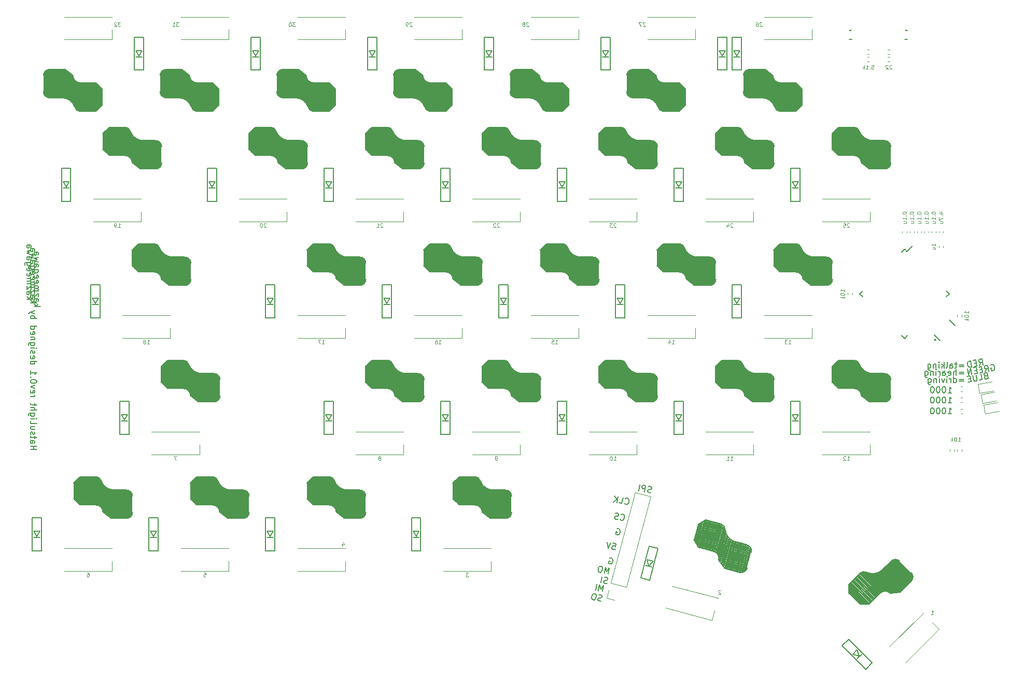
<source format=gbr>
G04 #@! TF.GenerationSoftware,KiCad,Pcbnew,(6.0.8)*
G04 #@! TF.CreationDate,2023-01-03T23:55:29+09:00*
G04 #@! TF.ProjectId,HatsuLight69_left.kicad_pcb,48617473-754c-4696-9768-7436395f6c65,0.1*
G04 #@! TF.SameCoordinates,Original*
G04 #@! TF.FileFunction,Legend,Bot*
G04 #@! TF.FilePolarity,Positive*
%FSLAX46Y46*%
G04 Gerber Fmt 4.6, Leading zero omitted, Abs format (unit mm)*
G04 Created by KiCad (PCBNEW (6.0.8)) date 2023-01-03 23:55:29*
%MOMM*%
%LPD*%
G01*
G04 APERTURE LIST*
%ADD10C,0.101600*%
%ADD11C,0.150000*%
%ADD12C,0.127000*%
%ADD13C,0.120000*%
%ADD14C,0.200000*%
G04 APERTURE END LIST*
D10*
X101081095Y-120592092D02*
X101081095Y-121019194D01*
X101233632Y-120348033D02*
X101386169Y-120805643D01*
X100989573Y-120805643D01*
X131456867Y-35428930D02*
X131426360Y-35398423D01*
X131365345Y-35367915D01*
X131212808Y-35367915D01*
X131151794Y-35398423D01*
X131121286Y-35428930D01*
X131090779Y-35489945D01*
X131090779Y-35550959D01*
X131121286Y-35642481D01*
X131487374Y-36008569D01*
X131090779Y-36008569D01*
X130724691Y-35642481D02*
X130785706Y-35611974D01*
X130816213Y-35581467D01*
X130846720Y-35520452D01*
X130846720Y-35489945D01*
X130816213Y-35428930D01*
X130785706Y-35398423D01*
X130724691Y-35367915D01*
X130602662Y-35367915D01*
X130541647Y-35398423D01*
X130511140Y-35428930D01*
X130480632Y-35489945D01*
X130480632Y-35520452D01*
X130511140Y-35581467D01*
X130541647Y-35611974D01*
X130602662Y-35642481D01*
X130724691Y-35642481D01*
X130785706Y-35672989D01*
X130816213Y-35703496D01*
X130846720Y-35764511D01*
X130846720Y-35886540D01*
X130816213Y-35947555D01*
X130785706Y-35978062D01*
X130724691Y-36008569D01*
X130602662Y-36008569D01*
X130541647Y-35978062D01*
X130511140Y-35947555D01*
X130480632Y-35886540D01*
X130480632Y-35764511D01*
X130511140Y-35703496D01*
X130541647Y-35672989D01*
X130602662Y-35642481D01*
D11*
X49554011Y-80628715D02*
X50554011Y-80628715D01*
X49934963Y-80533477D02*
X49554011Y-80247763D01*
X50220677Y-80247763D02*
X49839725Y-80628715D01*
X49554011Y-79390620D02*
X50077820Y-79390620D01*
X50173058Y-79438239D01*
X50220677Y-79533477D01*
X50220677Y-79723953D01*
X50173058Y-79819191D01*
X49601630Y-79390620D02*
X49554011Y-79485858D01*
X49554011Y-79723953D01*
X49601630Y-79819191D01*
X49696868Y-79866810D01*
X49792106Y-79866810D01*
X49887344Y-79819191D01*
X49934963Y-79723953D01*
X49934963Y-79485858D01*
X49982582Y-79390620D01*
X50220677Y-79009667D02*
X50220677Y-78485858D01*
X49554011Y-79009667D01*
X49554011Y-78485858D01*
X49554011Y-78104905D02*
X50220677Y-78104905D01*
X50125439Y-78104905D02*
X50173058Y-78057286D01*
X50220677Y-77962048D01*
X50220677Y-77819191D01*
X50173058Y-77723953D01*
X50077820Y-77676334D01*
X49554011Y-77676334D01*
X50077820Y-77676334D02*
X50173058Y-77628715D01*
X50220677Y-77533477D01*
X50220677Y-77390620D01*
X50173058Y-77295382D01*
X50077820Y-77247763D01*
X49554011Y-77247763D01*
X49601630Y-76390620D02*
X49554011Y-76485858D01*
X49554011Y-76676334D01*
X49601630Y-76771572D01*
X49696868Y-76819191D01*
X50077820Y-76819191D01*
X50173058Y-76771572D01*
X50220677Y-76676334D01*
X50220677Y-76485858D01*
X50173058Y-76390620D01*
X50077820Y-76343001D01*
X49982582Y-76343001D01*
X49887344Y-76819191D01*
X49601630Y-75533477D02*
X49554011Y-75628715D01*
X49554011Y-75819191D01*
X49601630Y-75914429D01*
X49696868Y-75962048D01*
X50077820Y-75962048D01*
X50173058Y-75914429D01*
X50220677Y-75819191D01*
X50220677Y-75628715D01*
X50173058Y-75533477D01*
X50077820Y-75485858D01*
X49982582Y-75485858D01*
X49887344Y-75962048D01*
X50220677Y-74628715D02*
X49411153Y-74628715D01*
X49315915Y-74676334D01*
X49268296Y-74723953D01*
X49220677Y-74819191D01*
X49220677Y-74962048D01*
X49268296Y-75057286D01*
X49601630Y-74628715D02*
X49554011Y-74723953D01*
X49554011Y-74914429D01*
X49601630Y-75009667D01*
X49649249Y-75057286D01*
X49744487Y-75104905D01*
X50030201Y-75104905D01*
X50125439Y-75057286D01*
X50173058Y-75009667D01*
X50220677Y-74914429D01*
X50220677Y-74723953D01*
X50173058Y-74628715D01*
X49554011Y-73723953D02*
X50077820Y-73723953D01*
X50173058Y-73771572D01*
X50220677Y-73866810D01*
X50220677Y-74057286D01*
X50173058Y-74152524D01*
X49601630Y-73723953D02*
X49554011Y-73819191D01*
X49554011Y-74057286D01*
X49601630Y-74152524D01*
X49696868Y-74200144D01*
X49792106Y-74200144D01*
X49887344Y-74152524D01*
X49934963Y-74057286D01*
X49934963Y-73819191D01*
X49982582Y-73723953D01*
X50220677Y-73343001D02*
X49554011Y-73152524D01*
X50030201Y-72962048D01*
X49554011Y-72771572D01*
X50220677Y-72581096D01*
X49554011Y-71771572D02*
X50077820Y-71771572D01*
X50173058Y-71819191D01*
X50220677Y-71914429D01*
X50220677Y-72104905D01*
X50173058Y-72200144D01*
X49601630Y-71771572D02*
X49554011Y-71866810D01*
X49554011Y-72104905D01*
X49601630Y-72200144D01*
X49696868Y-72247763D01*
X49792106Y-72247763D01*
X49887344Y-72200144D01*
X49934963Y-72104905D01*
X49934963Y-71866810D01*
X49982582Y-71771572D01*
X146444113Y-116637339D02*
X146482740Y-116692503D01*
X146615158Y-116764206D01*
X146708949Y-116780744D01*
X146857905Y-116758655D01*
X146968234Y-116681401D01*
X147031667Y-116595879D01*
X147111639Y-116416566D01*
X147136446Y-116275879D01*
X147122626Y-116080028D01*
X147092268Y-115977967D01*
X147015015Y-115867638D01*
X146882597Y-115795936D01*
X146788806Y-115779398D01*
X146639850Y-115801487D01*
X146584686Y-115840113D01*
X146060679Y-116618082D02*
X145911724Y-116640171D01*
X145677246Y-116598826D01*
X145591723Y-116535393D01*
X145553097Y-116480228D01*
X145522739Y-116378168D01*
X145539277Y-116284377D01*
X145602710Y-116198855D01*
X145657875Y-116160228D01*
X145759935Y-116129870D01*
X145955787Y-116116051D01*
X146057847Y-116085693D01*
X146113011Y-116047066D01*
X146176445Y-115961544D01*
X146192983Y-115867753D01*
X146162625Y-115765693D01*
X146123998Y-115710528D01*
X146038476Y-115647094D01*
X145803998Y-115605750D01*
X145655042Y-115627838D01*
D10*
X88594367Y-68290180D02*
X88563860Y-68259673D01*
X88502845Y-68229165D01*
X88350308Y-68229165D01*
X88289294Y-68259673D01*
X88258786Y-68290180D01*
X88228279Y-68351195D01*
X88228279Y-68412209D01*
X88258786Y-68503731D01*
X88624874Y-68869819D01*
X88228279Y-68869819D01*
X87831684Y-68229165D02*
X87770669Y-68229165D01*
X87709654Y-68259673D01*
X87679147Y-68290180D01*
X87648640Y-68351195D01*
X87618132Y-68473224D01*
X87618132Y-68625761D01*
X87648640Y-68747790D01*
X87679147Y-68808805D01*
X87709654Y-68839312D01*
X87770669Y-68869819D01*
X87831684Y-68869819D01*
X87892698Y-68839312D01*
X87923206Y-68808805D01*
X87953713Y-68747790D01*
X87984220Y-68625761D01*
X87984220Y-68473224D01*
X87953713Y-68351195D01*
X87923206Y-68290180D01*
X87892698Y-68259673D01*
X87831684Y-68229165D01*
X196102555Y-66492512D02*
X196102555Y-66553526D01*
X196133063Y-66614541D01*
X196163570Y-66645048D01*
X196224585Y-66675556D01*
X196346614Y-66706063D01*
X196499151Y-66706063D01*
X196621180Y-66675556D01*
X196682195Y-66645048D01*
X196712702Y-66614541D01*
X196743209Y-66553526D01*
X196743209Y-66492512D01*
X196712702Y-66431497D01*
X196682195Y-66400990D01*
X196621180Y-66370482D01*
X196499151Y-66339975D01*
X196346614Y-66339975D01*
X196224585Y-66370482D01*
X196163570Y-66400990D01*
X196133063Y-66431497D01*
X196102555Y-66492512D01*
X196682195Y-66980629D02*
X196712702Y-67011136D01*
X196743209Y-66980629D01*
X196712702Y-66950122D01*
X196682195Y-66980629D01*
X196743209Y-66980629D01*
X196743209Y-67621283D02*
X196743209Y-67255195D01*
X196743209Y-67438239D02*
X196102555Y-67438239D01*
X196194077Y-67377224D01*
X196255092Y-67316210D01*
X196285599Y-67255195D01*
X196316107Y-68170415D02*
X196743209Y-68170415D01*
X196316107Y-67895849D02*
X196651687Y-67895849D01*
X196712702Y-67926356D01*
X196743209Y-67987371D01*
X196743209Y-68078893D01*
X196712702Y-68139908D01*
X196682195Y-68170415D01*
X150506867Y-35428930D02*
X150476360Y-35398423D01*
X150415345Y-35367915D01*
X150262808Y-35367915D01*
X150201794Y-35398423D01*
X150171286Y-35428930D01*
X150140779Y-35489945D01*
X150140779Y-35550959D01*
X150171286Y-35642481D01*
X150537374Y-36008569D01*
X150140779Y-36008569D01*
X149927228Y-35367915D02*
X149500125Y-35367915D01*
X149774691Y-36008569D01*
X154903279Y-87919819D02*
X155269367Y-87919819D01*
X155086323Y-87919819D02*
X155086323Y-87279165D01*
X155147338Y-87370687D01*
X155208352Y-87431702D01*
X155269367Y-87462209D01*
X154354147Y-87492717D02*
X154354147Y-87919819D01*
X154506684Y-87248658D02*
X154659220Y-87706268D01*
X154262625Y-87706268D01*
X126694367Y-68290180D02*
X126663860Y-68259673D01*
X126602845Y-68229165D01*
X126450308Y-68229165D01*
X126389294Y-68259673D01*
X126358786Y-68290180D01*
X126328279Y-68351195D01*
X126328279Y-68412209D01*
X126358786Y-68503731D01*
X126724874Y-68869819D01*
X126328279Y-68869819D01*
X126084220Y-68290180D02*
X126053713Y-68259673D01*
X125992698Y-68229165D01*
X125840162Y-68229165D01*
X125779147Y-68259673D01*
X125748640Y-68290180D01*
X125718132Y-68351195D01*
X125718132Y-68412209D01*
X125748640Y-68503731D01*
X126114728Y-68869819D01*
X125718132Y-68869819D01*
X203291652Y-82962558D02*
X203291652Y-82596470D01*
X203291652Y-82779514D02*
X202650998Y-82779514D01*
X202742520Y-82718499D01*
X202803535Y-82657485D01*
X202834042Y-82596470D01*
X202650998Y-83359153D02*
X202650998Y-83420168D01*
X202681506Y-83481183D01*
X202712013Y-83511690D01*
X202773028Y-83542197D01*
X202895057Y-83572705D01*
X203047594Y-83572705D01*
X203169623Y-83542197D01*
X203230638Y-83511690D01*
X203261145Y-83481183D01*
X203291652Y-83420168D01*
X203291652Y-83359153D01*
X203261145Y-83298139D01*
X203230638Y-83267631D01*
X203169623Y-83237124D01*
X203047594Y-83206617D01*
X202895057Y-83206617D01*
X202773028Y-83237124D01*
X202712013Y-83267631D01*
X202681506Y-83298139D01*
X202650998Y-83359153D01*
X203291652Y-83847271D02*
X202650998Y-83847271D01*
X203047594Y-83908285D02*
X203291652Y-84091329D01*
X202864550Y-84091329D02*
X203108608Y-83847271D01*
D11*
X144734850Y-122945237D02*
X144836910Y-122914879D01*
X144977597Y-122939686D01*
X145110015Y-123011388D01*
X145187268Y-123121717D01*
X145217626Y-123223778D01*
X145231446Y-123419629D01*
X145206639Y-123560316D01*
X145126667Y-123739629D01*
X145063234Y-123825151D01*
X144952905Y-123902405D01*
X144803949Y-123924494D01*
X144710158Y-123907956D01*
X144577740Y-123836253D01*
X144539113Y-123781089D01*
X144596996Y-123452819D01*
X144784578Y-123485895D01*
D10*
X145744367Y-68290180D02*
X145713860Y-68259673D01*
X145652845Y-68229165D01*
X145500308Y-68229165D01*
X145439294Y-68259673D01*
X145408786Y-68290180D01*
X145378279Y-68351195D01*
X145378279Y-68412209D01*
X145408786Y-68503731D01*
X145774874Y-68869819D01*
X145378279Y-68869819D01*
X145164728Y-68229165D02*
X144768132Y-68229165D01*
X144981684Y-68473224D01*
X144890162Y-68473224D01*
X144829147Y-68503731D01*
X144798640Y-68534239D01*
X144768132Y-68595253D01*
X144768132Y-68747790D01*
X144798640Y-68808805D01*
X144829147Y-68839312D01*
X144890162Y-68869819D01*
X145073206Y-68869819D01*
X145134220Y-68839312D01*
X145164728Y-68808805D01*
X164428279Y-106969819D02*
X164794367Y-106969819D01*
X164611323Y-106969819D02*
X164611323Y-106329165D01*
X164672338Y-106420687D01*
X164733352Y-106481702D01*
X164794367Y-106512209D01*
X163818132Y-106969819D02*
X164184220Y-106969819D01*
X164001176Y-106969819D02*
X164001176Y-106329165D01*
X164062191Y-106420687D01*
X164123206Y-106481702D01*
X164184220Y-106512209D01*
X192530677Y-66492512D02*
X192530677Y-66553526D01*
X192561185Y-66614541D01*
X192591692Y-66645048D01*
X192652707Y-66675556D01*
X192774736Y-66706063D01*
X192927273Y-66706063D01*
X193049302Y-66675556D01*
X193110317Y-66645048D01*
X193140824Y-66614541D01*
X193171331Y-66553526D01*
X193171331Y-66492512D01*
X193140824Y-66431497D01*
X193110317Y-66400990D01*
X193049302Y-66370482D01*
X192927273Y-66339975D01*
X192774736Y-66339975D01*
X192652707Y-66370482D01*
X192591692Y-66400990D01*
X192561185Y-66431497D01*
X192530677Y-66492512D01*
X193110317Y-66980629D02*
X193140824Y-67011136D01*
X193171331Y-66980629D01*
X193140824Y-66950122D01*
X193110317Y-66980629D01*
X193171331Y-66980629D01*
X193171331Y-67621283D02*
X193171331Y-67255195D01*
X193171331Y-67438239D02*
X192530677Y-67438239D01*
X192622199Y-67377224D01*
X192683214Y-67316210D01*
X192713721Y-67255195D01*
X192744229Y-68170415D02*
X193171331Y-68170415D01*
X192744229Y-67895849D02*
X193079809Y-67895849D01*
X193140824Y-67926356D01*
X193171331Y-67987371D01*
X193171331Y-68078893D01*
X193140824Y-68139908D01*
X193110317Y-68170415D01*
X190749992Y-42419869D02*
X190719485Y-42389362D01*
X190658470Y-42358854D01*
X190505933Y-42358854D01*
X190444919Y-42389362D01*
X190414411Y-42419869D01*
X190383904Y-42480884D01*
X190383904Y-42541898D01*
X190414411Y-42633420D01*
X190780499Y-42999508D01*
X190383904Y-42999508D01*
X190139845Y-42419869D02*
X190109338Y-42389362D01*
X190048323Y-42358854D01*
X189895787Y-42358854D01*
X189834772Y-42389362D01*
X189804265Y-42419869D01*
X189773757Y-42480884D01*
X189773757Y-42541898D01*
X189804265Y-42633420D01*
X190170353Y-42999508D01*
X189773757Y-42999508D01*
X135853279Y-87919819D02*
X136219367Y-87919819D01*
X136036323Y-87919819D02*
X136036323Y-87279165D01*
X136097338Y-87370687D01*
X136158352Y-87431702D01*
X136219367Y-87462209D01*
X135273640Y-87279165D02*
X135578713Y-87279165D01*
X135609220Y-87584239D01*
X135578713Y-87553731D01*
X135517698Y-87523224D01*
X135365162Y-87523224D01*
X135304147Y-87553731D01*
X135273640Y-87584239D01*
X135243132Y-87645253D01*
X135243132Y-87797790D01*
X135273640Y-87858805D01*
X135304147Y-87889312D01*
X135365162Y-87919819D01*
X135517698Y-87919819D01*
X135578713Y-87889312D01*
X135609220Y-87858805D01*
D11*
X145266265Y-120525360D02*
X145735221Y-120608050D01*
X145699427Y-121085275D01*
X145660800Y-121030110D01*
X145575278Y-120966676D01*
X145340800Y-120925332D01*
X145238740Y-120955689D01*
X145183575Y-120994316D01*
X145120142Y-121079838D01*
X145078797Y-121314316D01*
X145109154Y-121416376D01*
X145147781Y-121471541D01*
X145233303Y-121534975D01*
X145467781Y-121576319D01*
X145569842Y-121545962D01*
X145625006Y-121507335D01*
X144937995Y-120467477D02*
X144436078Y-121394402D01*
X144281457Y-120351712D01*
D10*
X164794367Y-68290180D02*
X164763860Y-68259673D01*
X164702845Y-68229165D01*
X164550308Y-68229165D01*
X164489294Y-68259673D01*
X164458786Y-68290180D01*
X164428279Y-68351195D01*
X164428279Y-68412209D01*
X164458786Y-68503731D01*
X164824874Y-68869819D01*
X164428279Y-68869819D01*
X163879147Y-68442717D02*
X163879147Y-68869819D01*
X164031684Y-68198658D02*
X164184220Y-68656268D01*
X163787625Y-68656268D01*
X74337374Y-35367915D02*
X73940779Y-35367915D01*
X74154330Y-35611974D01*
X74062808Y-35611974D01*
X74001794Y-35642481D01*
X73971286Y-35672989D01*
X73940779Y-35734003D01*
X73940779Y-35886540D01*
X73971286Y-35947555D01*
X74001794Y-35978062D01*
X74062808Y-36008569D01*
X74245852Y-36008569D01*
X74306867Y-35978062D01*
X74337374Y-35947555D01*
X73330632Y-36008569D02*
X73696720Y-36008569D01*
X73513676Y-36008569D02*
X73513676Y-35367915D01*
X73574691Y-35459437D01*
X73635706Y-35520452D01*
X73696720Y-35550959D01*
X201597235Y-103874361D02*
X201963323Y-103874361D01*
X201780279Y-103874361D02*
X201780279Y-103233707D01*
X201841294Y-103325229D01*
X201902309Y-103386244D01*
X201963323Y-103416751D01*
X201200640Y-103233707D02*
X201139625Y-103233707D01*
X201078611Y-103264215D01*
X201048103Y-103294722D01*
X201017596Y-103355737D01*
X200987089Y-103477766D01*
X200987089Y-103630303D01*
X201017596Y-103752332D01*
X201048103Y-103813347D01*
X201078611Y-103843854D01*
X201139625Y-103874361D01*
X201200640Y-103874361D01*
X201261655Y-103843854D01*
X201292162Y-103813347D01*
X201322669Y-103752332D01*
X201353177Y-103630303D01*
X201353177Y-103477766D01*
X201322669Y-103355737D01*
X201292162Y-103294722D01*
X201261655Y-103264215D01*
X201200640Y-103233707D01*
X200712523Y-103874361D02*
X200712523Y-103233707D01*
X200651508Y-103630303D02*
X200468464Y-103874361D01*
X200468464Y-103447259D02*
X200712523Y-103691317D01*
X116803279Y-87919819D02*
X117169367Y-87919819D01*
X116986323Y-87919819D02*
X116986323Y-87279165D01*
X117047338Y-87370687D01*
X117108352Y-87431702D01*
X117169367Y-87462209D01*
X116254147Y-87279165D02*
X116376176Y-87279165D01*
X116437191Y-87309673D01*
X116467698Y-87340180D01*
X116528713Y-87431702D01*
X116559220Y-87553731D01*
X116559220Y-87797790D01*
X116528713Y-87858805D01*
X116498206Y-87889312D01*
X116437191Y-87919819D01*
X116315162Y-87919819D01*
X116254147Y-87889312D01*
X116223640Y-87858805D01*
X116193132Y-87797790D01*
X116193132Y-87645253D01*
X116223640Y-87584239D01*
X116254147Y-87553731D01*
X116315162Y-87523224D01*
X116437191Y-87523224D01*
X116498206Y-87553731D01*
X116528713Y-87584239D01*
X116559220Y-87645253D01*
X59409220Y-125379165D02*
X59531250Y-125379165D01*
X59592264Y-125409673D01*
X59622772Y-125440180D01*
X59683786Y-125531702D01*
X59714294Y-125653731D01*
X59714294Y-125897790D01*
X59683786Y-125958805D01*
X59653279Y-125989312D01*
X59592264Y-126019819D01*
X59470235Y-126019819D01*
X59409220Y-125989312D01*
X59378713Y-125958805D01*
X59348206Y-125897790D01*
X59348206Y-125745253D01*
X59378713Y-125684239D01*
X59409220Y-125653731D01*
X59470235Y-125623224D01*
X59592264Y-125623224D01*
X59653279Y-125653731D01*
X59683786Y-125684239D01*
X59714294Y-125745253D01*
D11*
X50149324Y-81224028D02*
X51149324Y-81224028D01*
X50530276Y-81128790D02*
X50149324Y-80843076D01*
X50815990Y-80843076D02*
X50435038Y-81224028D01*
X50149324Y-79985933D02*
X50673133Y-79985933D01*
X50768371Y-80033552D01*
X50815990Y-80128790D01*
X50815990Y-80319266D01*
X50768371Y-80414504D01*
X50196943Y-79985933D02*
X50149324Y-80081171D01*
X50149324Y-80319266D01*
X50196943Y-80414504D01*
X50292181Y-80462123D01*
X50387419Y-80462123D01*
X50482657Y-80414504D01*
X50530276Y-80319266D01*
X50530276Y-80081171D01*
X50577895Y-79985933D01*
X50815990Y-79604980D02*
X50815990Y-79081171D01*
X50149324Y-79604980D01*
X50149324Y-79081171D01*
X50149324Y-78700218D02*
X50815990Y-78700218D01*
X50720752Y-78700218D02*
X50768371Y-78652599D01*
X50815990Y-78557361D01*
X50815990Y-78414504D01*
X50768371Y-78319266D01*
X50673133Y-78271647D01*
X50149324Y-78271647D01*
X50673133Y-78271647D02*
X50768371Y-78224028D01*
X50815990Y-78128790D01*
X50815990Y-77985933D01*
X50768371Y-77890695D01*
X50673133Y-77843076D01*
X50149324Y-77843076D01*
X50196943Y-76985933D02*
X50149324Y-77081171D01*
X50149324Y-77271647D01*
X50196943Y-77366885D01*
X50292181Y-77414504D01*
X50673133Y-77414504D01*
X50768371Y-77366885D01*
X50815990Y-77271647D01*
X50815990Y-77081171D01*
X50768371Y-76985933D01*
X50673133Y-76938314D01*
X50577895Y-76938314D01*
X50482657Y-77414504D01*
X50196943Y-76128790D02*
X50149324Y-76224028D01*
X50149324Y-76414504D01*
X50196943Y-76509742D01*
X50292181Y-76557361D01*
X50673133Y-76557361D01*
X50768371Y-76509742D01*
X50815990Y-76414504D01*
X50815990Y-76224028D01*
X50768371Y-76128790D01*
X50673133Y-76081171D01*
X50577895Y-76081171D01*
X50482657Y-76557361D01*
X50815990Y-75224028D02*
X50006466Y-75224028D01*
X49911228Y-75271647D01*
X49863609Y-75319266D01*
X49815990Y-75414504D01*
X49815990Y-75557361D01*
X49863609Y-75652599D01*
X50196943Y-75224028D02*
X50149324Y-75319266D01*
X50149324Y-75509742D01*
X50196943Y-75604980D01*
X50244562Y-75652599D01*
X50339800Y-75700218D01*
X50625514Y-75700218D01*
X50720752Y-75652599D01*
X50768371Y-75604980D01*
X50815990Y-75509742D01*
X50815990Y-75319266D01*
X50768371Y-75224028D01*
X50149324Y-74319266D02*
X50673133Y-74319266D01*
X50768371Y-74366885D01*
X50815990Y-74462123D01*
X50815990Y-74652599D01*
X50768371Y-74747837D01*
X50196943Y-74319266D02*
X50149324Y-74414504D01*
X50149324Y-74652599D01*
X50196943Y-74747837D01*
X50292181Y-74795457D01*
X50387419Y-74795457D01*
X50482657Y-74747837D01*
X50530276Y-74652599D01*
X50530276Y-74414504D01*
X50577895Y-74319266D01*
X50815990Y-73938314D02*
X50149324Y-73747837D01*
X50625514Y-73557361D01*
X50149324Y-73366885D01*
X50815990Y-73176409D01*
X50149324Y-72366885D02*
X50673133Y-72366885D01*
X50768371Y-72414504D01*
X50815990Y-72509742D01*
X50815990Y-72700218D01*
X50768371Y-72795457D01*
X50196943Y-72366885D02*
X50149324Y-72462123D01*
X50149324Y-72700218D01*
X50196943Y-72795457D01*
X50292181Y-72843076D01*
X50387419Y-72843076D01*
X50482657Y-72795457D01*
X50530276Y-72700218D01*
X50530276Y-72462123D01*
X50577895Y-72366885D01*
D10*
X97753279Y-87919819D02*
X98119367Y-87919819D01*
X97936323Y-87919819D02*
X97936323Y-87279165D01*
X97997338Y-87370687D01*
X98058352Y-87431702D01*
X98119367Y-87462209D01*
X97539728Y-87279165D02*
X97112625Y-87279165D01*
X97387191Y-87919819D01*
X197222581Y-132211069D02*
X197588669Y-132211069D01*
X197405625Y-132211069D02*
X197405625Y-131570415D01*
X197466639Y-131661937D01*
X197527654Y-131722952D01*
X197588669Y-131753459D01*
X173953279Y-87919819D02*
X174319367Y-87919819D01*
X174136323Y-87919819D02*
X174136323Y-87279165D01*
X174197338Y-87370687D01*
X174258352Y-87431702D01*
X174319367Y-87462209D01*
X173739728Y-87279165D02*
X173343132Y-87279165D01*
X173556684Y-87523224D01*
X173465162Y-87523224D01*
X173404147Y-87553731D01*
X173373640Y-87584239D01*
X173343132Y-87645253D01*
X173343132Y-87797790D01*
X173373640Y-87858805D01*
X173404147Y-87889312D01*
X173465162Y-87919819D01*
X173648206Y-87919819D01*
X173709220Y-87889312D01*
X173739728Y-87858805D01*
X183844367Y-68290180D02*
X183813860Y-68259673D01*
X183752845Y-68229165D01*
X183600308Y-68229165D01*
X183539294Y-68259673D01*
X183508786Y-68290180D01*
X183478279Y-68351195D01*
X183478279Y-68412209D01*
X183508786Y-68503731D01*
X183874874Y-68869819D01*
X183478279Y-68869819D01*
X182898640Y-68229165D02*
X183203713Y-68229165D01*
X183234220Y-68534239D01*
X183203713Y-68503731D01*
X183142698Y-68473224D01*
X182990162Y-68473224D01*
X182929147Y-68503731D01*
X182898640Y-68534239D01*
X182868132Y-68595253D01*
X182868132Y-68747790D01*
X182898640Y-68808805D01*
X182929147Y-68839312D01*
X182990162Y-68869819D01*
X183142698Y-68869819D01*
X183203713Y-68839312D01*
X183234220Y-68808805D01*
X69178279Y-87919819D02*
X69544367Y-87919819D01*
X69361323Y-87919819D02*
X69361323Y-87279165D01*
X69422338Y-87370687D01*
X69483352Y-87431702D01*
X69544367Y-87462209D01*
X68812191Y-87553731D02*
X68873206Y-87523224D01*
X68903713Y-87492717D01*
X68934220Y-87431702D01*
X68934220Y-87401195D01*
X68903713Y-87340180D01*
X68873206Y-87309673D01*
X68812191Y-87279165D01*
X68690162Y-87279165D01*
X68629147Y-87309673D01*
X68598640Y-87340180D01*
X68568132Y-87401195D01*
X68568132Y-87431702D01*
X68598640Y-87492717D01*
X68629147Y-87523224D01*
X68690162Y-87553731D01*
X68812191Y-87553731D01*
X68873206Y-87584239D01*
X68903713Y-87614746D01*
X68934220Y-87675761D01*
X68934220Y-87797790D01*
X68903713Y-87858805D01*
X68873206Y-87889312D01*
X68812191Y-87919819D01*
X68690162Y-87919819D01*
X68629147Y-87889312D01*
X68598640Y-87858805D01*
X68568132Y-87797790D01*
X68568132Y-87675761D01*
X68598640Y-87614746D01*
X68629147Y-87584239D01*
X68690162Y-87553731D01*
X126328279Y-106969819D02*
X126206250Y-106969819D01*
X126145235Y-106939312D01*
X126114728Y-106908805D01*
X126053713Y-106817283D01*
X126023206Y-106695253D01*
X126023206Y-106451195D01*
X126053713Y-106390180D01*
X126084220Y-106359673D01*
X126145235Y-106329165D01*
X126267264Y-106329165D01*
X126328279Y-106359673D01*
X126358786Y-106390180D01*
X126389294Y-106451195D01*
X126389294Y-106603731D01*
X126358786Y-106664746D01*
X126328279Y-106695253D01*
X126267264Y-106725761D01*
X126145235Y-106725761D01*
X126084220Y-106695253D01*
X126053713Y-106664746D01*
X126023206Y-106603731D01*
X64415779Y-68869819D02*
X64781867Y-68869819D01*
X64598823Y-68869819D02*
X64598823Y-68229165D01*
X64659838Y-68320687D01*
X64720852Y-68381702D01*
X64781867Y-68412209D01*
X64110706Y-68869819D02*
X63988676Y-68869819D01*
X63927662Y-68839312D01*
X63897154Y-68808805D01*
X63836140Y-68717283D01*
X63805632Y-68595253D01*
X63805632Y-68351195D01*
X63836140Y-68290180D01*
X63866647Y-68259673D01*
X63927662Y-68229165D01*
X64049691Y-68229165D01*
X64110706Y-68259673D01*
X64141213Y-68290180D01*
X64171720Y-68351195D01*
X64171720Y-68503731D01*
X64141213Y-68564746D01*
X64110706Y-68595253D01*
X64049691Y-68625761D01*
X63927662Y-68625761D01*
X63866647Y-68595253D01*
X63836140Y-68564746D01*
X63805632Y-68503731D01*
X193721303Y-66492512D02*
X193721303Y-66553526D01*
X193751811Y-66614541D01*
X193782318Y-66645048D01*
X193843333Y-66675556D01*
X193965362Y-66706063D01*
X194117899Y-66706063D01*
X194239928Y-66675556D01*
X194300943Y-66645048D01*
X194331450Y-66614541D01*
X194361957Y-66553526D01*
X194361957Y-66492512D01*
X194331450Y-66431497D01*
X194300943Y-66400990D01*
X194239928Y-66370482D01*
X194117899Y-66339975D01*
X193965362Y-66339975D01*
X193843333Y-66370482D01*
X193782318Y-66400990D01*
X193751811Y-66431497D01*
X193721303Y-66492512D01*
X194300943Y-66980629D02*
X194331450Y-67011136D01*
X194361957Y-66980629D01*
X194331450Y-66950122D01*
X194300943Y-66980629D01*
X194361957Y-66980629D01*
X194361957Y-67621283D02*
X194361957Y-67255195D01*
X194361957Y-67438239D02*
X193721303Y-67438239D01*
X193812825Y-67377224D01*
X193873840Y-67316210D01*
X193904347Y-67255195D01*
X193934855Y-68170415D02*
X194361957Y-68170415D01*
X193934855Y-67895849D02*
X194270435Y-67895849D01*
X194331450Y-67926356D01*
X194361957Y-67987371D01*
X194361957Y-68078893D01*
X194331450Y-68139908D01*
X194300943Y-68170415D01*
X93348908Y-35382932D02*
X92952313Y-35382932D01*
X93165864Y-35626991D01*
X93074342Y-35626991D01*
X93013328Y-35657498D01*
X92982820Y-35688006D01*
X92952313Y-35749020D01*
X92952313Y-35901557D01*
X92982820Y-35962572D01*
X93013328Y-35993079D01*
X93074342Y-36023586D01*
X93257386Y-36023586D01*
X93318401Y-35993079D01*
X93348908Y-35962572D01*
X92555718Y-35382932D02*
X92494703Y-35382932D01*
X92433688Y-35413440D01*
X92403181Y-35443947D01*
X92372674Y-35504962D01*
X92342166Y-35626991D01*
X92342166Y-35779528D01*
X92372674Y-35901557D01*
X92403181Y-35962572D01*
X92433688Y-35993079D01*
X92494703Y-36023586D01*
X92555718Y-36023586D01*
X92616732Y-35993079D01*
X92647240Y-35962572D01*
X92677747Y-35901557D01*
X92708254Y-35779528D01*
X92708254Y-35626991D01*
X92677747Y-35504962D01*
X92647240Y-35443947D01*
X92616732Y-35413440D01*
X92555718Y-35382932D01*
X64812374Y-35367915D02*
X64415779Y-35367915D01*
X64629330Y-35611974D01*
X64537808Y-35611974D01*
X64476794Y-35642481D01*
X64446286Y-35672989D01*
X64415779Y-35734003D01*
X64415779Y-35886540D01*
X64446286Y-35947555D01*
X64476794Y-35978062D01*
X64537808Y-36008569D01*
X64720852Y-36008569D01*
X64781867Y-35978062D01*
X64812374Y-35947555D01*
X64171720Y-35428930D02*
X64141213Y-35398423D01*
X64080198Y-35367915D01*
X63927662Y-35367915D01*
X63866647Y-35398423D01*
X63836140Y-35428930D01*
X63805632Y-35489945D01*
X63805632Y-35550959D01*
X63836140Y-35642481D01*
X64202228Y-36008569D01*
X63805632Y-36008569D01*
D11*
X145925475Y-118182737D02*
X146027535Y-118152379D01*
X146168222Y-118177186D01*
X146300640Y-118248888D01*
X146377893Y-118359217D01*
X146408251Y-118461278D01*
X146422071Y-118657129D01*
X146397264Y-118797816D01*
X146317292Y-118977129D01*
X146253859Y-119062651D01*
X146143530Y-119139905D01*
X145994574Y-119161994D01*
X145900783Y-119145456D01*
X145768365Y-119073753D01*
X145729738Y-119018589D01*
X145787621Y-118690319D01*
X145975203Y-118723395D01*
X202546904Y-91368571D02*
X201785000Y-91368571D01*
X201785000Y-91654285D02*
X202546904Y-91654285D01*
X201451666Y-91225714D02*
X201070714Y-91225714D01*
X201308809Y-90892380D02*
X201308809Y-91749523D01*
X201261190Y-91844761D01*
X201165952Y-91892380D01*
X201070714Y-91892380D01*
X200308809Y-91892380D02*
X200308809Y-91368571D01*
X200356428Y-91273333D01*
X200451666Y-91225714D01*
X200642142Y-91225714D01*
X200737380Y-91273333D01*
X200308809Y-91844761D02*
X200404047Y-91892380D01*
X200642142Y-91892380D01*
X200737380Y-91844761D01*
X200785000Y-91749523D01*
X200785000Y-91654285D01*
X200737380Y-91559047D01*
X200642142Y-91511428D01*
X200404047Y-91511428D01*
X200308809Y-91463809D01*
X199689761Y-91892380D02*
X199785000Y-91844761D01*
X199832619Y-91749523D01*
X199832619Y-90892380D01*
X199308809Y-91892380D02*
X199308809Y-90892380D01*
X199213571Y-91511428D02*
X198927857Y-91892380D01*
X198927857Y-91225714D02*
X199308809Y-91606666D01*
X198499285Y-91892380D02*
X198499285Y-91225714D01*
X198499285Y-90892380D02*
X198546904Y-90940000D01*
X198499285Y-90987619D01*
X198451666Y-90940000D01*
X198499285Y-90892380D01*
X198499285Y-90987619D01*
X198023095Y-91225714D02*
X198023095Y-91892380D01*
X198023095Y-91320952D02*
X197975476Y-91273333D01*
X197880238Y-91225714D01*
X197737380Y-91225714D01*
X197642142Y-91273333D01*
X197594523Y-91368571D01*
X197594523Y-91892380D01*
X196689761Y-91225714D02*
X196689761Y-92035238D01*
X196737380Y-92130476D01*
X196785000Y-92178095D01*
X196880238Y-92225714D01*
X197023095Y-92225714D01*
X197118333Y-92178095D01*
X196689761Y-91844761D02*
X196785000Y-91892380D01*
X196975476Y-91892380D01*
X197070714Y-91844761D01*
X197118333Y-91797142D01*
X197165952Y-91701904D01*
X197165952Y-91416190D01*
X197118333Y-91320952D01*
X197070714Y-91273333D01*
X196975476Y-91225714D01*
X196785000Y-91225714D01*
X196689761Y-91273333D01*
X202546904Y-92559196D02*
X201785000Y-92559196D01*
X201785000Y-92844910D02*
X202546904Y-92844910D01*
X201308809Y-93083005D02*
X201308809Y-92083005D01*
X200880238Y-93083005D02*
X200880238Y-92559196D01*
X200927857Y-92463958D01*
X201023095Y-92416339D01*
X201165952Y-92416339D01*
X201261190Y-92463958D01*
X201308809Y-92511577D01*
X200023095Y-93035386D02*
X200118333Y-93083005D01*
X200308809Y-93083005D01*
X200404047Y-93035386D01*
X200451666Y-92940148D01*
X200451666Y-92559196D01*
X200404047Y-92463958D01*
X200308809Y-92416339D01*
X200118333Y-92416339D01*
X200023095Y-92463958D01*
X199975476Y-92559196D01*
X199975476Y-92654434D01*
X200451666Y-92749672D01*
X199118333Y-93083005D02*
X199118333Y-92559196D01*
X199165952Y-92463958D01*
X199261190Y-92416339D01*
X199451666Y-92416339D01*
X199546904Y-92463958D01*
X199118333Y-93035386D02*
X199213571Y-93083005D01*
X199451666Y-93083005D01*
X199546904Y-93035386D01*
X199594523Y-92940148D01*
X199594523Y-92844910D01*
X199546904Y-92749672D01*
X199451666Y-92702053D01*
X199213571Y-92702053D01*
X199118333Y-92654434D01*
X198642142Y-93083005D02*
X198642142Y-92416339D01*
X198642142Y-92606815D02*
X198594523Y-92511577D01*
X198546904Y-92463958D01*
X198451666Y-92416339D01*
X198356428Y-92416339D01*
X198023095Y-93083005D02*
X198023095Y-92416339D01*
X198023095Y-92083005D02*
X198070714Y-92130625D01*
X198023095Y-92178244D01*
X197975476Y-92130625D01*
X198023095Y-92083005D01*
X198023095Y-92178244D01*
X197546904Y-92416339D02*
X197546904Y-93083005D01*
X197546904Y-92511577D02*
X197499285Y-92463958D01*
X197404047Y-92416339D01*
X197261190Y-92416339D01*
X197165952Y-92463958D01*
X197118333Y-92559196D01*
X197118333Y-93083005D01*
X196213571Y-92416339D02*
X196213571Y-93225863D01*
X196261190Y-93321101D01*
X196308809Y-93368720D01*
X196404047Y-93416339D01*
X196546904Y-93416339D01*
X196642142Y-93368720D01*
X196213571Y-93035386D02*
X196308809Y-93083005D01*
X196499285Y-93083005D01*
X196594523Y-93035386D01*
X196642142Y-92987767D01*
X196689761Y-92892529D01*
X196689761Y-92606815D01*
X196642142Y-92511577D01*
X196594523Y-92463958D01*
X196499285Y-92416339D01*
X196308809Y-92416339D01*
X196213571Y-92463958D01*
X50149324Y-105226799D02*
X51149324Y-105226799D01*
X50673133Y-105226799D02*
X50673133Y-104655371D01*
X50149324Y-104655371D02*
X51149324Y-104655371D01*
X50149324Y-103750609D02*
X50673133Y-103750609D01*
X50768371Y-103798228D01*
X50815990Y-103893466D01*
X50815990Y-104083942D01*
X50768371Y-104179180D01*
X50196943Y-103750609D02*
X50149324Y-103845847D01*
X50149324Y-104083942D01*
X50196943Y-104179180D01*
X50292181Y-104226799D01*
X50387419Y-104226799D01*
X50482657Y-104179180D01*
X50530276Y-104083942D01*
X50530276Y-103845847D01*
X50577895Y-103750609D01*
X50815990Y-103417276D02*
X50815990Y-103036323D01*
X51149324Y-103274418D02*
X50292181Y-103274418D01*
X50196943Y-103226799D01*
X50149324Y-103131561D01*
X50149324Y-103036323D01*
X50196943Y-102750609D02*
X50149324Y-102655371D01*
X50149324Y-102464895D01*
X50196943Y-102369657D01*
X50292181Y-102322038D01*
X50339800Y-102322038D01*
X50435038Y-102369657D01*
X50482657Y-102464895D01*
X50482657Y-102607752D01*
X50530276Y-102702990D01*
X50625514Y-102750609D01*
X50673133Y-102750609D01*
X50768371Y-102702990D01*
X50815990Y-102607752D01*
X50815990Y-102464895D01*
X50768371Y-102369657D01*
X50815990Y-101464895D02*
X50149324Y-101464895D01*
X50815990Y-101893466D02*
X50292181Y-101893466D01*
X50196943Y-101845847D01*
X50149324Y-101750609D01*
X50149324Y-101607752D01*
X50196943Y-101512514D01*
X50244562Y-101464895D01*
X50149324Y-100512514D02*
X50149324Y-100988704D01*
X51149324Y-100988704D01*
X50149324Y-100179180D02*
X50815990Y-100179180D01*
X51149324Y-100179180D02*
X51101705Y-100226799D01*
X51054085Y-100179180D01*
X51101705Y-100131561D01*
X51149324Y-100179180D01*
X51054085Y-100179180D01*
X50815990Y-99274418D02*
X50006466Y-99274418D01*
X49911228Y-99322038D01*
X49863609Y-99369657D01*
X49815990Y-99464895D01*
X49815990Y-99607752D01*
X49863609Y-99702990D01*
X50196943Y-99274418D02*
X50149324Y-99369657D01*
X50149324Y-99560133D01*
X50196943Y-99655371D01*
X50244562Y-99702990D01*
X50339800Y-99750609D01*
X50625514Y-99750609D01*
X50720752Y-99702990D01*
X50768371Y-99655371D01*
X50815990Y-99560133D01*
X50815990Y-99369657D01*
X50768371Y-99274418D01*
X50149324Y-98798228D02*
X51149324Y-98798228D01*
X50149324Y-98369657D02*
X50673133Y-98369657D01*
X50768371Y-98417276D01*
X50815990Y-98512514D01*
X50815990Y-98655371D01*
X50768371Y-98750609D01*
X50720752Y-98798228D01*
X50815990Y-98036323D02*
X50815990Y-97655371D01*
X51149324Y-97893466D02*
X50292181Y-97893466D01*
X50196943Y-97845847D01*
X50149324Y-97750609D01*
X50149324Y-97655371D01*
X50149324Y-96560133D02*
X50815990Y-96560133D01*
X50625514Y-96560133D02*
X50720752Y-96512514D01*
X50768371Y-96464895D01*
X50815990Y-96369657D01*
X50815990Y-96274418D01*
X50196943Y-95560133D02*
X50149324Y-95655371D01*
X50149324Y-95845847D01*
X50196943Y-95941085D01*
X50292181Y-95988704D01*
X50673133Y-95988704D01*
X50768371Y-95941085D01*
X50815990Y-95845847D01*
X50815990Y-95655371D01*
X50768371Y-95560133D01*
X50673133Y-95512514D01*
X50577895Y-95512514D01*
X50482657Y-95988704D01*
X50815990Y-95179180D02*
X50149324Y-94941085D01*
X50815990Y-94702990D01*
X51149324Y-94131561D02*
X51149324Y-94036323D01*
X51101705Y-93941085D01*
X51054085Y-93893466D01*
X50958847Y-93845847D01*
X50768371Y-93798228D01*
X50530276Y-93798228D01*
X50339800Y-93845847D01*
X50244562Y-93893466D01*
X50196943Y-93941085D01*
X50149324Y-94036323D01*
X50149324Y-94131561D01*
X50196943Y-94226799D01*
X50244562Y-94274418D01*
X50339800Y-94322038D01*
X50530276Y-94369657D01*
X50768371Y-94369657D01*
X50958847Y-94322038D01*
X51054085Y-94274418D01*
X51101705Y-94226799D01*
X51149324Y-94131561D01*
X50244562Y-93369657D02*
X50196943Y-93322038D01*
X50149324Y-93369657D01*
X50196943Y-93417276D01*
X50244562Y-93369657D01*
X50149324Y-93369657D01*
X50149324Y-92369657D02*
X50149324Y-92941085D01*
X50149324Y-92655371D02*
X51149324Y-92655371D01*
X51006466Y-92750609D01*
X50911228Y-92845847D01*
X50863609Y-92941085D01*
X151432969Y-112257020D02*
X151284013Y-112279109D01*
X151049535Y-112237764D01*
X150964013Y-112174330D01*
X150925386Y-112119166D01*
X150895028Y-112017105D01*
X150911566Y-111923314D01*
X150975000Y-111837792D01*
X151030165Y-111799165D01*
X151132225Y-111768808D01*
X151328076Y-111754988D01*
X151430136Y-111724630D01*
X151485301Y-111686004D01*
X151548734Y-111600481D01*
X151565272Y-111506690D01*
X151534915Y-111404630D01*
X151496288Y-111349465D01*
X151410766Y-111286032D01*
X151176288Y-111244687D01*
X151027332Y-111266776D01*
X150439892Y-112130267D02*
X150613540Y-111145459D01*
X150238375Y-111079308D01*
X150136315Y-111109665D01*
X150081151Y-111148292D01*
X150017717Y-111233814D01*
X149992910Y-111374501D01*
X150023268Y-111476561D01*
X150061895Y-111531726D01*
X150147417Y-111595159D01*
X150522582Y-111661311D01*
X149455084Y-111956619D02*
X149628733Y-110971811D01*
X143558235Y-128420087D02*
X143731883Y-127435280D01*
X143279579Y-128080831D01*
X143075344Y-127319514D01*
X142901696Y-128304322D01*
X142432740Y-128221632D02*
X142606388Y-127236824D01*
X143333825Y-129967001D02*
X143184869Y-129989089D01*
X142950391Y-129947745D01*
X142864869Y-129884311D01*
X142826242Y-129829146D01*
X142795885Y-129727086D01*
X142812423Y-129633295D01*
X142875856Y-129547773D01*
X142931021Y-129509146D01*
X143033081Y-129478788D01*
X143228932Y-129464969D01*
X143330993Y-129434611D01*
X143386157Y-129395984D01*
X143449591Y-129310462D01*
X143466129Y-129216671D01*
X143435771Y-129114611D01*
X143397144Y-129059446D01*
X143311622Y-128996013D01*
X143077144Y-128954668D01*
X142928188Y-128976757D01*
X142326814Y-128822364D02*
X142139232Y-128789289D01*
X142037172Y-128819646D01*
X141926842Y-128896900D01*
X141846871Y-129076213D01*
X141788988Y-129404482D01*
X141802808Y-129600334D01*
X141880061Y-129710663D01*
X141965584Y-129774096D01*
X142153166Y-129807172D01*
X142255226Y-129776815D01*
X142365555Y-129699561D01*
X142445527Y-129520248D01*
X142503409Y-129191979D01*
X142489590Y-128996127D01*
X142412336Y-128885798D01*
X142326814Y-128822364D01*
D10*
X183051010Y-79390680D02*
X183051010Y-79024592D01*
X183051010Y-79207636D02*
X182410356Y-79207636D01*
X182501878Y-79146621D01*
X182562893Y-79085607D01*
X182593400Y-79024592D01*
X182410356Y-79787275D02*
X182410356Y-79848290D01*
X182440864Y-79909305D01*
X182471371Y-79939812D01*
X182532386Y-79970319D01*
X182654415Y-80000827D01*
X182806952Y-80000827D01*
X182928981Y-79970319D01*
X182989996Y-79939812D01*
X183020503Y-79909305D01*
X183051010Y-79848290D01*
X183051010Y-79787275D01*
X183020503Y-79726261D01*
X182989996Y-79695753D01*
X182928981Y-79665246D01*
X182806952Y-79634739D01*
X182654415Y-79634739D01*
X182532386Y-79665246D01*
X182471371Y-79695753D01*
X182440864Y-79726261D01*
X182410356Y-79787275D01*
X183051010Y-80275393D02*
X182410356Y-80275393D01*
X182806952Y-80336407D02*
X183051010Y-80519451D01*
X182623908Y-80519451D02*
X182867966Y-80275393D01*
X145378279Y-106969819D02*
X145744367Y-106969819D01*
X145561323Y-106969819D02*
X145561323Y-106329165D01*
X145622338Y-106420687D01*
X145683352Y-106481702D01*
X145744367Y-106512209D01*
X144981684Y-106329165D02*
X144920669Y-106329165D01*
X144859654Y-106359673D01*
X144829147Y-106390180D01*
X144798640Y-106451195D01*
X144768132Y-106573224D01*
X144768132Y-106725761D01*
X144798640Y-106847790D01*
X144829147Y-106908805D01*
X144859654Y-106939312D01*
X144920669Y-106969819D01*
X144981684Y-106969819D01*
X145042698Y-106939312D01*
X145073206Y-106908805D01*
X145103713Y-106847790D01*
X145134220Y-106725761D01*
X145134220Y-106573224D01*
X145103713Y-106451195D01*
X145073206Y-106390180D01*
X145042698Y-106359673D01*
X144981684Y-106329165D01*
X197293181Y-66492512D02*
X197293181Y-66553526D01*
X197323689Y-66614541D01*
X197354196Y-66645048D01*
X197415211Y-66675556D01*
X197537240Y-66706063D01*
X197689777Y-66706063D01*
X197811806Y-66675556D01*
X197872821Y-66645048D01*
X197903328Y-66614541D01*
X197933835Y-66553526D01*
X197933835Y-66492512D01*
X197903328Y-66431497D01*
X197872821Y-66400990D01*
X197811806Y-66370482D01*
X197689777Y-66339975D01*
X197537240Y-66339975D01*
X197415211Y-66370482D01*
X197354196Y-66400990D01*
X197323689Y-66431497D01*
X197293181Y-66492512D01*
X197872821Y-66980629D02*
X197903328Y-67011136D01*
X197933835Y-66980629D01*
X197903328Y-66950122D01*
X197872821Y-66980629D01*
X197933835Y-66980629D01*
X197933835Y-67621283D02*
X197933835Y-67255195D01*
X197933835Y-67438239D02*
X197293181Y-67438239D01*
X197384703Y-67377224D01*
X197445718Y-67316210D01*
X197476225Y-67255195D01*
X197506733Y-68170415D02*
X197933835Y-68170415D01*
X197506733Y-67895849D02*
X197842313Y-67895849D01*
X197903328Y-67926356D01*
X197933835Y-67987371D01*
X197933835Y-68078893D01*
X197903328Y-68139908D01*
X197872821Y-68170415D01*
D11*
X147158488Y-114017964D02*
X147197115Y-114073128D01*
X147329533Y-114144831D01*
X147423324Y-114161369D01*
X147572280Y-114139280D01*
X147682609Y-114062026D01*
X147746042Y-113976504D01*
X147826014Y-113797191D01*
X147850821Y-113656504D01*
X147837001Y-113460653D01*
X147806643Y-113358592D01*
X147729390Y-113248263D01*
X147596972Y-113176561D01*
X147503181Y-113160023D01*
X147354225Y-113182112D01*
X147299061Y-113220738D01*
X146250934Y-113954644D02*
X146719890Y-114037334D01*
X146893538Y-113052526D01*
X145922665Y-113896762D02*
X146096313Y-112911954D01*
X145359917Y-113797534D02*
X145881205Y-113309208D01*
X145533565Y-112812726D02*
X145997085Y-113474701D01*
D10*
X198697359Y-66645048D02*
X199124461Y-66645048D01*
X198453300Y-66492512D02*
X198910910Y-66339975D01*
X198910910Y-66736570D01*
X199063447Y-66980629D02*
X199093954Y-67011136D01*
X199124461Y-66980629D01*
X199093954Y-66950122D01*
X199063447Y-66980629D01*
X199124461Y-66980629D01*
X198483807Y-67224688D02*
X198483807Y-67651790D01*
X199124461Y-67377224D01*
X198697359Y-68170415D02*
X199124461Y-68170415D01*
X198697359Y-67895849D02*
X199032939Y-67895849D01*
X199093954Y-67926356D01*
X199124461Y-67987371D01*
X199124461Y-68078893D01*
X199093954Y-68139908D01*
X199063447Y-68170415D01*
X107644367Y-68290180D02*
X107613860Y-68259673D01*
X107552845Y-68229165D01*
X107400308Y-68229165D01*
X107339294Y-68259673D01*
X107308786Y-68290180D01*
X107278279Y-68351195D01*
X107278279Y-68412209D01*
X107308786Y-68503731D01*
X107674874Y-68869819D01*
X107278279Y-68869819D01*
X106668132Y-68869819D02*
X107034220Y-68869819D01*
X106851176Y-68869819D02*
X106851176Y-68229165D01*
X106912191Y-68320687D01*
X106973206Y-68381702D01*
X107034220Y-68412209D01*
D11*
X202546904Y-93749821D02*
X201785000Y-93749821D01*
X201785000Y-94035535D02*
X202546904Y-94035535D01*
X200880238Y-94273630D02*
X200880238Y-93273630D01*
X200880238Y-94226011D02*
X200975476Y-94273630D01*
X201165952Y-94273630D01*
X201261190Y-94226011D01*
X201308809Y-94178392D01*
X201356428Y-94083154D01*
X201356428Y-93797440D01*
X201308809Y-93702202D01*
X201261190Y-93654583D01*
X201165952Y-93606964D01*
X200975476Y-93606964D01*
X200880238Y-93654583D01*
X200404047Y-94273630D02*
X200404047Y-93606964D01*
X200404047Y-93797440D02*
X200356428Y-93702202D01*
X200308809Y-93654583D01*
X200213571Y-93606964D01*
X200118333Y-93606964D01*
X199785000Y-94273630D02*
X199785000Y-93606964D01*
X199785000Y-93273630D02*
X199832619Y-93321250D01*
X199785000Y-93368869D01*
X199737380Y-93321250D01*
X199785000Y-93273630D01*
X199785000Y-93368869D01*
X199404047Y-93606964D02*
X199165952Y-94273630D01*
X198927857Y-93606964D01*
X198546904Y-94273630D02*
X198546904Y-93606964D01*
X198546904Y-93273630D02*
X198594523Y-93321250D01*
X198546904Y-93368869D01*
X198499285Y-93321250D01*
X198546904Y-93273630D01*
X198546904Y-93368869D01*
X198070714Y-93606964D02*
X198070714Y-94273630D01*
X198070714Y-93702202D02*
X198023095Y-93654583D01*
X197927857Y-93606964D01*
X197785000Y-93606964D01*
X197689761Y-93654583D01*
X197642142Y-93749821D01*
X197642142Y-94273630D01*
X196737380Y-93606964D02*
X196737380Y-94416488D01*
X196785000Y-94511726D01*
X196832619Y-94559345D01*
X196927857Y-94606964D01*
X197070714Y-94606964D01*
X197165952Y-94559345D01*
X196737380Y-94226011D02*
X196832619Y-94273630D01*
X197023095Y-94273630D01*
X197118333Y-94226011D01*
X197165952Y-94178392D01*
X197213571Y-94083154D01*
X197213571Y-93797440D01*
X197165952Y-93702202D01*
X197118333Y-93654583D01*
X197023095Y-93606964D01*
X196832619Y-93606964D01*
X196737380Y-93654583D01*
D10*
X197933835Y-71926177D02*
X197933835Y-71560089D01*
X197933835Y-71743133D02*
X197293181Y-71743133D01*
X197384703Y-71682118D01*
X197445718Y-71621104D01*
X197476225Y-71560089D01*
X197506733Y-72475309D02*
X197933835Y-72475309D01*
X197506733Y-72200743D02*
X197842313Y-72200743D01*
X197903328Y-72231250D01*
X197933835Y-72292265D01*
X197933835Y-72383787D01*
X197903328Y-72444802D01*
X197872821Y-72475309D01*
X121657301Y-125379165D02*
X121260706Y-125379165D01*
X121474257Y-125623224D01*
X121382735Y-125623224D01*
X121321720Y-125653731D01*
X121291213Y-125684239D01*
X121260706Y-125745253D01*
X121260706Y-125897790D01*
X121291213Y-125958805D01*
X121321720Y-125989312D01*
X121382735Y-126019819D01*
X121565779Y-126019819D01*
X121626794Y-125989312D01*
X121657301Y-125958805D01*
X78428713Y-125379165D02*
X78733786Y-125379165D01*
X78764294Y-125684239D01*
X78733786Y-125653731D01*
X78672772Y-125623224D01*
X78520235Y-125623224D01*
X78459220Y-125653731D01*
X78428713Y-125684239D01*
X78398206Y-125745253D01*
X78398206Y-125897790D01*
X78428713Y-125958805D01*
X78459220Y-125989312D01*
X78520235Y-126019819D01*
X78672772Y-126019819D01*
X78733786Y-125989312D01*
X78764294Y-125958805D01*
X183478279Y-106969819D02*
X183844367Y-106969819D01*
X183661323Y-106969819D02*
X183661323Y-106329165D01*
X183722338Y-106420687D01*
X183783352Y-106481702D01*
X183844367Y-106512209D01*
X183234220Y-106390180D02*
X183203713Y-106359673D01*
X183142698Y-106329165D01*
X182990162Y-106329165D01*
X182929147Y-106359673D01*
X182898640Y-106390180D01*
X182868132Y-106451195D01*
X182868132Y-106512209D01*
X182898640Y-106603731D01*
X183264728Y-106969819D01*
X182868132Y-106969819D01*
X74032301Y-106329165D02*
X73605198Y-106329165D01*
X73879764Y-106969819D01*
X107217264Y-106603731D02*
X107278279Y-106573224D01*
X107308786Y-106542717D01*
X107339294Y-106481702D01*
X107339294Y-106451195D01*
X107308786Y-106390180D01*
X107278279Y-106359673D01*
X107217264Y-106329165D01*
X107095235Y-106329165D01*
X107034220Y-106359673D01*
X107003713Y-106390180D01*
X106973206Y-106451195D01*
X106973206Y-106481702D01*
X107003713Y-106542717D01*
X107034220Y-106573224D01*
X107095235Y-106603731D01*
X107217264Y-106603731D01*
X107278279Y-106634239D01*
X107308786Y-106664746D01*
X107339294Y-106725761D01*
X107339294Y-106847790D01*
X107308786Y-106908805D01*
X107278279Y-106939312D01*
X107217264Y-106969819D01*
X107095235Y-106969819D01*
X107034220Y-106939312D01*
X107003713Y-106908805D01*
X106973206Y-106847790D01*
X106973206Y-106725761D01*
X107003713Y-106664746D01*
X107034220Y-106634239D01*
X107095235Y-106603731D01*
X169556867Y-35428930D02*
X169526360Y-35398423D01*
X169465345Y-35367915D01*
X169312808Y-35367915D01*
X169251794Y-35398423D01*
X169221286Y-35428930D01*
X169190779Y-35489945D01*
X169190779Y-35550959D01*
X169221286Y-35642481D01*
X169587374Y-36008569D01*
X169190779Y-36008569D01*
X168641647Y-35367915D02*
X168763676Y-35367915D01*
X168824691Y-35398423D01*
X168855198Y-35428930D01*
X168916213Y-35520452D01*
X168946720Y-35642481D01*
X168946720Y-35886540D01*
X168916213Y-35947555D01*
X168885706Y-35978062D01*
X168824691Y-36008569D01*
X168702662Y-36008569D01*
X168641647Y-35978062D01*
X168611140Y-35947555D01*
X168580632Y-35886540D01*
X168580632Y-35734003D01*
X168611140Y-35672989D01*
X168641647Y-35642481D01*
X168702662Y-35611974D01*
X168824691Y-35611974D01*
X168885706Y-35642481D01*
X168916213Y-35672989D01*
X168946720Y-35734003D01*
D11*
X50744637Y-81819341D02*
X51744637Y-81819341D01*
X51125589Y-81724103D02*
X50744637Y-81438389D01*
X51411303Y-81438389D02*
X51030351Y-81819341D01*
X50744637Y-80581246D02*
X51268446Y-80581246D01*
X51363684Y-80628865D01*
X51411303Y-80724103D01*
X51411303Y-80914579D01*
X51363684Y-81009817D01*
X50792256Y-80581246D02*
X50744637Y-80676484D01*
X50744637Y-80914579D01*
X50792256Y-81009817D01*
X50887494Y-81057436D01*
X50982732Y-81057436D01*
X51077970Y-81009817D01*
X51125589Y-80914579D01*
X51125589Y-80676484D01*
X51173208Y-80581246D01*
X51411303Y-80200293D02*
X51411303Y-79676484D01*
X50744637Y-80200293D01*
X50744637Y-79676484D01*
X50744637Y-79295531D02*
X51411303Y-79295531D01*
X51316065Y-79295531D02*
X51363684Y-79247912D01*
X51411303Y-79152674D01*
X51411303Y-79009817D01*
X51363684Y-78914579D01*
X51268446Y-78866960D01*
X50744637Y-78866960D01*
X51268446Y-78866960D02*
X51363684Y-78819341D01*
X51411303Y-78724103D01*
X51411303Y-78581246D01*
X51363684Y-78486008D01*
X51268446Y-78438389D01*
X50744637Y-78438389D01*
X50792256Y-77581246D02*
X50744637Y-77676484D01*
X50744637Y-77866960D01*
X50792256Y-77962198D01*
X50887494Y-78009817D01*
X51268446Y-78009817D01*
X51363684Y-77962198D01*
X51411303Y-77866960D01*
X51411303Y-77676484D01*
X51363684Y-77581246D01*
X51268446Y-77533627D01*
X51173208Y-77533627D01*
X51077970Y-78009817D01*
X50792256Y-76724103D02*
X50744637Y-76819341D01*
X50744637Y-77009817D01*
X50792256Y-77105055D01*
X50887494Y-77152674D01*
X51268446Y-77152674D01*
X51363684Y-77105055D01*
X51411303Y-77009817D01*
X51411303Y-76819341D01*
X51363684Y-76724103D01*
X51268446Y-76676484D01*
X51173208Y-76676484D01*
X51077970Y-77152674D01*
X51411303Y-75819341D02*
X50601779Y-75819341D01*
X50506541Y-75866960D01*
X50458922Y-75914579D01*
X50411303Y-76009817D01*
X50411303Y-76152674D01*
X50458922Y-76247912D01*
X50792256Y-75819341D02*
X50744637Y-75914579D01*
X50744637Y-76105055D01*
X50792256Y-76200293D01*
X50839875Y-76247912D01*
X50935113Y-76295531D01*
X51220827Y-76295531D01*
X51316065Y-76247912D01*
X51363684Y-76200293D01*
X51411303Y-76105055D01*
X51411303Y-75914579D01*
X51363684Y-75819341D01*
X50744637Y-74914579D02*
X51268446Y-74914579D01*
X51363684Y-74962198D01*
X51411303Y-75057436D01*
X51411303Y-75247912D01*
X51363684Y-75343150D01*
X50792256Y-74914579D02*
X50744637Y-75009817D01*
X50744637Y-75247912D01*
X50792256Y-75343150D01*
X50887494Y-75390770D01*
X50982732Y-75390770D01*
X51077970Y-75343150D01*
X51125589Y-75247912D01*
X51125589Y-75009817D01*
X51173208Y-74914579D01*
X51411303Y-74533627D02*
X50744637Y-74343150D01*
X51220827Y-74152674D01*
X50744637Y-73962198D01*
X51411303Y-73771722D01*
X50744637Y-72962198D02*
X51268446Y-72962198D01*
X51363684Y-73009817D01*
X51411303Y-73105055D01*
X51411303Y-73295531D01*
X51363684Y-73390770D01*
X50792256Y-72962198D02*
X50744637Y-73057436D01*
X50744637Y-73295531D01*
X50792256Y-73390770D01*
X50887494Y-73438389D01*
X50982732Y-73438389D01*
X51077970Y-73390770D01*
X51125589Y-73295531D01*
X51125589Y-73057436D01*
X51173208Y-72962198D01*
D10*
X112406867Y-35428930D02*
X112376360Y-35398423D01*
X112315345Y-35367915D01*
X112162808Y-35367915D01*
X112101794Y-35398423D01*
X112071286Y-35428930D01*
X112040779Y-35489945D01*
X112040779Y-35550959D01*
X112071286Y-35642481D01*
X112437374Y-36008569D01*
X112040779Y-36008569D01*
X111735706Y-36008569D02*
X111613676Y-36008569D01*
X111552662Y-35978062D01*
X111522154Y-35947555D01*
X111461140Y-35856033D01*
X111430632Y-35734003D01*
X111430632Y-35489945D01*
X111461140Y-35428930D01*
X111491647Y-35398423D01*
X111552662Y-35367915D01*
X111674691Y-35367915D01*
X111735706Y-35398423D01*
X111766213Y-35428930D01*
X111796720Y-35489945D01*
X111796720Y-35642481D01*
X111766213Y-35703496D01*
X111735706Y-35734003D01*
X111674691Y-35764511D01*
X111552662Y-35764511D01*
X111491647Y-35734003D01*
X111461140Y-35703496D01*
X111430632Y-35642481D01*
X162822419Y-128297680D02*
X162791911Y-128267173D01*
X162730897Y-128236665D01*
X162578360Y-128236665D01*
X162517345Y-128267173D01*
X162486838Y-128297680D01*
X162456331Y-128358695D01*
X162456331Y-128419709D01*
X162486838Y-128511231D01*
X162852926Y-128877319D01*
X162456331Y-128877319D01*
D11*
X50149324Y-90772920D02*
X51149324Y-90772920D01*
X50196943Y-90772920D02*
X50149324Y-90868158D01*
X50149324Y-91058635D01*
X50196943Y-91153873D01*
X50244562Y-91201492D01*
X50339800Y-91249111D01*
X50625514Y-91249111D01*
X50720752Y-91201492D01*
X50768371Y-91153873D01*
X50815990Y-91058635D01*
X50815990Y-90868158D01*
X50768371Y-90772920D01*
X50196943Y-89915778D02*
X50149324Y-90011016D01*
X50149324Y-90201492D01*
X50196943Y-90296730D01*
X50292181Y-90344349D01*
X50673133Y-90344349D01*
X50768371Y-90296730D01*
X50815990Y-90201492D01*
X50815990Y-90011016D01*
X50768371Y-89915778D01*
X50673133Y-89868158D01*
X50577895Y-89868158D01*
X50482657Y-90344349D01*
X50196943Y-89487206D02*
X50149324Y-89391968D01*
X50149324Y-89201492D01*
X50196943Y-89106254D01*
X50292181Y-89058635D01*
X50339800Y-89058635D01*
X50435038Y-89106254D01*
X50482657Y-89201492D01*
X50482657Y-89344349D01*
X50530276Y-89439587D01*
X50625514Y-89487206D01*
X50673133Y-89487206D01*
X50768371Y-89439587D01*
X50815990Y-89344349D01*
X50815990Y-89201492D01*
X50768371Y-89106254D01*
X50149324Y-88630063D02*
X50815990Y-88630063D01*
X51149324Y-88630063D02*
X51101705Y-88677682D01*
X51054085Y-88630063D01*
X51101705Y-88582444D01*
X51149324Y-88630063D01*
X51054085Y-88630063D01*
X50815990Y-87725301D02*
X50006466Y-87725301D01*
X49911228Y-87772920D01*
X49863609Y-87820539D01*
X49815990Y-87915778D01*
X49815990Y-88058635D01*
X49863609Y-88153873D01*
X50196943Y-87725301D02*
X50149324Y-87820539D01*
X50149324Y-88011016D01*
X50196943Y-88106254D01*
X50244562Y-88153873D01*
X50339800Y-88201492D01*
X50625514Y-88201492D01*
X50720752Y-88153873D01*
X50768371Y-88106254D01*
X50815990Y-88011016D01*
X50815990Y-87820539D01*
X50768371Y-87725301D01*
X50815990Y-87249111D02*
X50149324Y-87249111D01*
X50720752Y-87249111D02*
X50768371Y-87201492D01*
X50815990Y-87106254D01*
X50815990Y-86963397D01*
X50768371Y-86868158D01*
X50673133Y-86820539D01*
X50149324Y-86820539D01*
X50196943Y-85963397D02*
X50149324Y-86058635D01*
X50149324Y-86249111D01*
X50196943Y-86344349D01*
X50292181Y-86391968D01*
X50673133Y-86391968D01*
X50768371Y-86344349D01*
X50815990Y-86249111D01*
X50815990Y-86058635D01*
X50768371Y-85963397D01*
X50673133Y-85915778D01*
X50577895Y-85915778D01*
X50482657Y-86391968D01*
X50149324Y-85058635D02*
X51149324Y-85058635D01*
X50196943Y-85058635D02*
X50149324Y-85153873D01*
X50149324Y-85344349D01*
X50196943Y-85439587D01*
X50244562Y-85487206D01*
X50339800Y-85534825D01*
X50625514Y-85534825D01*
X50720752Y-85487206D01*
X50768371Y-85439587D01*
X50815990Y-85344349D01*
X50815990Y-85153873D01*
X50768371Y-85058635D01*
X50149324Y-83820539D02*
X51149324Y-83820539D01*
X50768371Y-83820539D02*
X50815990Y-83725301D01*
X50815990Y-83534825D01*
X50768371Y-83439587D01*
X50720752Y-83391968D01*
X50625514Y-83344349D01*
X50339800Y-83344349D01*
X50244562Y-83391968D01*
X50196943Y-83439587D01*
X50149324Y-83534825D01*
X50149324Y-83725301D01*
X50196943Y-83820539D01*
X50815990Y-83011016D02*
X50149324Y-82772920D01*
X50815990Y-82534825D02*
X50149324Y-82772920D01*
X49911228Y-82868158D01*
X49863609Y-82915778D01*
X49815990Y-83011016D01*
X144510735Y-125562587D02*
X144684383Y-124577780D01*
X144232079Y-125223331D01*
X144027844Y-124462014D01*
X143854196Y-125446822D01*
X143371306Y-124346249D02*
X143183723Y-124313173D01*
X143081663Y-124343530D01*
X142971334Y-124420784D01*
X142891363Y-124600097D01*
X142833480Y-124928366D01*
X142847300Y-125124218D01*
X142924553Y-125234547D01*
X143010075Y-125297981D01*
X143197658Y-125331056D01*
X143299718Y-125300699D01*
X143410047Y-125223445D01*
X143490018Y-125044132D01*
X143547901Y-124715863D01*
X143534081Y-124520011D01*
X143456828Y-124409682D01*
X143371306Y-124346249D01*
X144286325Y-127109501D02*
X144137369Y-127131589D01*
X143902891Y-127090245D01*
X143817369Y-127026811D01*
X143778742Y-126971646D01*
X143748385Y-126869586D01*
X143764923Y-126775795D01*
X143828356Y-126690273D01*
X143883521Y-126651646D01*
X143985581Y-126621288D01*
X144181432Y-126607469D01*
X144283493Y-126577111D01*
X144338657Y-126538484D01*
X144402091Y-126452962D01*
X144418629Y-126359171D01*
X144388271Y-126257111D01*
X144349644Y-126201946D01*
X144264122Y-126138513D01*
X144029644Y-126097168D01*
X143880688Y-126119257D01*
X143293248Y-126982748D02*
X143466897Y-125997940D01*
D10*
X194911929Y-66492512D02*
X194911929Y-66553526D01*
X194942437Y-66614541D01*
X194972944Y-66645048D01*
X195033959Y-66675556D01*
X195155988Y-66706063D01*
X195308525Y-66706063D01*
X195430554Y-66675556D01*
X195491569Y-66645048D01*
X195522076Y-66614541D01*
X195552583Y-66553526D01*
X195552583Y-66492512D01*
X195522076Y-66431497D01*
X195491569Y-66400990D01*
X195430554Y-66370482D01*
X195308525Y-66339975D01*
X195155988Y-66339975D01*
X195033959Y-66370482D01*
X194972944Y-66400990D01*
X194942437Y-66431497D01*
X194911929Y-66492512D01*
X195491569Y-66980629D02*
X195522076Y-67011136D01*
X195552583Y-66980629D01*
X195522076Y-66950122D01*
X195491569Y-66980629D01*
X195552583Y-66980629D01*
X195552583Y-67621283D02*
X195552583Y-67255195D01*
X195552583Y-67438239D02*
X194911929Y-67438239D01*
X195003451Y-67377224D01*
X195064466Y-67316210D01*
X195094973Y-67255195D01*
X195125481Y-68170415D02*
X195552583Y-68170415D01*
X195125481Y-67895849D02*
X195461061Y-67895849D01*
X195522076Y-67926356D01*
X195552583Y-67987371D01*
X195552583Y-68078893D01*
X195522076Y-68139908D01*
X195491569Y-68170415D01*
X187492510Y-42358854D02*
X187797584Y-42358854D01*
X187828091Y-42663928D01*
X187797584Y-42633420D01*
X187736569Y-42602913D01*
X187584032Y-42602913D01*
X187523018Y-42633420D01*
X187492510Y-42663928D01*
X187462003Y-42724942D01*
X187462003Y-42877479D01*
X187492510Y-42938494D01*
X187523018Y-42969001D01*
X187584032Y-42999508D01*
X187736569Y-42999508D01*
X187797584Y-42969001D01*
X187828091Y-42938494D01*
X187187437Y-42938494D02*
X187156930Y-42969001D01*
X187187437Y-42999508D01*
X187217944Y-42969001D01*
X187187437Y-42938494D01*
X187187437Y-42999508D01*
X186546783Y-42999508D02*
X186912871Y-42999508D01*
X186729827Y-42999508D02*
X186729827Y-42358854D01*
X186790842Y-42450376D01*
X186851856Y-42511391D01*
X186912871Y-42541898D01*
X186272217Y-42999508D02*
X186272217Y-42358854D01*
X186211202Y-42755450D02*
X186028158Y-42999508D01*
X186028158Y-42572406D02*
X186272217Y-42816464D01*
D11*
G04 #@! TO.C,D3*
X206108121Y-93179955D02*
X205975703Y-93251658D01*
X205937076Y-93306822D01*
X205906718Y-93408882D01*
X205931525Y-93549569D01*
X205994959Y-93635091D01*
X206050123Y-93673718D01*
X206152183Y-93704076D01*
X206527348Y-93637924D01*
X206353700Y-92653116D01*
X206025431Y-92710999D01*
X205939909Y-92774432D01*
X205901282Y-92829597D01*
X205870924Y-92931657D01*
X205887462Y-93025448D01*
X205950896Y-93110971D01*
X206006060Y-93149597D01*
X206108121Y-93179955D01*
X206436390Y-93122072D01*
X205073584Y-93894262D02*
X205542541Y-93811572D01*
X205368892Y-92826764D01*
X204571667Y-92967337D02*
X204712239Y-93764562D01*
X204681882Y-93866622D01*
X204643255Y-93921787D01*
X204557733Y-93985220D01*
X204370150Y-94018296D01*
X204268090Y-93987938D01*
X204212926Y-93949312D01*
X204149492Y-93863790D01*
X204008920Y-93066564D01*
X203622653Y-93618210D02*
X203294384Y-93676093D01*
X203244656Y-94216751D02*
X203713612Y-94134062D01*
X203539964Y-93149254D01*
X203071008Y-93231943D01*
G04 #@! TO.C,R8*
X199977232Y-97607380D02*
X200548660Y-97607380D01*
X200262946Y-97607380D02*
X200262946Y-96607380D01*
X200358184Y-96750238D01*
X200453422Y-96845476D01*
X200548660Y-96893095D01*
X199358184Y-96607380D02*
X199262946Y-96607380D01*
X199167708Y-96655000D01*
X199120089Y-96702619D01*
X199072470Y-96797857D01*
X199024851Y-96988333D01*
X199024851Y-97226428D01*
X199072470Y-97416904D01*
X199120089Y-97512142D01*
X199167708Y-97559761D01*
X199262946Y-97607380D01*
X199358184Y-97607380D01*
X199453422Y-97559761D01*
X199501041Y-97512142D01*
X199548660Y-97416904D01*
X199596279Y-97226428D01*
X199596279Y-96988333D01*
X199548660Y-96797857D01*
X199501041Y-96702619D01*
X199453422Y-96655000D01*
X199358184Y-96607380D01*
X198405803Y-96607380D02*
X198310565Y-96607380D01*
X198215327Y-96655000D01*
X198167708Y-96702619D01*
X198120089Y-96797857D01*
X198072470Y-96988333D01*
X198072470Y-97226428D01*
X198120089Y-97416904D01*
X198167708Y-97512142D01*
X198215327Y-97559761D01*
X198310565Y-97607380D01*
X198405803Y-97607380D01*
X198501041Y-97559761D01*
X198548660Y-97512142D01*
X198596279Y-97416904D01*
X198643898Y-97226428D01*
X198643898Y-96988333D01*
X198596279Y-96797857D01*
X198548660Y-96702619D01*
X198501041Y-96655000D01*
X198405803Y-96607380D01*
X197453422Y-96607380D02*
X197358184Y-96607380D01*
X197262946Y-96655000D01*
X197215327Y-96702619D01*
X197167708Y-96797857D01*
X197120089Y-96988333D01*
X197120089Y-97226428D01*
X197167708Y-97416904D01*
X197215327Y-97512142D01*
X197262946Y-97559761D01*
X197358184Y-97607380D01*
X197453422Y-97607380D01*
X197548660Y-97559761D01*
X197596279Y-97512142D01*
X197643898Y-97416904D01*
X197691517Y-97226428D01*
X197691517Y-96988333D01*
X197643898Y-96797857D01*
X197596279Y-96702619D01*
X197548660Y-96655000D01*
X197453422Y-96607380D01*
G04 #@! TO.C,R5*
X199977232Y-95940505D02*
X200548660Y-95940505D01*
X200262946Y-95940505D02*
X200262946Y-94940505D01*
X200358184Y-95083363D01*
X200453422Y-95178601D01*
X200548660Y-95226220D01*
X199358184Y-94940505D02*
X199262946Y-94940505D01*
X199167708Y-94988125D01*
X199120089Y-95035744D01*
X199072470Y-95130982D01*
X199024851Y-95321458D01*
X199024851Y-95559553D01*
X199072470Y-95750029D01*
X199120089Y-95845267D01*
X199167708Y-95892886D01*
X199262946Y-95940505D01*
X199358184Y-95940505D01*
X199453422Y-95892886D01*
X199501041Y-95845267D01*
X199548660Y-95750029D01*
X199596279Y-95559553D01*
X199596279Y-95321458D01*
X199548660Y-95130982D01*
X199501041Y-95035744D01*
X199453422Y-94988125D01*
X199358184Y-94940505D01*
X198405803Y-94940505D02*
X198310565Y-94940505D01*
X198215327Y-94988125D01*
X198167708Y-95035744D01*
X198120089Y-95130982D01*
X198072470Y-95321458D01*
X198072470Y-95559553D01*
X198120089Y-95750029D01*
X198167708Y-95845267D01*
X198215327Y-95892886D01*
X198310565Y-95940505D01*
X198405803Y-95940505D01*
X198501041Y-95892886D01*
X198548660Y-95845267D01*
X198596279Y-95750029D01*
X198643898Y-95559553D01*
X198643898Y-95321458D01*
X198596279Y-95130982D01*
X198548660Y-95035744D01*
X198501041Y-94988125D01*
X198405803Y-94940505D01*
X197453422Y-94940505D02*
X197358184Y-94940505D01*
X197262946Y-94988125D01*
X197215327Y-95035744D01*
X197167708Y-95130982D01*
X197120089Y-95321458D01*
X197120089Y-95559553D01*
X197167708Y-95750029D01*
X197215327Y-95845267D01*
X197262946Y-95892886D01*
X197358184Y-95940505D01*
X197453422Y-95940505D01*
X197548660Y-95892886D01*
X197596279Y-95845267D01*
X197643898Y-95750029D01*
X197691517Y-95559553D01*
X197691517Y-95321458D01*
X197643898Y-95130982D01*
X197596279Y-95035744D01*
X197548660Y-94988125D01*
X197453422Y-94940505D01*
G04 #@! TO.C,D1*
X205120480Y-91504743D02*
X205366060Y-90977904D01*
X205683227Y-91405515D02*
X205509579Y-90420708D01*
X205134414Y-90486859D01*
X205048892Y-90550293D01*
X205010265Y-90605457D01*
X204979908Y-90707517D01*
X205004715Y-90848204D01*
X205068148Y-90933727D01*
X205123313Y-90972353D01*
X205225373Y-91002711D01*
X205600538Y-90936559D01*
X204607461Y-91063312D02*
X204279192Y-91121194D01*
X204229464Y-91661853D02*
X204698420Y-91579163D01*
X204524771Y-90594356D01*
X204055815Y-90677045D01*
X203807403Y-91736274D02*
X203633755Y-90751466D01*
X203399277Y-90792811D01*
X203266859Y-90864513D01*
X203189606Y-90974842D01*
X203159248Y-91076903D01*
X203145428Y-91272754D01*
X203170235Y-91413441D01*
X203250207Y-91592754D01*
X203313640Y-91678276D01*
X203423969Y-91755530D01*
X203572925Y-91777619D01*
X203807403Y-91736274D01*
G04 #@! TO.C,D2*
X206924716Y-91410159D02*
X207010239Y-91346726D01*
X207150925Y-91321919D01*
X207299881Y-91344008D01*
X207410210Y-91421261D01*
X207473644Y-91506783D01*
X207553615Y-91686097D01*
X207578422Y-91826783D01*
X207564602Y-92022635D01*
X207534245Y-92124695D01*
X207456992Y-92235024D01*
X207324574Y-92306727D01*
X207230782Y-92323265D01*
X207081827Y-92301176D01*
X207026662Y-92262549D01*
X206968779Y-91934280D01*
X207156362Y-91901204D01*
X206058392Y-92529989D02*
X206303972Y-92003150D01*
X206621140Y-92430761D02*
X206447491Y-91445953D01*
X206072327Y-91512105D01*
X205986804Y-91575539D01*
X205948178Y-91630703D01*
X205917820Y-91732763D01*
X205942627Y-91873450D01*
X206006060Y-91958972D01*
X206061225Y-91997599D01*
X206163285Y-92027957D01*
X206538450Y-91961805D01*
X205545373Y-92088558D02*
X205217104Y-92146440D01*
X205167376Y-92687099D02*
X205636332Y-92604409D01*
X205462684Y-91619601D01*
X204993728Y-91702291D01*
X204654357Y-92245668D02*
X204326087Y-92303551D01*
X204276359Y-92844209D02*
X204745315Y-92761519D01*
X204571667Y-91776712D01*
X204102711Y-91859401D01*
X203854299Y-92918630D02*
X203680651Y-91933822D01*
X203291551Y-93017857D01*
X203117903Y-92033050D01*
G04 #@! TO.C,R9*
X199977232Y-99393319D02*
X200548660Y-99393319D01*
X200262946Y-99393319D02*
X200262946Y-98393319D01*
X200358184Y-98536177D01*
X200453422Y-98631415D01*
X200548660Y-98679034D01*
X199358184Y-98393319D02*
X199262946Y-98393319D01*
X199167708Y-98440939D01*
X199120089Y-98488558D01*
X199072470Y-98583796D01*
X199024851Y-98774272D01*
X199024851Y-99012367D01*
X199072470Y-99202843D01*
X199120089Y-99298081D01*
X199167708Y-99345700D01*
X199262946Y-99393319D01*
X199358184Y-99393319D01*
X199453422Y-99345700D01*
X199501041Y-99298081D01*
X199548660Y-99202843D01*
X199596279Y-99012367D01*
X199596279Y-98774272D01*
X199548660Y-98583796D01*
X199501041Y-98488558D01*
X199453422Y-98440939D01*
X199358184Y-98393319D01*
X198405803Y-98393319D02*
X198310565Y-98393319D01*
X198215327Y-98440939D01*
X198167708Y-98488558D01*
X198120089Y-98583796D01*
X198072470Y-98774272D01*
X198072470Y-99012367D01*
X198120089Y-99202843D01*
X198167708Y-99298081D01*
X198215327Y-99345700D01*
X198310565Y-99393319D01*
X198405803Y-99393319D01*
X198501041Y-99345700D01*
X198548660Y-99298081D01*
X198596279Y-99202843D01*
X198643898Y-99012367D01*
X198643898Y-98774272D01*
X198596279Y-98583796D01*
X198548660Y-98488558D01*
X198501041Y-98440939D01*
X198405803Y-98393319D01*
X197453422Y-98393319D02*
X197358184Y-98393319D01*
X197262946Y-98440939D01*
X197215327Y-98488558D01*
X197167708Y-98583796D01*
X197120089Y-98774272D01*
X197120089Y-99012367D01*
X197167708Y-99202843D01*
X197215327Y-99298081D01*
X197262946Y-99345700D01*
X197358184Y-99393319D01*
X197453422Y-99393319D01*
X197548660Y-99345700D01*
X197596279Y-99298081D01*
X197643898Y-99202843D01*
X197691517Y-99012367D01*
X197691517Y-98774272D01*
X197643898Y-98583796D01*
X197596279Y-98488558D01*
X197548660Y-98440939D01*
X197453422Y-98393319D01*
D12*
G04 #@! TO.C,J1*
X193345000Y-36715732D02*
X193075000Y-36715732D01*
X192945000Y-38115732D02*
X193345000Y-38115732D01*
X184115000Y-36715732D02*
X184115000Y-36515732D01*
X183845000Y-38115732D02*
X184245000Y-38115732D01*
X193075000Y-36715732D02*
X193075000Y-36515732D01*
X183845000Y-36715732D02*
X184115000Y-36715732D01*
D11*
G04 #@! TO.C,SW6*
X130681300Y-47671910D02*
X130681300Y-43071910D01*
X134431300Y-49871910D02*
X134431300Y-45271910D01*
X129331300Y-47671910D02*
X129331300Y-43121910D01*
X133831300Y-49621910D02*
X133831300Y-45121910D01*
X133531300Y-49071910D02*
X133531300Y-44921910D01*
X136381300Y-49871910D02*
X136381300Y-45271910D01*
X137031300Y-45246910D02*
X134456300Y-45246910D01*
X136081300Y-49871910D02*
X136081300Y-45271910D01*
X130981300Y-47671910D02*
X130981300Y-43071910D01*
X137881300Y-49021910D02*
X137881300Y-46121910D01*
X133981300Y-49721910D02*
X133981300Y-45171910D01*
X132031300Y-47721910D02*
X132031300Y-43121910D01*
X137131300Y-49771910D02*
X137131300Y-45371910D01*
X128581300Y-47171910D02*
X128581300Y-43571910D01*
X134731300Y-49871910D02*
X134731300Y-45271910D01*
X135031300Y-49871910D02*
X135031300Y-45271910D01*
X133081300Y-48371910D02*
X133081300Y-43921910D01*
X129031300Y-47571910D02*
X129031300Y-43171910D01*
X131431300Y-47696910D02*
X129456300Y-47696910D01*
X137681300Y-49221910D02*
X137681300Y-45921910D01*
X131431300Y-47671910D02*
X131431300Y-43071910D01*
X129931300Y-47671910D02*
X129931300Y-43071910D01*
D13*
X133931300Y-45271910D02*
X131081300Y-47571910D01*
X136631300Y-49771910D02*
X136631300Y-45321910D01*
D11*
X131881300Y-47721910D02*
X131881300Y-43071910D01*
X136681300Y-49871910D02*
X136681300Y-45271910D01*
X130231300Y-47671910D02*
X130231300Y-43071910D01*
X133331300Y-48721910D02*
X133331300Y-44571910D01*
X134581300Y-49871910D02*
X134581300Y-45321910D01*
X132631300Y-48021910D02*
X132631300Y-43571910D01*
X135181300Y-49871910D02*
X135181300Y-45271910D01*
X135931300Y-49871910D02*
X135931300Y-45271910D01*
X134131300Y-49821910D02*
X134131300Y-45271910D01*
X131131300Y-47671910D02*
X131131300Y-43071910D01*
D13*
X136631300Y-45321910D02*
X133931300Y-49621910D01*
D11*
X132481300Y-47921910D02*
X132481300Y-43471910D01*
X132781300Y-48121910D02*
X132781300Y-43721910D01*
X136531300Y-49871910D02*
X136531300Y-45271910D01*
X137781300Y-49121910D02*
X137781300Y-46021910D01*
X138031300Y-46246910D02*
X138031300Y-48896910D01*
X131281300Y-47671910D02*
X131281300Y-43071910D01*
X136831300Y-49871910D02*
X136831300Y-45271910D01*
X137031300Y-45246910D02*
X138056300Y-46271910D01*
X129481300Y-47671910D02*
X129481300Y-43071910D01*
X135481300Y-49871910D02*
X135481300Y-45271910D01*
X132181300Y-47771910D02*
X132181300Y-43221910D01*
X130381300Y-47671910D02*
X130381300Y-43071910D01*
X129181300Y-47621910D02*
X129181300Y-43121910D01*
X137581300Y-49321910D02*
X137581300Y-45821910D01*
X135781300Y-49871910D02*
X135781300Y-45271910D01*
X136981300Y-49871910D02*
X136981300Y-45271910D01*
X132331300Y-47871910D02*
X132331300Y-43321910D01*
X132931300Y-48221910D02*
X132931300Y-43821910D01*
X131581300Y-47671910D02*
X131581300Y-43121910D01*
X137031300Y-49896910D02*
X138056300Y-48871910D01*
X133431300Y-48871910D02*
X133431300Y-44721910D01*
X131731300Y-47721910D02*
X131731300Y-43071910D01*
X135331300Y-49871910D02*
X135331300Y-45271910D01*
X133731300Y-49471910D02*
X133731300Y-45071910D01*
X136231300Y-49871910D02*
X136231300Y-45271910D01*
X134881300Y-49871910D02*
X134881300Y-45271910D01*
X132006300Y-43046910D02*
X133281300Y-44071910D01*
X137281300Y-49621910D02*
X137281300Y-45521910D01*
D13*
X131081300Y-47571910D02*
X131081300Y-43071910D01*
D11*
X129781300Y-47671910D02*
X129781300Y-43071910D01*
X133231300Y-48521910D02*
X133231300Y-44071910D01*
X137431300Y-49471910D02*
X137431300Y-45671910D01*
X128881300Y-47471910D02*
X128881300Y-43271910D01*
X134281300Y-49871910D02*
X134281300Y-45271910D01*
D13*
X133931300Y-49621910D02*
X133931300Y-45271910D01*
D11*
X133631300Y-49221910D02*
X133631300Y-45021910D01*
X135631300Y-49871910D02*
X135631300Y-45271910D01*
X132006300Y-43046910D02*
X129456300Y-43046910D01*
X130831300Y-47671910D02*
X130831300Y-43071910D01*
X130531300Y-47671910D02*
X130531300Y-43071910D01*
X129631300Y-47671910D02*
X129631300Y-43071910D01*
X130081300Y-47671910D02*
X130081300Y-43071910D01*
X137031300Y-49896910D02*
X134431300Y-49896910D01*
X128731300Y-47371910D02*
X128731300Y-43371910D01*
X133281300Y-44071910D02*
G75*
G03*
X134456300Y-45246910I1175002J2D01*
G01*
X133569101Y-49193814D02*
G75*
G03*
X134430305Y-49895701I900000J225000D01*
G01*
X129456300Y-43046910D02*
G75*
G03*
X128456300Y-44046910I-1J-999999D01*
G01*
X128456300Y-46696910D02*
G75*
G03*
X129456300Y-47696910I999999J-1D01*
G01*
X133569101Y-49193814D02*
G75*
G03*
X131431300Y-47696910I-2137802J-778098D01*
G01*
G04 #@! TO.C,SW33*
X190358629Y-123815550D02*
X193611320Y-127068241D01*
X183764858Y-127262696D02*
X185603336Y-125424218D01*
X191666776Y-123214509D02*
X194212361Y-125760094D01*
X185302815Y-125760094D02*
X188555506Y-129012785D01*
X186823095Y-125371185D02*
X189757588Y-128305678D01*
X191242512Y-123214509D02*
X194212361Y-126184358D01*
X190040431Y-124133748D02*
X193293122Y-127386439D01*
X192161751Y-128553165D02*
X193964873Y-126750043D01*
X192161751Y-128553165D02*
X190535405Y-128729942D01*
X188944415Y-125159053D02*
X192232462Y-128447099D01*
X190924314Y-123320575D02*
X194106295Y-126502556D01*
X186222054Y-125194408D02*
X189404034Y-128376389D01*
X188838349Y-125265119D02*
X192091040Y-128517810D01*
X184984617Y-126078292D02*
X188237308Y-129330983D01*
X187424136Y-125547962D02*
X190570761Y-128694587D01*
X189297968Y-124876210D02*
X192550660Y-128128901D01*
X185727079Y-125335830D02*
X188979770Y-128588521D01*
X185090683Y-125972226D02*
X188343374Y-129224917D01*
X183782536Y-128199612D02*
X186115988Y-130533064D01*
X187848400Y-125547962D02*
X190959669Y-128659231D01*
X188378730Y-125441896D02*
X191525355Y-128588521D01*
X183782536Y-128341033D02*
X185974567Y-130533064D01*
X189934365Y-124239814D02*
X193187056Y-127492505D01*
X189404034Y-124770144D02*
X192656726Y-128022835D01*
D13*
X184136089Y-127068241D02*
X187282714Y-130214866D01*
D11*
X183782536Y-127633927D02*
X186681673Y-130533064D01*
X183817891Y-127245018D02*
X187070582Y-130497709D01*
X184030023Y-127032886D02*
X187282714Y-130285577D01*
X188520151Y-125371185D02*
X191737487Y-128588521D01*
X186398831Y-125229764D02*
X189510101Y-128341033D01*
X183923957Y-127138952D02*
X187176648Y-130391643D01*
X183782536Y-127421795D02*
X186893805Y-130533064D01*
X184242155Y-126820754D02*
X187494846Y-130073445D01*
X186045277Y-125229764D02*
X189262613Y-128447099D01*
X185408881Y-125654028D02*
X188661572Y-128906719D01*
D13*
X189616167Y-124699433D02*
X192798147Y-127881414D01*
D11*
X189616167Y-124558012D02*
X192868858Y-127810703D01*
X191065735Y-123249865D02*
X194177005Y-126361134D01*
X183764858Y-127262696D02*
X183764858Y-128712264D01*
X190464695Y-123709484D02*
X193717386Y-126962175D01*
X185621013Y-125441896D02*
X188873704Y-128694587D01*
X185638691Y-130550742D02*
X183764858Y-128676909D01*
X190782893Y-123391286D02*
X194000229Y-126608622D01*
X187052904Y-130550742D02*
X188873704Y-128729942D01*
X189191902Y-124982276D02*
X192409238Y-128199612D01*
X183782536Y-128482455D02*
X185833145Y-130533064D01*
X184454287Y-126608622D02*
X187706978Y-129861313D01*
X184348221Y-126714688D02*
X187600912Y-129967379D01*
X190252563Y-123921616D02*
X193505254Y-127174307D01*
X190146497Y-124027682D02*
X193399188Y-127280373D01*
X185868501Y-125265119D02*
X189085836Y-128482455D01*
D13*
X189227258Y-128341033D02*
X189616167Y-124699433D01*
D11*
X187052904Y-130550742D02*
X185603336Y-130550742D01*
X187212003Y-125477251D02*
X190146497Y-128411744D01*
X189828299Y-124345880D02*
X193080990Y-127598571D01*
X184560353Y-126502556D02*
X187813044Y-129755247D01*
X185196749Y-125866160D02*
X188449440Y-129118851D01*
X190570761Y-123603418D02*
X193823452Y-126856109D01*
X189510101Y-124664078D02*
X192762792Y-127916769D01*
X189722233Y-124451946D02*
X192974924Y-127704637D01*
X188696928Y-125335830D02*
X191914264Y-128553165D01*
X189050481Y-125052987D02*
X192338528Y-128341033D01*
X184878551Y-126184358D02*
X188131242Y-129437049D01*
X184136089Y-126926820D02*
X187388780Y-130179511D01*
X187035227Y-125441896D02*
X189969720Y-128376389D01*
X183782536Y-128058191D02*
X186257409Y-130533064D01*
X191419289Y-123179154D02*
X194247716Y-126007581D01*
D13*
X187282714Y-130214866D02*
X186151343Y-125265119D01*
D11*
X184666419Y-126396490D02*
X187919110Y-129649181D01*
D13*
X186151343Y-125265119D02*
X189227258Y-128341033D01*
D11*
X188025176Y-125512606D02*
X191136446Y-128623876D01*
X189280291Y-124858532D02*
X190676827Y-123461997D01*
X187636268Y-125547962D02*
X190782893Y-128694587D01*
X188201953Y-125477251D02*
X191348578Y-128623876D01*
X184772485Y-126290424D02*
X188025176Y-129543115D01*
X186646318Y-125335830D02*
X189616167Y-128305678D01*
X190676827Y-123497352D02*
X193929518Y-126750043D01*
X185514947Y-125547962D02*
X188732283Y-128765297D01*
X183782536Y-127846059D02*
X186469541Y-130533064D01*
X186710166Y-125311716D02*
G75*
G03*
X185604894Y-125424369I-477297J-795494D01*
G01*
X193964872Y-126750042D02*
G75*
G03*
X193964873Y-125335830I-707104J707106D01*
G01*
X186710166Y-125311715D02*
G75*
G03*
X189280291Y-124858532I961456J2061853D01*
G01*
X192091039Y-123461998D02*
G75*
G03*
X190676827Y-123461997I-707106J-707104D01*
G01*
X190535405Y-128729942D02*
G75*
G03*
X188873704Y-128729942I-830850J-830853D01*
G01*
D13*
G04 #@! TO.C,SW26*
X166106300Y-90871910D02*
X166106300Y-95221910D01*
D11*
X168606300Y-92796910D02*
X170581300Y-92796910D01*
X167406300Y-92471910D02*
X167406300Y-96921910D01*
X167106300Y-92271910D02*
X167106300Y-96671910D01*
X168306300Y-92771910D02*
X168306300Y-97421910D01*
X170106300Y-92821910D02*
X170106300Y-97421910D01*
X171306300Y-93121910D02*
X171306300Y-97121910D01*
X168756300Y-92821910D02*
X168756300Y-97421910D01*
X162606300Y-91021910D02*
X162606300Y-94821910D01*
X164856300Y-90621910D02*
X164856300Y-95221910D01*
X163006300Y-95246910D02*
X161981300Y-94221910D01*
X169056300Y-92821910D02*
X169056300Y-97421910D01*
X167856300Y-92721910D02*
X167856300Y-97271910D01*
X163006300Y-90596910D02*
X165606300Y-90596910D01*
X166206300Y-90871910D02*
X166206300Y-95371910D01*
X169806300Y-92821910D02*
X169806300Y-97421910D01*
X170856300Y-92871910D02*
X170856300Y-97371910D01*
X168031300Y-97446910D02*
X170581300Y-97446910D01*
X162006300Y-94246910D02*
X162006300Y-91596910D01*
X163356300Y-90621910D02*
X163356300Y-95221910D01*
X166056300Y-90771910D02*
X166056300Y-95321910D01*
D13*
X168956300Y-92921910D02*
X168956300Y-97421910D01*
D11*
X168156300Y-92771910D02*
X168156300Y-97421910D01*
X170556300Y-92821910D02*
X170556300Y-97421910D01*
X166506300Y-91421910D02*
X166506300Y-95571910D01*
X170706300Y-92821910D02*
X170706300Y-97371910D01*
X163206300Y-90621910D02*
X163206300Y-95221910D01*
X162256300Y-91371910D02*
X162256300Y-94471910D01*
X163056300Y-90621910D02*
X163056300Y-95221910D01*
X164256300Y-90621910D02*
X164256300Y-95221910D01*
X167556300Y-92571910D02*
X167556300Y-97021910D01*
X164406300Y-90621910D02*
X164406300Y-95221910D01*
X171456300Y-93321910D02*
X171456300Y-96921910D01*
X163006300Y-95246910D02*
X165581300Y-95246910D01*
X168031300Y-97446910D02*
X166756300Y-96421910D01*
X166406300Y-91271910D02*
X166406300Y-95471910D01*
X165006300Y-90621910D02*
X165006300Y-95221910D01*
D13*
X163406300Y-95171910D02*
X166106300Y-90871910D01*
D11*
X169356300Y-92821910D02*
X169356300Y-97421910D01*
X171156300Y-93021910D02*
X171156300Y-97221910D01*
X164106300Y-90621910D02*
X164106300Y-95221910D01*
X162906300Y-90721910D02*
X162906300Y-95121910D01*
X162456300Y-91171910D02*
X162456300Y-94671910D01*
X166306300Y-91021910D02*
X166306300Y-95421910D01*
X170256300Y-92821910D02*
X170256300Y-97421910D01*
X168006300Y-92771910D02*
X168006300Y-97371910D01*
X166956300Y-92121910D02*
X166956300Y-96571910D01*
X165756300Y-90621910D02*
X165756300Y-95221910D01*
X167706300Y-92621910D02*
X167706300Y-97171910D01*
X163656300Y-90621910D02*
X163656300Y-95221910D01*
X162156300Y-91471910D02*
X162156300Y-94371910D01*
X163806300Y-90621910D02*
X163806300Y-95221910D01*
D13*
X163406300Y-90721910D02*
X163406300Y-95171910D01*
D11*
X169956300Y-92821910D02*
X169956300Y-97421910D01*
X166706300Y-91771910D02*
X166706300Y-95921910D01*
X168606300Y-92821910D02*
X168606300Y-97421910D01*
X164556300Y-90621910D02*
X164556300Y-95221910D01*
X165156300Y-90621910D02*
X165156300Y-95221910D01*
X163956300Y-90621910D02*
X163956300Y-95221910D01*
X169506300Y-92821910D02*
X169506300Y-97421910D01*
X167256300Y-92371910D02*
X167256300Y-96771910D01*
X162756300Y-90871910D02*
X162756300Y-94971910D01*
X162356300Y-91271910D02*
X162356300Y-94571910D01*
X163006300Y-90596910D02*
X161981300Y-91621910D01*
X165456300Y-90621910D02*
X165456300Y-95171910D01*
X170406300Y-92821910D02*
X170406300Y-97421910D01*
X165606300Y-90621910D02*
X165606300Y-95221910D01*
X169656300Y-92821910D02*
X169656300Y-97421910D01*
X166806300Y-91971910D02*
X166806300Y-96421910D01*
X166606300Y-91621910D02*
X166606300Y-95771910D01*
X168906300Y-92821910D02*
X168906300Y-97421910D01*
X165306300Y-90621910D02*
X165306300Y-95221910D01*
X163506300Y-90621910D02*
X163506300Y-95221910D01*
X164706300Y-90621910D02*
X164706300Y-95221910D01*
X169206300Y-92821910D02*
X169206300Y-97421910D01*
X165906300Y-90671910D02*
X165906300Y-95221910D01*
X168456300Y-92821910D02*
X168456300Y-97371910D01*
X171006300Y-92921910D02*
X171006300Y-97321910D01*
D13*
X166106300Y-95221910D02*
X168956300Y-92921910D01*
D11*
X170581300Y-97446910D02*
G75*
G03*
X171581300Y-96446910I1J999999D01*
G01*
X166756300Y-96421910D02*
G75*
G03*
X165581300Y-95246910I-1175002J-2D01*
G01*
X171581300Y-93796910D02*
G75*
G03*
X170581300Y-92796910I-999999J1D01*
G01*
X166468499Y-91300006D02*
G75*
G03*
X165607295Y-90598119I-900000J-225000D01*
G01*
X166468499Y-91300006D02*
G75*
G03*
X168606300Y-92796910I2137802J778098D01*
G01*
G04 #@! TO.C,SW21*
X177981300Y-73771910D02*
X177981300Y-78321910D01*
X171781300Y-72321910D02*
X171781300Y-75421910D01*
X172531300Y-76196910D02*
X171506300Y-75171910D01*
X176931300Y-73421910D02*
X176931300Y-77871910D01*
X180231300Y-73771910D02*
X180231300Y-78321910D01*
X180981300Y-74271910D02*
X180981300Y-77871910D01*
X178881300Y-73771910D02*
X178881300Y-78371910D01*
X178431300Y-73771910D02*
X178431300Y-78371910D01*
X177681300Y-73721910D02*
X177681300Y-78371910D01*
X171981300Y-72121910D02*
X171981300Y-75621910D01*
X174531300Y-71571910D02*
X174531300Y-76171910D01*
X172581300Y-71571910D02*
X172581300Y-76171910D01*
X172281300Y-71821910D02*
X172281300Y-75921910D01*
X172531300Y-71546910D02*
X175131300Y-71546910D01*
X176331300Y-72921910D02*
X176331300Y-77371910D01*
X179931300Y-73771910D02*
X179931300Y-78371910D01*
X175931300Y-72221910D02*
X175931300Y-76421910D01*
X171531300Y-75196910D02*
X171531300Y-72546910D01*
X174231300Y-71571910D02*
X174231300Y-76171910D01*
X177831300Y-73721910D02*
X177831300Y-78371910D01*
X172881300Y-71571910D02*
X172881300Y-76171910D01*
X176131300Y-72571910D02*
X176131300Y-76721910D01*
X178131300Y-73771910D02*
X178131300Y-78371910D01*
X178131300Y-73746910D02*
X180106300Y-73746910D01*
X173631300Y-71571910D02*
X173631300Y-76171910D01*
X177556300Y-78396910D02*
X180106300Y-78396910D01*
X179031300Y-73771910D02*
X179031300Y-78371910D01*
D13*
X175631300Y-71821910D02*
X175631300Y-76171910D01*
D11*
X177081300Y-73521910D02*
X177081300Y-77971910D01*
X176481300Y-73071910D02*
X176481300Y-77521910D01*
X177531300Y-73721910D02*
X177531300Y-78321910D01*
X174831300Y-71571910D02*
X174831300Y-76171910D01*
X177556300Y-78396910D02*
X176281300Y-77371910D01*
X178581300Y-73771910D02*
X178581300Y-78371910D01*
X172531300Y-76196910D02*
X175106300Y-76196910D01*
X172431300Y-71671910D02*
X172431300Y-76071910D01*
X175281300Y-71571910D02*
X175281300Y-76171910D01*
X177381300Y-73671910D02*
X177381300Y-78221910D01*
X175431300Y-71621910D02*
X175431300Y-76171910D01*
X174081300Y-71571910D02*
X174081300Y-76171910D01*
X179331300Y-73771910D02*
X179331300Y-78371910D01*
X171881300Y-72221910D02*
X171881300Y-75521910D01*
X178731300Y-73771910D02*
X178731300Y-78371910D01*
X180681300Y-73971910D02*
X180681300Y-78171910D01*
X179781300Y-73771910D02*
X179781300Y-78371910D01*
X176031300Y-72371910D02*
X176031300Y-76521910D01*
X176231300Y-72721910D02*
X176231300Y-76871910D01*
X176781300Y-73321910D02*
X176781300Y-77721910D01*
X174381300Y-71571910D02*
X174381300Y-76171910D01*
D13*
X172931300Y-76121910D02*
X175631300Y-71821910D01*
D11*
X175731300Y-71821910D02*
X175731300Y-76321910D01*
D13*
X172931300Y-71671910D02*
X172931300Y-76121910D01*
D11*
X177231300Y-73571910D02*
X177231300Y-78121910D01*
X180531300Y-73871910D02*
X180531300Y-78271910D01*
X178281300Y-73771910D02*
X178281300Y-78371910D01*
X175131300Y-71571910D02*
X175131300Y-76171910D01*
X173481300Y-71571910D02*
X173481300Y-76171910D01*
X180081300Y-73771910D02*
X180081300Y-78371910D01*
X179631300Y-73771910D02*
X179631300Y-78371910D01*
X173181300Y-71571910D02*
X173181300Y-76171910D01*
D13*
X175631300Y-76171910D02*
X178481300Y-73871910D01*
X178481300Y-73871910D02*
X178481300Y-78371910D01*
D11*
X173781300Y-71571910D02*
X173781300Y-76171910D01*
X172731300Y-71571910D02*
X172731300Y-76171910D01*
X173331300Y-71571910D02*
X173331300Y-76171910D01*
X180831300Y-74071910D02*
X180831300Y-78071910D01*
X171681300Y-72421910D02*
X171681300Y-75321910D01*
X176631300Y-73221910D02*
X176631300Y-77621910D01*
X179181300Y-73771910D02*
X179181300Y-78371910D01*
X179481300Y-73771910D02*
X179481300Y-78371910D01*
X173031300Y-71571910D02*
X173031300Y-76171910D01*
X172531300Y-71546910D02*
X171506300Y-72571910D01*
X175831300Y-71971910D02*
X175831300Y-76371910D01*
X174981300Y-71571910D02*
X174981300Y-76121910D01*
X174681300Y-71571910D02*
X174681300Y-76171910D01*
X175581300Y-71721910D02*
X175581300Y-76271910D01*
X172131300Y-71971910D02*
X172131300Y-75771910D01*
X173931300Y-71571910D02*
X173931300Y-76171910D01*
X180381300Y-73821910D02*
X180381300Y-78321910D01*
X180106300Y-78396910D02*
G75*
G03*
X181106300Y-77396910I1J999999D01*
G01*
X175993499Y-72250006D02*
G75*
G03*
X175132295Y-71548119I-900000J-225000D01*
G01*
X175993499Y-72250006D02*
G75*
G03*
X178131300Y-73746910I2137802J778098D01*
G01*
X181106300Y-74746910D02*
G75*
G03*
X180106300Y-73746910I-999999J1D01*
G01*
X176281300Y-77371910D02*
G75*
G03*
X175106300Y-76196910I-1175002J-2D01*
G01*
G04 #@! TO.C,SW20*
X161331300Y-73821910D02*
X161331300Y-78321910D01*
X157181300Y-72721910D02*
X157181300Y-76871910D01*
X153831300Y-71571910D02*
X153831300Y-76171910D01*
X155781300Y-71571910D02*
X155781300Y-76171910D01*
X160881300Y-73771910D02*
X160881300Y-78371910D01*
X158631300Y-73721910D02*
X158631300Y-78371910D01*
X160281300Y-73771910D02*
X160281300Y-78371910D01*
X153531300Y-71571910D02*
X153531300Y-76171910D01*
X156881300Y-72221910D02*
X156881300Y-76421910D01*
X161631300Y-73971910D02*
X161631300Y-78171910D01*
X154731300Y-71571910D02*
X154731300Y-76171910D01*
X158031300Y-73521910D02*
X158031300Y-77971910D01*
X161481300Y-73871910D02*
X161481300Y-78271910D01*
X155331300Y-71571910D02*
X155331300Y-76171910D01*
D13*
X156581300Y-76171910D02*
X159431300Y-73871910D01*
D11*
X156381300Y-71621910D02*
X156381300Y-76171910D01*
X159531300Y-73771910D02*
X159531300Y-78371910D01*
X157281300Y-72921910D02*
X157281300Y-77371910D01*
X153231300Y-71821910D02*
X153231300Y-75921910D01*
X157881300Y-73421910D02*
X157881300Y-77871910D01*
X160731300Y-73771910D02*
X160731300Y-78371910D01*
X156531300Y-71721910D02*
X156531300Y-76271910D01*
X156981300Y-72371910D02*
X156981300Y-76521910D01*
X157581300Y-73221910D02*
X157581300Y-77621910D01*
X159231300Y-73771910D02*
X159231300Y-78371910D01*
X152631300Y-72421910D02*
X152631300Y-75321910D01*
X161781300Y-74071910D02*
X161781300Y-78071910D01*
X154581300Y-71571910D02*
X154581300Y-76171910D01*
X153381300Y-71671910D02*
X153381300Y-76071910D01*
X152731300Y-72321910D02*
X152731300Y-75421910D01*
X158181300Y-73571910D02*
X158181300Y-78121910D01*
X154131300Y-71571910D02*
X154131300Y-76171910D01*
X158331300Y-73671910D02*
X158331300Y-78221910D01*
D13*
X156581300Y-71821910D02*
X156581300Y-76171910D01*
D11*
X161931300Y-74271910D02*
X161931300Y-77871910D01*
X160431300Y-73771910D02*
X160431300Y-78371910D01*
X160131300Y-73771910D02*
X160131300Y-78371910D01*
X158781300Y-73721910D02*
X158781300Y-78371910D01*
X159981300Y-73771910D02*
X159981300Y-78371910D01*
D13*
X153881300Y-71671910D02*
X153881300Y-76121910D01*
D11*
X159081300Y-73771910D02*
X159081300Y-78371910D01*
X158506300Y-78396910D02*
X161056300Y-78396910D01*
X152831300Y-72221910D02*
X152831300Y-75521910D01*
D13*
X159431300Y-73871910D02*
X159431300Y-78371910D01*
D11*
X157431300Y-73071910D02*
X157431300Y-77521910D01*
X161031300Y-73771910D02*
X161031300Y-78371910D01*
X155481300Y-71571910D02*
X155481300Y-76171910D01*
X154881300Y-71571910D02*
X154881300Y-76171910D01*
X159831300Y-73771910D02*
X159831300Y-78371910D01*
X154281300Y-71571910D02*
X154281300Y-76171910D01*
X153981300Y-71571910D02*
X153981300Y-76171910D01*
X152931300Y-72121910D02*
X152931300Y-75621910D01*
X158506300Y-78396910D02*
X157231300Y-77371910D01*
X158931300Y-73771910D02*
X158931300Y-78321910D01*
X153481300Y-76196910D02*
X152456300Y-75171910D01*
X159081300Y-73746910D02*
X161056300Y-73746910D01*
X156231300Y-71571910D02*
X156231300Y-76171910D01*
X155631300Y-71571910D02*
X155631300Y-76171910D01*
X159681300Y-73771910D02*
X159681300Y-78371910D01*
X155031300Y-71571910D02*
X155031300Y-76171910D01*
X158481300Y-73721910D02*
X158481300Y-78321910D01*
X154431300Y-71571910D02*
X154431300Y-76171910D01*
X157081300Y-72571910D02*
X157081300Y-76721910D01*
X153681300Y-71571910D02*
X153681300Y-76171910D01*
X159381300Y-73771910D02*
X159381300Y-78371910D01*
X156681300Y-71821910D02*
X156681300Y-76321910D01*
X160581300Y-73771910D02*
X160581300Y-78371910D01*
X161181300Y-73771910D02*
X161181300Y-78321910D01*
X153081300Y-71971910D02*
X153081300Y-75771910D01*
X156081300Y-71571910D02*
X156081300Y-76171910D01*
X153481300Y-76196910D02*
X156056300Y-76196910D01*
X155931300Y-71571910D02*
X155931300Y-76121910D01*
X157731300Y-73321910D02*
X157731300Y-77721910D01*
X153481300Y-71546910D02*
X152456300Y-72571910D01*
X152481300Y-75196910D02*
X152481300Y-72546910D01*
X153481300Y-71546910D02*
X156081300Y-71546910D01*
X156781300Y-71971910D02*
X156781300Y-76371910D01*
X155181300Y-71571910D02*
X155181300Y-76171910D01*
D13*
X153881300Y-76121910D02*
X156581300Y-71821910D01*
D11*
X162056300Y-74746910D02*
G75*
G03*
X161056300Y-73746910I-999999J1D01*
G01*
X156943499Y-72250006D02*
G75*
G03*
X159081300Y-73746910I2137802J778098D01*
G01*
X161056300Y-78396910D02*
G75*
G03*
X162056300Y-77396910I1J999999D01*
G01*
X156943499Y-72250006D02*
G75*
G03*
X156082295Y-71548119I-900000J-225000D01*
G01*
X157231300Y-77371910D02*
G75*
G03*
X156056300Y-76196910I-1175002J-2D01*
G01*
G04 #@! TO.C,SW28*
X65181300Y-111871910D02*
X65181300Y-116471910D01*
X60081300Y-109671910D02*
X60081300Y-114271910D01*
D13*
X64181300Y-111971910D02*
X64181300Y-116471910D01*
D11*
X62331300Y-111321910D02*
X62331300Y-115721910D01*
X65481300Y-111871910D02*
X65481300Y-116471910D01*
X63831300Y-111846910D02*
X65806300Y-111846910D01*
X58231300Y-114296910D02*
X57206300Y-113271910D01*
X64581300Y-111871910D02*
X64581300Y-116471910D01*
X60981300Y-109671910D02*
X60981300Y-114271910D01*
X63256300Y-116496910D02*
X65806300Y-116496910D01*
X63081300Y-111771910D02*
X63081300Y-116321910D01*
X61931300Y-110821910D02*
X61931300Y-114971910D01*
X65031300Y-111871910D02*
X65031300Y-116471910D01*
X58231300Y-109646910D02*
X57206300Y-110671910D01*
X62931300Y-111671910D02*
X62931300Y-116221910D01*
X66081300Y-111921910D02*
X66081300Y-116421910D01*
X58281300Y-109671910D02*
X58281300Y-114271910D01*
X62631300Y-111521910D02*
X62631300Y-115971910D01*
X58231300Y-114296910D02*
X60806300Y-114296910D01*
X60381300Y-109671910D02*
X60381300Y-114271910D01*
X61831300Y-110671910D02*
X61831300Y-114821910D01*
X58131300Y-109771910D02*
X58131300Y-114171910D01*
X57231300Y-113296910D02*
X57231300Y-110646910D01*
X63381300Y-111821910D02*
X63381300Y-116471910D01*
X60831300Y-109671910D02*
X60831300Y-114271910D01*
X62481300Y-111421910D02*
X62481300Y-115821910D01*
X64731300Y-111871910D02*
X64731300Y-116471910D01*
X61131300Y-109721910D02*
X61131300Y-114271910D01*
X66681300Y-112371910D02*
X66681300Y-115971910D01*
X57381300Y-110521910D02*
X57381300Y-113421910D01*
X60531300Y-109671910D02*
X60531300Y-114271910D01*
X59181300Y-109671910D02*
X59181300Y-114271910D01*
X61431300Y-109921910D02*
X61431300Y-114421910D01*
X57681300Y-110221910D02*
X57681300Y-113721910D01*
D13*
X61331300Y-109921910D02*
X61331300Y-114271910D01*
D11*
X59481300Y-109671910D02*
X59481300Y-114271910D01*
X58231300Y-109646910D02*
X60831300Y-109646910D01*
X64131300Y-111871910D02*
X64131300Y-116471910D01*
D13*
X58631300Y-114221910D02*
X61331300Y-109921910D01*
D11*
X63681300Y-111871910D02*
X63681300Y-116421910D01*
X64431300Y-111871910D02*
X64431300Y-116471910D01*
X57981300Y-109921910D02*
X57981300Y-114021910D01*
X57831300Y-110071910D02*
X57831300Y-113871910D01*
X64281300Y-111871910D02*
X64281300Y-116471910D01*
D13*
X58631300Y-109771910D02*
X58631300Y-114221910D01*
X61331300Y-114271910D02*
X64181300Y-111971910D01*
D11*
X59781300Y-109671910D02*
X59781300Y-114271910D01*
X61531300Y-110071910D02*
X61531300Y-114471910D01*
X63256300Y-116496910D02*
X61981300Y-115471910D01*
X59931300Y-109671910D02*
X59931300Y-114271910D01*
X58581300Y-109671910D02*
X58581300Y-114271910D01*
X65781300Y-111871910D02*
X65781300Y-116471910D01*
X64881300Y-111871910D02*
X64881300Y-116471910D01*
X60231300Y-109671910D02*
X60231300Y-114271910D01*
X63981300Y-111871910D02*
X63981300Y-116471910D01*
X61631300Y-110321910D02*
X61631300Y-114521910D01*
X62781300Y-111621910D02*
X62781300Y-116071910D01*
X62031300Y-111021910D02*
X62031300Y-115471910D01*
X66381300Y-112071910D02*
X66381300Y-116271910D01*
X65331300Y-111871910D02*
X65331300Y-116471910D01*
X59331300Y-109671910D02*
X59331300Y-114271910D01*
X62181300Y-111171910D02*
X62181300Y-115621910D01*
X65931300Y-111871910D02*
X65931300Y-116421910D01*
X63231300Y-111821910D02*
X63231300Y-116421910D01*
X63831300Y-111871910D02*
X63831300Y-116471910D01*
X61731300Y-110471910D02*
X61731300Y-114621910D01*
X58731300Y-109671910D02*
X58731300Y-114271910D01*
X58881300Y-109671910D02*
X58881300Y-114271910D01*
X61281300Y-109821910D02*
X61281300Y-114371910D01*
X58431300Y-109671910D02*
X58431300Y-114271910D01*
X59631300Y-109671910D02*
X59631300Y-114271910D01*
X59031300Y-109671910D02*
X59031300Y-114271910D01*
X60681300Y-109671910D02*
X60681300Y-114221910D01*
X65631300Y-111871910D02*
X65631300Y-116471910D01*
X57581300Y-110321910D02*
X57581300Y-113621910D01*
X66531300Y-112171910D02*
X66531300Y-116171910D01*
X66231300Y-111971910D02*
X66231300Y-116371910D01*
X57481300Y-110421910D02*
X57481300Y-113521910D01*
X63531300Y-111821910D02*
X63531300Y-116471910D01*
X61981300Y-115471910D02*
G75*
G03*
X60806300Y-114296910I-1175002J-2D01*
G01*
X65806300Y-116496910D02*
G75*
G03*
X66806300Y-115496910I1J999999D01*
G01*
X66806300Y-112846910D02*
G75*
G03*
X65806300Y-111846910I-999999J1D01*
G01*
X61693499Y-110350006D02*
G75*
G03*
X60832295Y-109648119I-900000J-225000D01*
G01*
X61693499Y-110350006D02*
G75*
G03*
X63831300Y-111846910I2137802J778098D01*
G01*
G04 #@! TO.C,SW4*
X90631300Y-47371910D02*
X90631300Y-43371910D01*
X93781300Y-47721910D02*
X93781300Y-43071910D01*
X97531300Y-49871910D02*
X97531300Y-45271910D01*
X96031300Y-49821910D02*
X96031300Y-45271910D01*
X90781300Y-47471910D02*
X90781300Y-43271910D01*
X95431300Y-49071910D02*
X95431300Y-44921910D01*
X94081300Y-47771910D02*
X94081300Y-43221910D01*
X95331300Y-48871910D02*
X95331300Y-44721910D01*
X92881300Y-47671910D02*
X92881300Y-43071910D01*
X97231300Y-49871910D02*
X97231300Y-45271910D01*
X92431300Y-47671910D02*
X92431300Y-43071910D01*
X91231300Y-47671910D02*
X91231300Y-43121910D01*
D13*
X92981300Y-47571910D02*
X92981300Y-43071910D01*
D11*
X95731300Y-49621910D02*
X95731300Y-45121910D01*
X94231300Y-47871910D02*
X94231300Y-43321910D01*
X96781300Y-49871910D02*
X96781300Y-45271910D01*
D13*
X95831300Y-45271910D02*
X92981300Y-47571910D01*
D11*
X99581300Y-49221910D02*
X99581300Y-45921910D01*
X95131300Y-48521910D02*
X95131300Y-44071910D01*
X91081300Y-47621910D02*
X91081300Y-43121910D01*
X91381300Y-47671910D02*
X91381300Y-43071910D01*
X93481300Y-47671910D02*
X93481300Y-43121910D01*
X98881300Y-49871910D02*
X98881300Y-45271910D01*
X93931300Y-47721910D02*
X93931300Y-43121910D01*
X99931300Y-46246910D02*
X99931300Y-48896910D01*
X92131300Y-47671910D02*
X92131300Y-43071910D01*
X99031300Y-49771910D02*
X99031300Y-45371910D01*
X96481300Y-49871910D02*
X96481300Y-45321910D01*
X93031300Y-47671910D02*
X93031300Y-43071910D01*
X97831300Y-49871910D02*
X97831300Y-45271910D01*
X98931300Y-49896910D02*
X99956300Y-48871910D01*
D13*
X98531300Y-49771910D02*
X98531300Y-45321910D01*
D11*
X96181300Y-49871910D02*
X96181300Y-45271910D01*
X99481300Y-49321910D02*
X99481300Y-45821910D01*
X98431300Y-49871910D02*
X98431300Y-45271910D01*
X97381300Y-49871910D02*
X97381300Y-45271910D01*
X98131300Y-49871910D02*
X98131300Y-45271910D01*
X95631300Y-49471910D02*
X95631300Y-45071910D01*
D13*
X98531300Y-45321910D02*
X95831300Y-49621910D01*
D11*
X92281300Y-47671910D02*
X92281300Y-43071910D01*
X98731300Y-49871910D02*
X98731300Y-45271910D01*
X94681300Y-48121910D02*
X94681300Y-43721910D01*
X93906300Y-43046910D02*
X95181300Y-44071910D01*
X98281300Y-49871910D02*
X98281300Y-45271910D01*
X97681300Y-49871910D02*
X97681300Y-45271910D01*
X94531300Y-48021910D02*
X94531300Y-43571910D01*
X99781300Y-49021910D02*
X99781300Y-46121910D01*
X99681300Y-49121910D02*
X99681300Y-46021910D01*
X94381300Y-47921910D02*
X94381300Y-43471910D01*
X95881300Y-49721910D02*
X95881300Y-45171910D01*
X90931300Y-47571910D02*
X90931300Y-43171910D01*
X94981300Y-48371910D02*
X94981300Y-43921910D01*
X93331300Y-47671910D02*
X93331300Y-43071910D01*
X90481300Y-47171910D02*
X90481300Y-43571910D01*
X98931300Y-45246910D02*
X96356300Y-45246910D01*
X92581300Y-47671910D02*
X92581300Y-43071910D01*
X93181300Y-47671910D02*
X93181300Y-43071910D01*
X96931300Y-49871910D02*
X96931300Y-45271910D01*
X98931300Y-49896910D02*
X96331300Y-49896910D01*
X98581300Y-49871910D02*
X98581300Y-45271910D01*
X97081300Y-49871910D02*
X97081300Y-45271910D01*
X91681300Y-47671910D02*
X91681300Y-43071910D01*
X91831300Y-47671910D02*
X91831300Y-43071910D01*
X92731300Y-47671910D02*
X92731300Y-43071910D01*
X95531300Y-49221910D02*
X95531300Y-45021910D01*
X98931300Y-45246910D02*
X99956300Y-46271910D01*
X96331300Y-49871910D02*
X96331300Y-45271910D01*
X94831300Y-48221910D02*
X94831300Y-43821910D01*
X96631300Y-49871910D02*
X96631300Y-45271910D01*
X93331300Y-47696910D02*
X91356300Y-47696910D01*
X93906300Y-43046910D02*
X91356300Y-43046910D01*
X91531300Y-47671910D02*
X91531300Y-43071910D01*
X95231300Y-48721910D02*
X95231300Y-44571910D01*
X91981300Y-47671910D02*
X91981300Y-43071910D01*
D13*
X95831300Y-49621910D02*
X95831300Y-45271910D01*
D11*
X97981300Y-49871910D02*
X97981300Y-45271910D01*
X93631300Y-47721910D02*
X93631300Y-43071910D01*
X99331300Y-49471910D02*
X99331300Y-45671910D01*
X99181300Y-49621910D02*
X99181300Y-45521910D01*
X95181300Y-44071910D02*
G75*
G03*
X96356300Y-45246910I1175002J2D01*
G01*
X95469101Y-49193814D02*
G75*
G03*
X93331300Y-47696910I-2137802J-778098D01*
G01*
X91356300Y-43046910D02*
G75*
G03*
X90356300Y-44046910I-1J-999999D01*
G01*
X90356300Y-46696910D02*
G75*
G03*
X91356300Y-47696910I999999J-1D01*
G01*
X95469101Y-49193814D02*
G75*
G03*
X96330305Y-49895701I900000J225000D01*
G01*
G04 #@! TO.C,SW25*
X143956300Y-95246910D02*
X142931300Y-94221910D01*
X147906300Y-92121910D02*
X147906300Y-96571910D01*
X151056300Y-92821910D02*
X151056300Y-97421910D01*
X144606300Y-90621910D02*
X144606300Y-95221910D01*
X145506300Y-90621910D02*
X145506300Y-95221910D01*
X147456300Y-91421910D02*
X147456300Y-95571910D01*
X148656300Y-92621910D02*
X148656300Y-97171910D01*
X145356300Y-90621910D02*
X145356300Y-95221910D01*
X148806300Y-92721910D02*
X148806300Y-97271910D01*
X145956300Y-90621910D02*
X145956300Y-95221910D01*
X149556300Y-92796910D02*
X151531300Y-92796910D01*
X150456300Y-92821910D02*
X150456300Y-97421910D01*
X148356300Y-92471910D02*
X148356300Y-96921910D01*
X152406300Y-93321910D02*
X152406300Y-96921910D01*
X144156300Y-90621910D02*
X144156300Y-95221910D01*
X144306300Y-90621910D02*
X144306300Y-95221910D01*
X152256300Y-93121910D02*
X152256300Y-97121910D01*
X149406300Y-92821910D02*
X149406300Y-97371910D01*
X149256300Y-92771910D02*
X149256300Y-97421910D01*
X150756300Y-92821910D02*
X150756300Y-97421910D01*
X143106300Y-91471910D02*
X143106300Y-94371910D01*
X142956300Y-94246910D02*
X142956300Y-91596910D01*
X151956300Y-92921910D02*
X151956300Y-97321910D01*
X143856300Y-90721910D02*
X143856300Y-95121910D01*
D13*
X144356300Y-95171910D02*
X147056300Y-90871910D01*
D11*
X150906300Y-92821910D02*
X150906300Y-97421910D01*
X145056300Y-90621910D02*
X145056300Y-95221910D01*
D13*
X147056300Y-90871910D02*
X147056300Y-95221910D01*
X144356300Y-90721910D02*
X144356300Y-95171910D01*
D11*
X143406300Y-91171910D02*
X143406300Y-94671910D01*
X144006300Y-90621910D02*
X144006300Y-95221910D01*
X150306300Y-92821910D02*
X150306300Y-97421910D01*
X148206300Y-92371910D02*
X148206300Y-96771910D01*
D13*
X149906300Y-92921910D02*
X149906300Y-97421910D01*
D11*
X146856300Y-90671910D02*
X146856300Y-95221910D01*
X143956300Y-90596910D02*
X146556300Y-90596910D01*
X147006300Y-90771910D02*
X147006300Y-95321910D01*
X144756300Y-90621910D02*
X144756300Y-95221910D01*
X147756300Y-91971910D02*
X147756300Y-96421910D01*
X151356300Y-92821910D02*
X151356300Y-97421910D01*
X149556300Y-92821910D02*
X149556300Y-97421910D01*
X148981300Y-97446910D02*
X151531300Y-97446910D01*
X149856300Y-92821910D02*
X149856300Y-97421910D01*
X147356300Y-91271910D02*
X147356300Y-95471910D01*
X143306300Y-91271910D02*
X143306300Y-94571910D01*
X146556300Y-90621910D02*
X146556300Y-95221910D01*
X144456300Y-90621910D02*
X144456300Y-95221910D01*
X149106300Y-92771910D02*
X149106300Y-97421910D01*
X147656300Y-91771910D02*
X147656300Y-95921910D01*
X143706300Y-90871910D02*
X143706300Y-94971910D01*
X150156300Y-92821910D02*
X150156300Y-97421910D01*
X147156300Y-90871910D02*
X147156300Y-95371910D01*
X144906300Y-90621910D02*
X144906300Y-95221910D01*
X146406300Y-90621910D02*
X146406300Y-95171910D01*
X151206300Y-92821910D02*
X151206300Y-97421910D01*
X143206300Y-91371910D02*
X143206300Y-94471910D01*
X147556300Y-91621910D02*
X147556300Y-95771910D01*
X148981300Y-97446910D02*
X147706300Y-96421910D01*
X148506300Y-92571910D02*
X148506300Y-97021910D01*
X146106300Y-90621910D02*
X146106300Y-95221910D01*
X145206300Y-90621910D02*
X145206300Y-95221910D01*
X147256300Y-91021910D02*
X147256300Y-95421910D01*
X143956300Y-95246910D02*
X146531300Y-95246910D01*
X146256300Y-90621910D02*
X146256300Y-95221910D01*
X148956300Y-92771910D02*
X148956300Y-97371910D01*
X150006300Y-92821910D02*
X150006300Y-97421910D01*
X150606300Y-92821910D02*
X150606300Y-97421910D01*
D13*
X147056300Y-95221910D02*
X149906300Y-92921910D01*
D11*
X151506300Y-92821910D02*
X151506300Y-97421910D01*
X145806300Y-90621910D02*
X145806300Y-95221910D01*
X149706300Y-92821910D02*
X149706300Y-97421910D01*
X151806300Y-92871910D02*
X151806300Y-97371910D01*
X145656300Y-90621910D02*
X145656300Y-95221910D01*
X151656300Y-92821910D02*
X151656300Y-97371910D01*
X152106300Y-93021910D02*
X152106300Y-97221910D01*
X146706300Y-90621910D02*
X146706300Y-95221910D01*
X148056300Y-92271910D02*
X148056300Y-96671910D01*
X143556300Y-91021910D02*
X143556300Y-94821910D01*
X143956300Y-90596910D02*
X142931300Y-91621910D01*
X147418499Y-91300006D02*
G75*
G03*
X146557295Y-90598119I-900000J-225000D01*
G01*
X147706300Y-96421910D02*
G75*
G03*
X146531300Y-95246910I-1175002J-2D01*
G01*
X147418499Y-91300006D02*
G75*
G03*
X149556300Y-92796910I2137802J778098D01*
G01*
X152531300Y-93796910D02*
G75*
G03*
X151531300Y-92796910I-999999J1D01*
G01*
X151531300Y-97446910D02*
G75*
G03*
X152531300Y-96446910I1J999999D01*
G01*
G04 #@! TO.C,SW11*
X113706300Y-54771910D02*
X113706300Y-59271910D01*
X105856300Y-52496910D02*
X104831300Y-53521910D01*
D13*
X106256300Y-57071910D02*
X108956300Y-52771910D01*
D11*
X112806300Y-54721910D02*
X112806300Y-59321910D01*
X107256300Y-52521910D02*
X107256300Y-57121910D01*
X111756300Y-54721910D02*
X111756300Y-59321910D01*
X105306300Y-53071910D02*
X105306300Y-56571910D01*
X108006300Y-52521910D02*
X108006300Y-57121910D01*
X109156300Y-52921910D02*
X109156300Y-57321910D01*
X110106300Y-54271910D02*
X110106300Y-58671910D01*
X109956300Y-54171910D02*
X109956300Y-58571910D01*
X104856300Y-56146910D02*
X104856300Y-53496910D01*
X106506300Y-52521910D02*
X106506300Y-57121910D01*
X112056300Y-54721910D02*
X112056300Y-59321910D01*
X105756300Y-52621910D02*
X105756300Y-57021910D01*
X110881300Y-59346910D02*
X109606300Y-58321910D01*
X112506300Y-54721910D02*
X112506300Y-59321910D01*
X110856300Y-54671910D02*
X110856300Y-59271910D01*
X114006300Y-54921910D02*
X114006300Y-59121910D01*
X107406300Y-52521910D02*
X107406300Y-57121910D01*
X105456300Y-52921910D02*
X105456300Y-56721910D01*
X111156300Y-54671910D02*
X111156300Y-59321910D01*
X114306300Y-55221910D02*
X114306300Y-58821910D01*
X109356300Y-53321910D02*
X109356300Y-57471910D01*
X109456300Y-53521910D02*
X109456300Y-57671910D01*
X109656300Y-53871910D02*
X109656300Y-58321910D01*
X108306300Y-52521910D02*
X108306300Y-57071910D01*
X111306300Y-54721910D02*
X111306300Y-59271910D01*
X110256300Y-54371910D02*
X110256300Y-58821910D01*
X111606300Y-54721910D02*
X111606300Y-59321910D01*
X107856300Y-52521910D02*
X107856300Y-57121910D01*
X106356300Y-52521910D02*
X106356300Y-57121910D01*
X105856300Y-57146910D02*
X108431300Y-57146910D01*
X113106300Y-54721910D02*
X113106300Y-59321910D01*
X112956300Y-54721910D02*
X112956300Y-59321910D01*
X109806300Y-54021910D02*
X109806300Y-58471910D01*
X108456300Y-52521910D02*
X108456300Y-57121910D01*
X107556300Y-52521910D02*
X107556300Y-57121910D01*
X113556300Y-54721910D02*
X113556300Y-59271910D01*
X111456300Y-54721910D02*
X111456300Y-59321910D01*
X105856300Y-57146910D02*
X104831300Y-56121910D01*
X107706300Y-52521910D02*
X107706300Y-57121910D01*
X106956300Y-52521910D02*
X106956300Y-57121910D01*
D13*
X111806300Y-54821910D02*
X111806300Y-59321910D01*
D11*
X108606300Y-52521910D02*
X108606300Y-57121910D01*
X105906300Y-52521910D02*
X105906300Y-57121910D01*
X105206300Y-53171910D02*
X105206300Y-56471910D01*
X107106300Y-52521910D02*
X107106300Y-57121910D01*
X106656300Y-52521910D02*
X106656300Y-57121910D01*
X112356300Y-54721910D02*
X112356300Y-59321910D01*
X109056300Y-52771910D02*
X109056300Y-57271910D01*
X113406300Y-54721910D02*
X113406300Y-59321910D01*
X108156300Y-52521910D02*
X108156300Y-57121910D01*
X112206300Y-54721910D02*
X112206300Y-59321910D01*
X111006300Y-54671910D02*
X111006300Y-59321910D01*
X110406300Y-54471910D02*
X110406300Y-58921910D01*
X105006300Y-53371910D02*
X105006300Y-56271910D01*
X109556300Y-53671910D02*
X109556300Y-57821910D01*
D13*
X108956300Y-57121910D02*
X111806300Y-54821910D01*
D11*
X111906300Y-54721910D02*
X111906300Y-59321910D01*
X106056300Y-52521910D02*
X106056300Y-57121910D01*
X105856300Y-52496910D02*
X108456300Y-52496910D01*
X108756300Y-52571910D02*
X108756300Y-57121910D01*
D13*
X108956300Y-52771910D02*
X108956300Y-57121910D01*
D11*
X113856300Y-54821910D02*
X113856300Y-59221910D01*
D13*
X106256300Y-52621910D02*
X106256300Y-57071910D01*
D11*
X108906300Y-52671910D02*
X108906300Y-57221910D01*
X110556300Y-54521910D02*
X110556300Y-59071910D01*
X110706300Y-54621910D02*
X110706300Y-59171910D01*
X113256300Y-54721910D02*
X113256300Y-59321910D01*
X105106300Y-53271910D02*
X105106300Y-56371910D01*
X106806300Y-52521910D02*
X106806300Y-57121910D01*
X110881300Y-59346910D02*
X113431300Y-59346910D01*
X112656300Y-54721910D02*
X112656300Y-59321910D01*
X105606300Y-52771910D02*
X105606300Y-56871910D01*
X111456300Y-54696910D02*
X113431300Y-54696910D01*
X114156300Y-55021910D02*
X114156300Y-59021910D01*
X109256300Y-53171910D02*
X109256300Y-57371910D01*
X106206300Y-52521910D02*
X106206300Y-57121910D01*
X109318499Y-53200006D02*
G75*
G03*
X108457295Y-52498119I-900000J-225000D01*
G01*
X114431300Y-55696910D02*
G75*
G03*
X113431300Y-54696910I-999999J1D01*
G01*
X109606300Y-58321910D02*
G75*
G03*
X108431300Y-57146910I-1175002J-2D01*
G01*
X109318499Y-53200006D02*
G75*
G03*
X111456300Y-54696910I2137802J778098D01*
G01*
X113431300Y-59346910D02*
G75*
G03*
X114431300Y-58346910I1J999999D01*
G01*
G04 #@! TO.C,SW12*
X130056300Y-54671910D02*
X130056300Y-59321910D01*
D13*
X130856300Y-54821910D02*
X130856300Y-59321910D01*
D11*
X124906300Y-52496910D02*
X123881300Y-53521910D01*
X132456300Y-54721910D02*
X132456300Y-59321910D01*
X133356300Y-55221910D02*
X133356300Y-58821910D01*
D13*
X125306300Y-57071910D02*
X128006300Y-52771910D01*
D11*
X131556300Y-54721910D02*
X131556300Y-59321910D01*
X124156300Y-53271910D02*
X124156300Y-56371910D01*
X129306300Y-54371910D02*
X129306300Y-58821910D01*
X126306300Y-52521910D02*
X126306300Y-57121910D01*
X130506300Y-54721910D02*
X130506300Y-59321910D01*
X129156300Y-54271910D02*
X129156300Y-58671910D01*
X128306300Y-53171910D02*
X128306300Y-57371910D01*
X126156300Y-52521910D02*
X126156300Y-57121910D01*
X130506300Y-54696910D02*
X132481300Y-54696910D01*
D13*
X128006300Y-57121910D02*
X130856300Y-54821910D01*
D11*
X128206300Y-52921910D02*
X128206300Y-57321910D01*
X124956300Y-52521910D02*
X124956300Y-57121910D01*
X125856300Y-52521910D02*
X125856300Y-57121910D01*
X128706300Y-53871910D02*
X128706300Y-58321910D01*
X131406300Y-54721910D02*
X131406300Y-59321910D01*
X132606300Y-54721910D02*
X132606300Y-59271910D01*
X124506300Y-52921910D02*
X124506300Y-56721910D01*
X124256300Y-53171910D02*
X124256300Y-56471910D01*
X131256300Y-54721910D02*
X131256300Y-59321910D01*
X124906300Y-52496910D02*
X127506300Y-52496910D01*
X131706300Y-54721910D02*
X131706300Y-59321910D01*
X126906300Y-52521910D02*
X126906300Y-57121910D01*
X133206300Y-55021910D02*
X133206300Y-59021910D01*
X132306300Y-54721910D02*
X132306300Y-59321910D01*
X129456300Y-54471910D02*
X129456300Y-58921910D01*
X129931300Y-59346910D02*
X128656300Y-58321910D01*
D13*
X128006300Y-52771910D02*
X128006300Y-57121910D01*
D11*
X125406300Y-52521910D02*
X125406300Y-57121910D01*
D13*
X125306300Y-52621910D02*
X125306300Y-57071910D01*
D11*
X132906300Y-54821910D02*
X132906300Y-59221910D01*
X124056300Y-53371910D02*
X124056300Y-56271910D01*
X132756300Y-54771910D02*
X132756300Y-59271910D01*
X125256300Y-52521910D02*
X125256300Y-57121910D01*
X129006300Y-54171910D02*
X129006300Y-58571910D01*
X124906300Y-57146910D02*
X127481300Y-57146910D01*
X124806300Y-52621910D02*
X124806300Y-57021910D01*
X130806300Y-54721910D02*
X130806300Y-59321910D01*
X123906300Y-56146910D02*
X123906300Y-53496910D01*
X125706300Y-52521910D02*
X125706300Y-57121910D01*
X124906300Y-57146910D02*
X123881300Y-56121910D01*
X132006300Y-54721910D02*
X132006300Y-59321910D01*
X131856300Y-54721910D02*
X131856300Y-59321910D01*
X132156300Y-54721910D02*
X132156300Y-59321910D01*
X126756300Y-52521910D02*
X126756300Y-57121910D01*
X127506300Y-52521910D02*
X127506300Y-57121910D01*
X126006300Y-52521910D02*
X126006300Y-57121910D01*
X129931300Y-59346910D02*
X132481300Y-59346910D01*
X127806300Y-52571910D02*
X127806300Y-57121910D01*
X130956300Y-54721910D02*
X130956300Y-59321910D01*
X128856300Y-54021910D02*
X128856300Y-58471910D01*
X126606300Y-52521910D02*
X126606300Y-57121910D01*
X127956300Y-52671910D02*
X127956300Y-57221910D01*
X130656300Y-54721910D02*
X130656300Y-59321910D01*
X128606300Y-53671910D02*
X128606300Y-57821910D01*
X130356300Y-54721910D02*
X130356300Y-59271910D01*
X128106300Y-52771910D02*
X128106300Y-57271910D01*
X127656300Y-52521910D02*
X127656300Y-57121910D01*
X129756300Y-54621910D02*
X129756300Y-59171910D01*
X130206300Y-54671910D02*
X130206300Y-59321910D01*
X133056300Y-54921910D02*
X133056300Y-59121910D01*
X129606300Y-54521910D02*
X129606300Y-59071910D01*
X127056300Y-52521910D02*
X127056300Y-57121910D01*
X128406300Y-53321910D02*
X128406300Y-57471910D01*
X125106300Y-52521910D02*
X125106300Y-57121910D01*
X126456300Y-52521910D02*
X126456300Y-57121910D01*
X127206300Y-52521910D02*
X127206300Y-57121910D01*
X128506300Y-53521910D02*
X128506300Y-57671910D01*
X124356300Y-53071910D02*
X124356300Y-56571910D01*
X129906300Y-54671910D02*
X129906300Y-59271910D01*
X127356300Y-52521910D02*
X127356300Y-57071910D01*
X131106300Y-54721910D02*
X131106300Y-59321910D01*
X125556300Y-52521910D02*
X125556300Y-57121910D01*
X124656300Y-52771910D02*
X124656300Y-56871910D01*
X133481300Y-55696910D02*
G75*
G03*
X132481300Y-54696910I-999999J1D01*
G01*
X132481300Y-59346910D02*
G75*
G03*
X133481300Y-58346910I1J999999D01*
G01*
X128368499Y-53200006D02*
G75*
G03*
X127507295Y-52498119I-900000J-225000D01*
G01*
X128368499Y-53200006D02*
G75*
G03*
X130506300Y-54696910I2137802J778098D01*
G01*
X128656300Y-58321910D02*
G75*
G03*
X127481300Y-57146910I-1175002J-2D01*
G01*
D13*
G04 #@! TO.C,SW29*
X77681300Y-114221910D02*
X80381300Y-109921910D01*
D11*
X81381300Y-111321910D02*
X81381300Y-115721910D01*
X79131300Y-109671910D02*
X79131300Y-114271910D01*
X78381300Y-109671910D02*
X78381300Y-114271910D01*
X80481300Y-109921910D02*
X80481300Y-114421910D01*
X80031300Y-109671910D02*
X80031300Y-114271910D01*
X85731300Y-112371910D02*
X85731300Y-115971910D01*
X77281300Y-114296910D02*
X76256300Y-113271910D01*
X85281300Y-111971910D02*
X85281300Y-116371910D01*
X77181300Y-109771910D02*
X77181300Y-114171910D01*
X77331300Y-109671910D02*
X77331300Y-114271910D01*
X84531300Y-111871910D02*
X84531300Y-116471910D01*
X83781300Y-111871910D02*
X83781300Y-116471910D01*
X78531300Y-109671910D02*
X78531300Y-114271910D01*
X79881300Y-109671910D02*
X79881300Y-114271910D01*
X77031300Y-109921910D02*
X77031300Y-114021910D01*
X77631300Y-109671910D02*
X77631300Y-114271910D01*
X83631300Y-111871910D02*
X83631300Y-116471910D01*
D13*
X77681300Y-109771910D02*
X77681300Y-114221910D01*
D11*
X77281300Y-109646910D02*
X79881300Y-109646910D01*
X81081300Y-111021910D02*
X81081300Y-115471910D01*
X76631300Y-110321910D02*
X76631300Y-113621910D01*
X80181300Y-109721910D02*
X80181300Y-114271910D01*
X83331300Y-111871910D02*
X83331300Y-116471910D01*
X82306300Y-116496910D02*
X84856300Y-116496910D01*
X83481300Y-111871910D02*
X83481300Y-116471910D01*
X76531300Y-110421910D02*
X76531300Y-113521910D01*
X80331300Y-109821910D02*
X80331300Y-114371910D01*
X77281300Y-114296910D02*
X79856300Y-114296910D01*
X82731300Y-111871910D02*
X82731300Y-116421910D01*
X76431300Y-110521910D02*
X76431300Y-113421910D01*
X76731300Y-110221910D02*
X76731300Y-113721910D01*
X84081300Y-111871910D02*
X84081300Y-116471910D01*
X82306300Y-116496910D02*
X81031300Y-115471910D01*
X77481300Y-109671910D02*
X77481300Y-114271910D01*
X81231300Y-111171910D02*
X81231300Y-115621910D01*
X84831300Y-111871910D02*
X84831300Y-116471910D01*
X85581300Y-112171910D02*
X85581300Y-116171910D01*
X78231300Y-109671910D02*
X78231300Y-114271910D01*
D13*
X80381300Y-109921910D02*
X80381300Y-114271910D01*
X80381300Y-114271910D02*
X83231300Y-111971910D01*
D11*
X84681300Y-111871910D02*
X84681300Y-116471910D01*
X77931300Y-109671910D02*
X77931300Y-114271910D01*
X77281300Y-109646910D02*
X76256300Y-110671910D01*
X78681300Y-109671910D02*
X78681300Y-114271910D01*
X79731300Y-109671910D02*
X79731300Y-114221910D01*
X82881300Y-111871910D02*
X82881300Y-116471910D01*
X85131300Y-111921910D02*
X85131300Y-116421910D01*
X81831300Y-111621910D02*
X81831300Y-116071910D01*
X84381300Y-111871910D02*
X84381300Y-116471910D01*
X84981300Y-111871910D02*
X84981300Y-116421910D01*
X76881300Y-110071910D02*
X76881300Y-113871910D01*
X79431300Y-109671910D02*
X79431300Y-114271910D01*
X81681300Y-111521910D02*
X81681300Y-115971910D01*
X80881300Y-110671910D02*
X80881300Y-114821910D01*
X84231300Y-111871910D02*
X84231300Y-116471910D01*
X78081300Y-109671910D02*
X78081300Y-114271910D01*
X81981300Y-111671910D02*
X81981300Y-116221910D01*
X83181300Y-111871910D02*
X83181300Y-116471910D01*
X83931300Y-111871910D02*
X83931300Y-116471910D01*
X82281300Y-111821910D02*
X82281300Y-116421910D01*
X80581300Y-110071910D02*
X80581300Y-114471910D01*
X83031300Y-111871910D02*
X83031300Y-116471910D01*
X82131300Y-111771910D02*
X82131300Y-116321910D01*
X78831300Y-109671910D02*
X78831300Y-114271910D01*
X82431300Y-111821910D02*
X82431300Y-116471910D01*
X82581300Y-111821910D02*
X82581300Y-116471910D01*
D13*
X83231300Y-111971910D02*
X83231300Y-116471910D01*
D11*
X82881300Y-111846910D02*
X84856300Y-111846910D01*
X77781300Y-109671910D02*
X77781300Y-114271910D01*
X80781300Y-110471910D02*
X80781300Y-114621910D01*
X78981300Y-109671910D02*
X78981300Y-114271910D01*
X80681300Y-110321910D02*
X80681300Y-114521910D01*
X79581300Y-109671910D02*
X79581300Y-114271910D01*
X85431300Y-112071910D02*
X85431300Y-116271910D01*
X76281300Y-113296910D02*
X76281300Y-110646910D01*
X80981300Y-110821910D02*
X80981300Y-114971910D01*
X81531300Y-111421910D02*
X81531300Y-115821910D01*
X79281300Y-109671910D02*
X79281300Y-114271910D01*
X85856300Y-112846910D02*
G75*
G03*
X84856300Y-111846910I-999999J1D01*
G01*
X81031300Y-115471910D02*
G75*
G03*
X79856300Y-114296910I-1175002J-2D01*
G01*
X80743499Y-110350006D02*
G75*
G03*
X79882295Y-109648119I-900000J-225000D01*
G01*
X84856300Y-116496910D02*
G75*
G03*
X85856300Y-115496910I1J999999D01*
G01*
X80743499Y-110350006D02*
G75*
G03*
X82881300Y-111846910I2137802J778098D01*
G01*
G04 #@! TO.C,SW30*
X103581300Y-111871910D02*
X103581300Y-116471910D01*
X100731300Y-111521910D02*
X100731300Y-115971910D01*
X102531300Y-111871910D02*
X102531300Y-116471910D01*
X104631300Y-112171910D02*
X104631300Y-116171910D01*
X97431300Y-109671910D02*
X97431300Y-114271910D01*
X99531300Y-109921910D02*
X99531300Y-114421910D01*
D13*
X99431300Y-109921910D02*
X99431300Y-114271910D01*
D11*
X96981300Y-109671910D02*
X96981300Y-114271910D01*
X98481300Y-109671910D02*
X98481300Y-114271910D01*
X100431300Y-111321910D02*
X100431300Y-115721910D01*
X96331300Y-114296910D02*
X98906300Y-114296910D01*
X101356300Y-116496910D02*
X100081300Y-115471910D01*
X100881300Y-111621910D02*
X100881300Y-116071910D01*
X101356300Y-116496910D02*
X103906300Y-116496910D01*
X101481300Y-111821910D02*
X101481300Y-116471910D01*
X99731300Y-110321910D02*
X99731300Y-114521910D01*
X104331300Y-111971910D02*
X104331300Y-116371910D01*
X103731300Y-111871910D02*
X103731300Y-116471910D01*
X97281300Y-109671910D02*
X97281300Y-114271910D01*
X98031300Y-109671910D02*
X98031300Y-114271910D01*
X103131300Y-111871910D02*
X103131300Y-116471910D01*
D13*
X96731300Y-114221910D02*
X99431300Y-109921910D01*
X96731300Y-109771910D02*
X96731300Y-114221910D01*
D11*
X104181300Y-111921910D02*
X104181300Y-116421910D01*
X96681300Y-109671910D02*
X96681300Y-114271910D01*
X100581300Y-111421910D02*
X100581300Y-115821910D01*
X102081300Y-111871910D02*
X102081300Y-116471910D01*
X99831300Y-110471910D02*
X99831300Y-114621910D01*
X96531300Y-109671910D02*
X96531300Y-114271910D01*
X102981300Y-111871910D02*
X102981300Y-116471910D01*
X95681300Y-110321910D02*
X95681300Y-113621910D01*
X97881300Y-109671910D02*
X97881300Y-114271910D01*
X96231300Y-109771910D02*
X96231300Y-114171910D01*
X97581300Y-109671910D02*
X97581300Y-114271910D01*
X98631300Y-109671910D02*
X98631300Y-114271910D01*
X104781300Y-112371910D02*
X104781300Y-115971910D01*
X95931300Y-110071910D02*
X95931300Y-113871910D01*
X98781300Y-109671910D02*
X98781300Y-114221910D01*
X101031300Y-111671910D02*
X101031300Y-116221910D01*
X102231300Y-111871910D02*
X102231300Y-116471910D01*
X97731300Y-109671910D02*
X97731300Y-114271910D01*
X96831300Y-109671910D02*
X96831300Y-114271910D01*
X100031300Y-110821910D02*
X100031300Y-114971910D01*
X101931300Y-111846910D02*
X103906300Y-111846910D01*
X96331300Y-109646910D02*
X95306300Y-110671910D01*
X102381300Y-111871910D02*
X102381300Y-116471910D01*
X99381300Y-109821910D02*
X99381300Y-114371910D01*
X104481300Y-112071910D02*
X104481300Y-116271910D01*
X99631300Y-110071910D02*
X99631300Y-114471910D01*
X103881300Y-111871910D02*
X103881300Y-116471910D01*
X99081300Y-109671910D02*
X99081300Y-114271910D01*
X101781300Y-111871910D02*
X101781300Y-116421910D01*
X101181300Y-111771910D02*
X101181300Y-116321910D01*
X95481300Y-110521910D02*
X95481300Y-113421910D01*
X102681300Y-111871910D02*
X102681300Y-116471910D01*
X96381300Y-109671910D02*
X96381300Y-114271910D01*
D13*
X99431300Y-114271910D02*
X102281300Y-111971910D01*
D11*
X104031300Y-111871910D02*
X104031300Y-116421910D01*
X102831300Y-111871910D02*
X102831300Y-116471910D01*
X98931300Y-109671910D02*
X98931300Y-114271910D01*
X103431300Y-111871910D02*
X103431300Y-116471910D01*
X96081300Y-109921910D02*
X96081300Y-114021910D01*
X96331300Y-114296910D02*
X95306300Y-113271910D01*
X101931300Y-111871910D02*
X101931300Y-116471910D01*
X98331300Y-109671910D02*
X98331300Y-114271910D01*
X103281300Y-111871910D02*
X103281300Y-116471910D01*
X95781300Y-110221910D02*
X95781300Y-113721910D01*
X99931300Y-110671910D02*
X99931300Y-114821910D01*
D13*
X102281300Y-111971910D02*
X102281300Y-116471910D01*
D11*
X97131300Y-109671910D02*
X97131300Y-114271910D01*
X99231300Y-109721910D02*
X99231300Y-114271910D01*
X101331300Y-111821910D02*
X101331300Y-116421910D01*
X95331300Y-113296910D02*
X95331300Y-110646910D01*
X95581300Y-110421910D02*
X95581300Y-113521910D01*
X100131300Y-111021910D02*
X100131300Y-115471910D01*
X101631300Y-111821910D02*
X101631300Y-116471910D01*
X96331300Y-109646910D02*
X98931300Y-109646910D01*
X100281300Y-111171910D02*
X100281300Y-115621910D01*
X98181300Y-109671910D02*
X98181300Y-114271910D01*
X99793499Y-110350006D02*
G75*
G03*
X98932295Y-109648119I-900000J-225000D01*
G01*
X104906300Y-112846910D02*
G75*
G03*
X103906300Y-111846910I-999999J1D01*
G01*
X103906300Y-116496910D02*
G75*
G03*
X104906300Y-115496910I1J999999D01*
G01*
X99793499Y-110350006D02*
G75*
G03*
X101931300Y-111846910I2137802J778098D01*
G01*
X100081300Y-115471910D02*
G75*
G03*
X98906300Y-114296910I-1175002J-2D01*
G01*
G04 #@! TO.C,SW2*
X55531300Y-47721910D02*
X55531300Y-43071910D01*
X54781300Y-47671910D02*
X54781300Y-43071910D01*
X58531300Y-49871910D02*
X58531300Y-45271910D01*
X58831300Y-49871910D02*
X58831300Y-45271910D01*
X56731300Y-48221910D02*
X56731300Y-43821910D01*
X56581300Y-48121910D02*
X56581300Y-43721910D01*
X59131300Y-49871910D02*
X59131300Y-45271910D01*
X56281300Y-47921910D02*
X56281300Y-43471910D01*
X59281300Y-49871910D02*
X59281300Y-45271910D01*
X60831300Y-45246910D02*
X61856300Y-46271910D01*
X60831300Y-49896910D02*
X61856300Y-48871910D01*
X58381300Y-49871910D02*
X58381300Y-45321910D01*
D13*
X54881300Y-47571910D02*
X54881300Y-43071910D01*
X57731300Y-49621910D02*
X57731300Y-45271910D01*
D11*
X55806300Y-43046910D02*
X53256300Y-43046910D01*
X52381300Y-47171910D02*
X52381300Y-43571910D01*
X60831300Y-49896910D02*
X58231300Y-49896910D01*
X53881300Y-47671910D02*
X53881300Y-43071910D01*
X60831300Y-45246910D02*
X58256300Y-45246910D01*
X57231300Y-48871910D02*
X57231300Y-44721910D01*
X58081300Y-49871910D02*
X58081300Y-45271910D01*
X60031300Y-49871910D02*
X60031300Y-45271910D01*
X61481300Y-49221910D02*
X61481300Y-45921910D01*
X55806300Y-43046910D02*
X57081300Y-44071910D01*
X55381300Y-47671910D02*
X55381300Y-43121910D01*
X53431300Y-47671910D02*
X53431300Y-43071910D01*
X53131300Y-47671910D02*
X53131300Y-43121910D01*
X54631300Y-47671910D02*
X54631300Y-43071910D01*
X55831300Y-47721910D02*
X55831300Y-43121910D01*
X59431300Y-49871910D02*
X59431300Y-45271910D01*
X59881300Y-49871910D02*
X59881300Y-45271910D01*
X59731300Y-49871910D02*
X59731300Y-45271910D01*
X60331300Y-49871910D02*
X60331300Y-45271910D01*
D13*
X57731300Y-45271910D02*
X54881300Y-47571910D01*
D11*
X61581300Y-49121910D02*
X61581300Y-46021910D01*
X61681300Y-49021910D02*
X61681300Y-46121910D01*
X52531300Y-47371910D02*
X52531300Y-43371910D01*
X54331300Y-47671910D02*
X54331300Y-43071910D01*
X54031300Y-47671910D02*
X54031300Y-43071910D01*
X60781300Y-49871910D02*
X60781300Y-45271910D01*
X53281300Y-47671910D02*
X53281300Y-43071910D01*
X61231300Y-49471910D02*
X61231300Y-45671910D01*
X57531300Y-49471910D02*
X57531300Y-45071910D01*
X55081300Y-47671910D02*
X55081300Y-43071910D01*
X54181300Y-47671910D02*
X54181300Y-43071910D01*
X54481300Y-47671910D02*
X54481300Y-43071910D01*
X55681300Y-47721910D02*
X55681300Y-43071910D01*
X57331300Y-49071910D02*
X57331300Y-44921910D01*
X53581300Y-47671910D02*
X53581300Y-43071910D01*
D13*
X60431300Y-49771910D02*
X60431300Y-45321910D01*
D11*
X53731300Y-47671910D02*
X53731300Y-43071910D01*
X60481300Y-49871910D02*
X60481300Y-45271910D01*
X54931300Y-47671910D02*
X54931300Y-43071910D01*
X61831300Y-46246910D02*
X61831300Y-48896910D01*
X61081300Y-49621910D02*
X61081300Y-45521910D01*
X52681300Y-47471910D02*
X52681300Y-43271910D01*
D13*
X60431300Y-45321910D02*
X57731300Y-49621910D01*
D11*
X56131300Y-47871910D02*
X56131300Y-43321910D01*
X58231300Y-49871910D02*
X58231300Y-45271910D01*
X55981300Y-47771910D02*
X55981300Y-43221910D01*
X60181300Y-49871910D02*
X60181300Y-45271910D01*
X58981300Y-49871910D02*
X58981300Y-45271910D01*
X57931300Y-49821910D02*
X57931300Y-45271910D01*
X60631300Y-49871910D02*
X60631300Y-45271910D01*
X57781300Y-49721910D02*
X57781300Y-45171910D01*
X58681300Y-49871910D02*
X58681300Y-45271910D01*
X60931300Y-49771910D02*
X60931300Y-45371910D01*
X61381300Y-49321910D02*
X61381300Y-45821910D01*
X52981300Y-47621910D02*
X52981300Y-43121910D01*
X59581300Y-49871910D02*
X59581300Y-45271910D01*
X55231300Y-47696910D02*
X53256300Y-47696910D01*
X56431300Y-48021910D02*
X56431300Y-43571910D01*
X52831300Y-47571910D02*
X52831300Y-43171910D01*
X56881300Y-48371910D02*
X56881300Y-43921910D01*
X57431300Y-49221910D02*
X57431300Y-45021910D01*
X57631300Y-49621910D02*
X57631300Y-45121910D01*
X57031300Y-48521910D02*
X57031300Y-44071910D01*
X55231300Y-47671910D02*
X55231300Y-43071910D01*
X57131300Y-48721910D02*
X57131300Y-44571910D01*
X57369101Y-49193814D02*
G75*
G03*
X55231300Y-47696910I-2137802J-778098D01*
G01*
X57081300Y-44071910D02*
G75*
G03*
X58256300Y-45246910I1175002J2D01*
G01*
X53256300Y-43046910D02*
G75*
G03*
X52256300Y-44046910I-1J-999999D01*
G01*
X57369101Y-49193814D02*
G75*
G03*
X58230305Y-49895701I900000J225000D01*
G01*
X52256300Y-46696910D02*
G75*
G03*
X53256300Y-47696910I999999J-1D01*
G01*
G04 #@! TO.C,SW27*
X190206300Y-93021910D02*
X190206300Y-97221910D01*
X185756300Y-91771910D02*
X185756300Y-95921910D01*
X182406300Y-90621910D02*
X182406300Y-95221910D01*
X184206300Y-90621910D02*
X184206300Y-95221910D01*
X181506300Y-91171910D02*
X181506300Y-94671910D01*
X186156300Y-92271910D02*
X186156300Y-96671910D01*
X187081300Y-97446910D02*
X189631300Y-97446910D01*
X186306300Y-92371910D02*
X186306300Y-96771910D01*
X189756300Y-92821910D02*
X189756300Y-97371910D01*
X182056300Y-95246910D02*
X184631300Y-95246910D01*
X184356300Y-90621910D02*
X184356300Y-95221910D01*
X182256300Y-90621910D02*
X182256300Y-95221910D01*
X185106300Y-90771910D02*
X185106300Y-95321910D01*
X188706300Y-92821910D02*
X188706300Y-97421910D01*
X183756300Y-90621910D02*
X183756300Y-95221910D01*
X181056300Y-94246910D02*
X181056300Y-91596910D01*
X188256300Y-92821910D02*
X188256300Y-97421910D01*
X187806300Y-92821910D02*
X187806300Y-97421910D01*
X181306300Y-91371910D02*
X181306300Y-94471910D01*
X189456300Y-92821910D02*
X189456300Y-97421910D01*
X188556300Y-92821910D02*
X188556300Y-97421910D01*
X184806300Y-90621910D02*
X184806300Y-95221910D01*
X187956300Y-92821910D02*
X187956300Y-97421910D01*
X188106300Y-92821910D02*
X188106300Y-97421910D01*
X190356300Y-93121910D02*
X190356300Y-97121910D01*
X189906300Y-92871910D02*
X189906300Y-97371910D01*
X181806300Y-90871910D02*
X181806300Y-94971910D01*
X182056300Y-95246910D02*
X181031300Y-94221910D01*
X184956300Y-90671910D02*
X184956300Y-95221910D01*
X182056300Y-90596910D02*
X184656300Y-90596910D01*
X184656300Y-90621910D02*
X184656300Y-95221910D01*
D13*
X182456300Y-95171910D02*
X185156300Y-90871910D01*
D11*
X181956300Y-90721910D02*
X181956300Y-95121910D01*
D13*
X182456300Y-90721910D02*
X182456300Y-95171910D01*
D11*
X185256300Y-90871910D02*
X185256300Y-95371910D01*
X182706300Y-90621910D02*
X182706300Y-95221910D01*
X187206300Y-92771910D02*
X187206300Y-97421910D01*
X186606300Y-92571910D02*
X186606300Y-97021910D01*
X181656300Y-91021910D02*
X181656300Y-94821910D01*
X188856300Y-92821910D02*
X188856300Y-97421910D01*
X182556300Y-90621910D02*
X182556300Y-95221910D01*
D13*
X185156300Y-95221910D02*
X188006300Y-92921910D01*
D11*
X185856300Y-91971910D02*
X185856300Y-96421910D01*
X189006300Y-92821910D02*
X189006300Y-97421910D01*
X186006300Y-92121910D02*
X186006300Y-96571910D01*
X183006300Y-90621910D02*
X183006300Y-95221910D01*
X181206300Y-91471910D02*
X181206300Y-94371910D01*
X185656300Y-91621910D02*
X185656300Y-95771910D01*
X182056300Y-90596910D02*
X181031300Y-91621910D01*
X186756300Y-92621910D02*
X186756300Y-97171910D01*
X187056300Y-92771910D02*
X187056300Y-97371910D01*
X186906300Y-92721910D02*
X186906300Y-97271910D01*
X188406300Y-92821910D02*
X188406300Y-97421910D01*
X184056300Y-90621910D02*
X184056300Y-95221910D01*
X185556300Y-91421910D02*
X185556300Y-95571910D01*
X182856300Y-90621910D02*
X182856300Y-95221910D01*
X186456300Y-92471910D02*
X186456300Y-96921910D01*
X183306300Y-90621910D02*
X183306300Y-95221910D01*
X184506300Y-90621910D02*
X184506300Y-95171910D01*
X181406300Y-91271910D02*
X181406300Y-94571910D01*
D13*
X185156300Y-90871910D02*
X185156300Y-95221910D01*
D11*
X187081300Y-97446910D02*
X185806300Y-96421910D01*
X187506300Y-92821910D02*
X187506300Y-97371910D01*
X183606300Y-90621910D02*
X183606300Y-95221910D01*
X189306300Y-92821910D02*
X189306300Y-97421910D01*
X190506300Y-93321910D02*
X190506300Y-96921910D01*
X187656300Y-92821910D02*
X187656300Y-97421910D01*
X189156300Y-92821910D02*
X189156300Y-97421910D01*
X185356300Y-91021910D02*
X185356300Y-95421910D01*
D13*
X188006300Y-92921910D02*
X188006300Y-97421910D01*
D11*
X187656300Y-92796910D02*
X189631300Y-92796910D01*
X189606300Y-92821910D02*
X189606300Y-97421910D01*
X190056300Y-92921910D02*
X190056300Y-97321910D01*
X183456300Y-90621910D02*
X183456300Y-95221910D01*
X183156300Y-90621910D02*
X183156300Y-95221910D01*
X187356300Y-92771910D02*
X187356300Y-97421910D01*
X183906300Y-90621910D02*
X183906300Y-95221910D01*
X182106300Y-90621910D02*
X182106300Y-95221910D01*
X185456300Y-91271910D02*
X185456300Y-95471910D01*
X189631300Y-97446910D02*
G75*
G03*
X190631300Y-96446910I1J999999D01*
G01*
X185806300Y-96421910D02*
G75*
G03*
X184631300Y-95246910I-1175002J-2D01*
G01*
X190631300Y-93796910D02*
G75*
G03*
X189631300Y-92796910I-999999J1D01*
G01*
X185518499Y-91300006D02*
G75*
G03*
X187656300Y-92796910I2137802J778098D01*
G01*
X185518499Y-91300006D02*
G75*
G03*
X184657295Y-90598119I-900000J-225000D01*
G01*
G04 #@! TO.C,SW9*
X63943800Y-52521910D02*
X63943800Y-57121910D01*
X62143800Y-53371910D02*
X62143800Y-56221910D01*
X70993800Y-54821910D02*
X70993800Y-59221910D01*
X70543800Y-54721910D02*
X70543800Y-59321910D01*
X65293800Y-52521910D02*
X65293800Y-57121910D01*
X69643800Y-54721910D02*
X69643800Y-59321910D01*
X69793800Y-54721910D02*
X69793800Y-59321910D01*
X66193800Y-52771910D02*
X66193800Y-57271910D01*
X63043800Y-52521910D02*
X63043800Y-57121910D01*
X71293800Y-55021910D02*
X71293800Y-59021910D01*
X66043800Y-52671910D02*
X66043800Y-57221910D01*
X64993800Y-52521910D02*
X64993800Y-57121910D01*
X68443800Y-54721910D02*
X68443800Y-59271910D01*
X69043800Y-54721910D02*
X69043800Y-59321910D01*
X70243800Y-54721910D02*
X70243800Y-59321910D01*
X62893800Y-52621910D02*
X62893800Y-57021910D01*
X70843800Y-54771910D02*
X70843800Y-59271910D01*
X62993800Y-57146910D02*
X65568800Y-57146910D01*
X62743800Y-52771910D02*
X62743800Y-56871910D01*
X70693800Y-54721910D02*
X70693800Y-59271910D01*
X68893800Y-54721910D02*
X68893800Y-59321910D01*
X69943800Y-54721910D02*
X69943800Y-59321910D01*
X66493800Y-53321910D02*
X66493800Y-57471910D01*
D13*
X66093800Y-52771910D02*
X66093800Y-57121910D01*
D11*
X64093800Y-52521910D02*
X64093800Y-57121910D01*
X65743800Y-52521910D02*
X65743800Y-57121910D01*
X66693800Y-53671910D02*
X66693800Y-57821910D01*
X63493800Y-52521910D02*
X63493800Y-57121910D01*
X68593800Y-54721910D02*
X68593800Y-59321910D01*
X67393800Y-54371910D02*
X67393800Y-58821910D01*
X65893800Y-52571910D02*
X65893800Y-57121910D01*
X64243800Y-52521910D02*
X64243800Y-57121910D01*
X67993800Y-54671910D02*
X67993800Y-59271910D01*
X67693800Y-54521910D02*
X67693800Y-59071910D01*
X67243800Y-54271910D02*
X67243800Y-58671910D01*
X62343800Y-53171910D02*
X62343800Y-56421910D01*
X71143800Y-54921910D02*
X71143800Y-59121910D01*
X62243800Y-53271910D02*
X62243800Y-56321910D01*
D13*
X66093800Y-57121910D02*
X68943800Y-54821910D01*
D11*
X68293800Y-54671910D02*
X68293800Y-59321910D01*
X68743800Y-54721910D02*
X68743800Y-59321910D01*
X68143800Y-54671910D02*
X68143800Y-59321910D01*
X62993800Y-52496910D02*
X65593800Y-52496910D01*
X67843800Y-54621910D02*
X67843800Y-59171910D01*
X68018800Y-59346910D02*
X66743800Y-58321910D01*
X70393800Y-54721910D02*
X70393800Y-59321910D01*
X67093800Y-54171910D02*
X67093800Y-58571910D01*
X63193800Y-52521910D02*
X63193800Y-57121910D01*
X65593800Y-52521910D02*
X65593800Y-57121910D01*
X66393800Y-53171910D02*
X66393800Y-57371910D01*
X64543800Y-52521910D02*
X64543800Y-57121910D01*
D13*
X63393800Y-52621910D02*
X63393800Y-57071910D01*
D11*
X70093800Y-54721910D02*
X70093800Y-59321910D01*
X63343800Y-52521910D02*
X63343800Y-57121910D01*
X66943800Y-54021910D02*
X66943800Y-58471910D01*
X66293800Y-52921910D02*
X66293800Y-57321910D01*
X62993800Y-52496910D02*
X61968800Y-53521910D01*
X61993800Y-56146910D02*
X61993800Y-53496910D01*
D13*
X68943800Y-54821910D02*
X68943800Y-59321910D01*
D11*
X69493800Y-54721910D02*
X69493800Y-59321910D01*
X64843800Y-52521910D02*
X64843800Y-57121910D01*
X66593800Y-53521910D02*
X66593800Y-57671910D01*
X62993800Y-57146910D02*
X61968800Y-56121910D01*
X69343800Y-54721910D02*
X69343800Y-59321910D01*
X64693800Y-52521910D02*
X64693800Y-57121910D01*
X63643800Y-52521910D02*
X63643800Y-57121910D01*
X62443800Y-53071910D02*
X62443800Y-56571910D01*
X68018800Y-59346910D02*
X70568800Y-59346910D01*
X69193800Y-54721910D02*
X69193800Y-59321910D01*
X63793800Y-52521910D02*
X63793800Y-57121910D01*
X67543800Y-54471910D02*
X67543800Y-58921910D01*
X71443800Y-55221910D02*
X71443800Y-58821910D01*
X64393800Y-52521910D02*
X64393800Y-57121910D01*
X62593800Y-52921910D02*
X62593800Y-56721910D01*
X65443800Y-52521910D02*
X65443800Y-57071910D01*
X68593800Y-54696910D02*
X70568800Y-54696910D01*
X66793800Y-53871910D02*
X66793800Y-58321910D01*
D13*
X63393800Y-57071910D02*
X66093800Y-52771910D01*
D11*
X65143800Y-52521910D02*
X65143800Y-57121910D01*
X70568800Y-59346910D02*
G75*
G03*
X71568800Y-58346910I1J999999D01*
G01*
X66455999Y-53200006D02*
G75*
G03*
X68593800Y-54696910I2137802J778098D01*
G01*
X66455999Y-53200006D02*
G75*
G03*
X65594795Y-52498119I-900000J-225000D01*
G01*
X71568800Y-55696910D02*
G75*
G03*
X70568800Y-54696910I-999999J1D01*
G01*
X66743800Y-58321910D02*
G75*
G03*
X65568800Y-57146910I-1175002J-2D01*
G01*
G04 #@! TO.C,SW17*
X101931300Y-73746910D02*
X103906300Y-73746910D01*
X101031300Y-73571910D02*
X101031300Y-78121910D01*
X95481300Y-72421910D02*
X95481300Y-75321910D01*
X103281300Y-73771910D02*
X103281300Y-78371910D01*
X104031300Y-73771910D02*
X104031300Y-78321910D01*
X97431300Y-71571910D02*
X97431300Y-76171910D01*
X99631300Y-71971910D02*
X99631300Y-76371910D01*
X103881300Y-73771910D02*
X103881300Y-78371910D01*
X96081300Y-71821910D02*
X96081300Y-75921910D01*
X95781300Y-72121910D02*
X95781300Y-75621910D01*
X98181300Y-71571910D02*
X98181300Y-76171910D01*
X98781300Y-71571910D02*
X98781300Y-76121910D01*
X96681300Y-71571910D02*
X96681300Y-76171910D01*
X96381300Y-71571910D02*
X96381300Y-76171910D01*
X101931300Y-73771910D02*
X101931300Y-78371910D01*
X99381300Y-71721910D02*
X99381300Y-76271910D01*
X101356300Y-78396910D02*
X103906300Y-78396910D01*
X104181300Y-73821910D02*
X104181300Y-78321910D01*
X102831300Y-73771910D02*
X102831300Y-78371910D01*
X100881300Y-73521910D02*
X100881300Y-77971910D01*
X102081300Y-73771910D02*
X102081300Y-78371910D01*
X97881300Y-71571910D02*
X97881300Y-76171910D01*
X99931300Y-72571910D02*
X99931300Y-76721910D01*
X98031300Y-71571910D02*
X98031300Y-76171910D01*
X97281300Y-71571910D02*
X97281300Y-76171910D01*
X99531300Y-71821910D02*
X99531300Y-76321910D01*
X100731300Y-73421910D02*
X100731300Y-77871910D01*
X104331300Y-73871910D02*
X104331300Y-78271910D01*
X100581300Y-73321910D02*
X100581300Y-77721910D01*
X99831300Y-72371910D02*
X99831300Y-76521910D01*
X95331300Y-75196910D02*
X95331300Y-72546910D01*
X102681300Y-73771910D02*
X102681300Y-78371910D01*
X96331300Y-76196910D02*
X98906300Y-76196910D01*
X101781300Y-73771910D02*
X101781300Y-78321910D01*
D13*
X96731300Y-76121910D02*
X99431300Y-71821910D01*
D11*
X102531300Y-73771910D02*
X102531300Y-78371910D01*
X99081300Y-71571910D02*
X99081300Y-76171910D01*
X101481300Y-73721910D02*
X101481300Y-78371910D01*
X103581300Y-73771910D02*
X103581300Y-78371910D01*
X104631300Y-74071910D02*
X104631300Y-78071910D01*
X99731300Y-72221910D02*
X99731300Y-76421910D01*
X98331300Y-71571910D02*
X98331300Y-76171910D01*
D13*
X99431300Y-71821910D02*
X99431300Y-76171910D01*
D11*
X96331300Y-76196910D02*
X95306300Y-75171910D01*
X104781300Y-74271910D02*
X104781300Y-77871910D01*
X96981300Y-71571910D02*
X96981300Y-76171910D01*
X95931300Y-71971910D02*
X95931300Y-75771910D01*
X97131300Y-71571910D02*
X97131300Y-76171910D01*
X98631300Y-71571910D02*
X98631300Y-76171910D01*
X96331300Y-71546910D02*
X98931300Y-71546910D01*
X102381300Y-73771910D02*
X102381300Y-78371910D01*
X96531300Y-71571910D02*
X96531300Y-76171910D01*
D13*
X99431300Y-76171910D02*
X102281300Y-73871910D01*
D11*
X101181300Y-73671910D02*
X101181300Y-78221910D01*
X102231300Y-73771910D02*
X102231300Y-78371910D01*
X96231300Y-71671910D02*
X96231300Y-76071910D01*
X101631300Y-73721910D02*
X101631300Y-78371910D01*
X96831300Y-71571910D02*
X96831300Y-76171910D01*
X101331300Y-73721910D02*
X101331300Y-78321910D01*
X95681300Y-72221910D02*
X95681300Y-75521910D01*
X102981300Y-73771910D02*
X102981300Y-78371910D01*
X98481300Y-71571910D02*
X98481300Y-76171910D01*
X99231300Y-71621910D02*
X99231300Y-76171910D01*
D13*
X96731300Y-71671910D02*
X96731300Y-76121910D01*
D11*
X103431300Y-73771910D02*
X103431300Y-78371910D01*
X100431300Y-73221910D02*
X100431300Y-77621910D01*
X100281300Y-73071910D02*
X100281300Y-77521910D01*
X100131300Y-72921910D02*
X100131300Y-77371910D01*
X103131300Y-73771910D02*
X103131300Y-78371910D01*
X97731300Y-71571910D02*
X97731300Y-76171910D01*
X97581300Y-71571910D02*
X97581300Y-76171910D01*
X104481300Y-73971910D02*
X104481300Y-78171910D01*
X101356300Y-78396910D02*
X100081300Y-77371910D01*
X95581300Y-72321910D02*
X95581300Y-75421910D01*
X100031300Y-72721910D02*
X100031300Y-76871910D01*
X96331300Y-71546910D02*
X95306300Y-72571910D01*
X103731300Y-73771910D02*
X103731300Y-78371910D01*
X98931300Y-71571910D02*
X98931300Y-76171910D01*
D13*
X102281300Y-73871910D02*
X102281300Y-78371910D01*
D11*
X99793499Y-72250006D02*
G75*
G03*
X101931300Y-73746910I2137802J778098D01*
G01*
X103906300Y-78396910D02*
G75*
G03*
X104906300Y-77396910I1J999999D01*
G01*
X100081300Y-77371910D02*
G75*
G03*
X98906300Y-76196910I-1175002J-2D01*
G01*
X104906300Y-74746910D02*
G75*
G03*
X103906300Y-73746910I-999999J1D01*
G01*
X99793499Y-72250006D02*
G75*
G03*
X98932295Y-71548119I-900000J-225000D01*
G01*
D13*
G04 #@! TO.C,SW19*
X137531300Y-71821910D02*
X137531300Y-76171910D01*
D11*
X135081300Y-71571910D02*
X135081300Y-76171910D01*
X134481300Y-71571910D02*
X134481300Y-76171910D01*
D13*
X137531300Y-76171910D02*
X140381300Y-73871910D01*
D11*
X133681300Y-72321910D02*
X133681300Y-75421910D01*
X139456300Y-78396910D02*
X138181300Y-77371910D01*
X135531300Y-71571910D02*
X135531300Y-76171910D01*
X137931300Y-72371910D02*
X137931300Y-76521910D01*
X141531300Y-73771910D02*
X141531300Y-78371910D01*
X140331300Y-73771910D02*
X140331300Y-78371910D01*
X137331300Y-71621910D02*
X137331300Y-76171910D01*
X139281300Y-73671910D02*
X139281300Y-78221910D01*
X133581300Y-72421910D02*
X133581300Y-75321910D01*
X137831300Y-72221910D02*
X137831300Y-76421910D01*
X134031300Y-71971910D02*
X134031300Y-75771910D01*
X136131300Y-71571910D02*
X136131300Y-76171910D01*
X137481300Y-71721910D02*
X137481300Y-76271910D01*
D13*
X134831300Y-71671910D02*
X134831300Y-76121910D01*
D11*
X140931300Y-73771910D02*
X140931300Y-78371910D01*
X134931300Y-71571910D02*
X134931300Y-76171910D01*
X134431300Y-76196910D02*
X137006300Y-76196910D01*
X142431300Y-73871910D02*
X142431300Y-78271910D01*
X140031300Y-73746910D02*
X142006300Y-73746910D01*
X133881300Y-72121910D02*
X133881300Y-75621910D01*
X141681300Y-73771910D02*
X141681300Y-78371910D01*
X138681300Y-73321910D02*
X138681300Y-77721910D01*
X141231300Y-73771910D02*
X141231300Y-78371910D01*
X138381300Y-73071910D02*
X138381300Y-77521910D01*
X139881300Y-73771910D02*
X139881300Y-78321910D01*
X133431300Y-75196910D02*
X133431300Y-72546910D01*
X140631300Y-73771910D02*
X140631300Y-78371910D01*
X134331300Y-71671910D02*
X134331300Y-76071910D01*
X138131300Y-72721910D02*
X138131300Y-76871910D01*
X139431300Y-73721910D02*
X139431300Y-78321910D01*
X134631300Y-71571910D02*
X134631300Y-76171910D01*
X136581300Y-71571910D02*
X136581300Y-76171910D01*
X135981300Y-71571910D02*
X135981300Y-76171910D01*
X141981300Y-73771910D02*
X141981300Y-78371910D01*
X138031300Y-72571910D02*
X138031300Y-76721910D01*
X140031300Y-73771910D02*
X140031300Y-78371910D01*
X135381300Y-71571910D02*
X135381300Y-76171910D01*
X142731300Y-74071910D02*
X142731300Y-78071910D01*
X136881300Y-71571910D02*
X136881300Y-76121910D01*
X134781300Y-71571910D02*
X134781300Y-76171910D01*
X135681300Y-71571910D02*
X135681300Y-76171910D01*
X139456300Y-78396910D02*
X142006300Y-78396910D01*
X139131300Y-73571910D02*
X139131300Y-78121910D01*
D13*
X134831300Y-76121910D02*
X137531300Y-71821910D01*
D11*
X134431300Y-71546910D02*
X133406300Y-72571910D01*
X138831300Y-73421910D02*
X138831300Y-77871910D01*
X137031300Y-71571910D02*
X137031300Y-76171910D01*
X135831300Y-71571910D02*
X135831300Y-76171910D01*
X142881300Y-74271910D02*
X142881300Y-77871910D01*
X134431300Y-71546910D02*
X137031300Y-71546910D01*
X138231300Y-72921910D02*
X138231300Y-77371910D01*
X136281300Y-71571910D02*
X136281300Y-76171910D01*
X140181300Y-73771910D02*
X140181300Y-78371910D01*
X140481300Y-73771910D02*
X140481300Y-78371910D01*
X134181300Y-71821910D02*
X134181300Y-75921910D01*
X138531300Y-73221910D02*
X138531300Y-77621910D01*
X139731300Y-73721910D02*
X139731300Y-78371910D01*
X135231300Y-71571910D02*
X135231300Y-76171910D01*
X138981300Y-73521910D02*
X138981300Y-77971910D01*
X139581300Y-73721910D02*
X139581300Y-78371910D01*
D13*
X140381300Y-73871910D02*
X140381300Y-78371910D01*
D11*
X134431300Y-76196910D02*
X133406300Y-75171910D01*
X142131300Y-73771910D02*
X142131300Y-78321910D01*
X141381300Y-73771910D02*
X141381300Y-78371910D01*
X137181300Y-71571910D02*
X137181300Y-76171910D01*
X137731300Y-71971910D02*
X137731300Y-76371910D01*
X141831300Y-73771910D02*
X141831300Y-78371910D01*
X136731300Y-71571910D02*
X136731300Y-76171910D01*
X142581300Y-73971910D02*
X142581300Y-78171910D01*
X133781300Y-72221910D02*
X133781300Y-75521910D01*
X136431300Y-71571910D02*
X136431300Y-76171910D01*
X142281300Y-73821910D02*
X142281300Y-78321910D01*
X141081300Y-73771910D02*
X141081300Y-78371910D01*
X140781300Y-73771910D02*
X140781300Y-78371910D01*
X137631300Y-71821910D02*
X137631300Y-76321910D01*
X142006300Y-78396910D02*
G75*
G03*
X143006300Y-77396910I1J999999D01*
G01*
X143006300Y-74746910D02*
G75*
G03*
X142006300Y-73746910I-999999J1D01*
G01*
X137893499Y-72250006D02*
G75*
G03*
X137032295Y-71548119I-900000J-225000D01*
G01*
X138181300Y-77371910D02*
G75*
G03*
X137006300Y-76196910I-1175002J-2D01*
G01*
X137893499Y-72250006D02*
G75*
G03*
X140031300Y-73746910I2137802J778098D01*
G01*
G04 #@! TO.C,SW8*
X172381300Y-49871910D02*
X172381300Y-45271910D01*
X172831300Y-49871910D02*
X172831300Y-45271910D01*
X168031300Y-47671910D02*
X168031300Y-43071910D01*
X175881300Y-49121910D02*
X175881300Y-46021910D01*
X172681300Y-49871910D02*
X172681300Y-45321910D01*
X175231300Y-49771910D02*
X175231300Y-45371910D01*
X174481300Y-49871910D02*
X174481300Y-45271910D01*
D13*
X169181300Y-47571910D02*
X169181300Y-43071910D01*
D11*
X171631300Y-49071910D02*
X171631300Y-44921910D01*
X166981300Y-47471910D02*
X166981300Y-43271910D01*
X169531300Y-47671910D02*
X169531300Y-43071910D01*
X169231300Y-47671910D02*
X169231300Y-43071910D01*
X174331300Y-49871910D02*
X174331300Y-45271910D01*
X170106300Y-43046910D02*
X171381300Y-44071910D01*
X171031300Y-48221910D02*
X171031300Y-43821910D01*
X174931300Y-49871910D02*
X174931300Y-45271910D01*
X171331300Y-48521910D02*
X171331300Y-44071910D01*
X171431300Y-48721910D02*
X171431300Y-44571910D01*
X173431300Y-49871910D02*
X173431300Y-45271910D01*
D13*
X172031300Y-49621910D02*
X172031300Y-45271910D01*
D11*
X170581300Y-47921910D02*
X170581300Y-43471910D01*
X168631300Y-47671910D02*
X168631300Y-43071910D01*
X169081300Y-47671910D02*
X169081300Y-43071910D01*
X175681300Y-49321910D02*
X175681300Y-45821910D01*
X171531300Y-48871910D02*
X171531300Y-44721910D01*
X172531300Y-49871910D02*
X172531300Y-45271910D01*
X169981300Y-47721910D02*
X169981300Y-43071910D01*
X173731300Y-49871910D02*
X173731300Y-45271910D01*
X169831300Y-47721910D02*
X169831300Y-43071910D01*
X167431300Y-47671910D02*
X167431300Y-43121910D01*
X167731300Y-47671910D02*
X167731300Y-43071910D01*
X176131300Y-46246910D02*
X176131300Y-48896910D01*
X168331300Y-47671910D02*
X168331300Y-43071910D01*
X170281300Y-47771910D02*
X170281300Y-43221910D01*
X168781300Y-47671910D02*
X168781300Y-43071910D01*
X170881300Y-48121910D02*
X170881300Y-43721910D01*
X173131300Y-49871910D02*
X173131300Y-45271910D01*
X175131300Y-45246910D02*
X176156300Y-46271910D01*
X168481300Y-47671910D02*
X168481300Y-43071910D01*
X167881300Y-47671910D02*
X167881300Y-43071910D01*
X174181300Y-49871910D02*
X174181300Y-45271910D01*
X173881300Y-49871910D02*
X173881300Y-45271910D01*
X172081300Y-49721910D02*
X172081300Y-45171910D01*
X174031300Y-49871910D02*
X174031300Y-45271910D01*
X170431300Y-47871910D02*
X170431300Y-43321910D01*
X167281300Y-47621910D02*
X167281300Y-43121910D01*
X172981300Y-49871910D02*
X172981300Y-45271910D01*
X175381300Y-49621910D02*
X175381300Y-45521910D01*
X172231300Y-49821910D02*
X172231300Y-45271910D01*
X169381300Y-47671910D02*
X169381300Y-43071910D01*
X175781300Y-49221910D02*
X175781300Y-45921910D01*
X169681300Y-47671910D02*
X169681300Y-43121910D01*
X170731300Y-48021910D02*
X170731300Y-43571910D01*
X175131300Y-49896910D02*
X172531300Y-49896910D01*
X171931300Y-49621910D02*
X171931300Y-45121910D01*
X170131300Y-47721910D02*
X170131300Y-43121910D01*
X175531300Y-49471910D02*
X175531300Y-45671910D01*
X175131300Y-45246910D02*
X172556300Y-45246910D01*
X171181300Y-48371910D02*
X171181300Y-43921910D01*
X167131300Y-47571910D02*
X167131300Y-43171910D01*
X173581300Y-49871910D02*
X173581300Y-45271910D01*
X171731300Y-49221910D02*
X171731300Y-45021910D01*
X168181300Y-47671910D02*
X168181300Y-43071910D01*
X166681300Y-47171910D02*
X166681300Y-43571910D01*
X173281300Y-49871910D02*
X173281300Y-45271910D01*
X170106300Y-43046910D02*
X167556300Y-43046910D01*
X167581300Y-47671910D02*
X167581300Y-43071910D01*
X169531300Y-47696910D02*
X167556300Y-47696910D01*
D13*
X174731300Y-49771910D02*
X174731300Y-45321910D01*
D11*
X174781300Y-49871910D02*
X174781300Y-45271910D01*
D13*
X174731300Y-45321910D02*
X172031300Y-49621910D01*
D11*
X171831300Y-49471910D02*
X171831300Y-45071910D01*
X168931300Y-47671910D02*
X168931300Y-43071910D01*
D13*
X172031300Y-45271910D02*
X169181300Y-47571910D01*
D11*
X166831300Y-47371910D02*
X166831300Y-43371910D01*
X174631300Y-49871910D02*
X174631300Y-45271910D01*
X175081300Y-49871910D02*
X175081300Y-45271910D01*
X175131300Y-49896910D02*
X176156300Y-48871910D01*
X175981300Y-49021910D02*
X175981300Y-46121910D01*
X166556300Y-46696910D02*
G75*
G03*
X167556300Y-47696910I999999J-1D01*
G01*
X171381300Y-44071910D02*
G75*
G03*
X172556300Y-45246910I1175002J2D01*
G01*
X167556300Y-43046910D02*
G75*
G03*
X166556300Y-44046910I-1J-999999D01*
G01*
X171669101Y-49193814D02*
G75*
G03*
X169531300Y-47696910I-2137802J-778098D01*
G01*
X171669101Y-49193814D02*
G75*
G03*
X172530305Y-49895701I900000J225000D01*
G01*
G04 #@! TO.C,SW15*
X184356300Y-52521910D02*
X184356300Y-57121910D01*
X187056300Y-54671910D02*
X187056300Y-59271910D01*
X187081300Y-59346910D02*
X189631300Y-59346910D01*
X186606300Y-54471910D02*
X186606300Y-58921910D01*
X182856300Y-52521910D02*
X182856300Y-57121910D01*
X181056300Y-56146910D02*
X181056300Y-53496910D01*
X184056300Y-52521910D02*
X184056300Y-57121910D01*
X185856300Y-53871910D02*
X185856300Y-58321910D01*
X181806300Y-52771910D02*
X181806300Y-56871910D01*
D13*
X182456300Y-52621910D02*
X182456300Y-57071910D01*
D11*
X185356300Y-52921910D02*
X185356300Y-57321910D01*
X189456300Y-54721910D02*
X189456300Y-59321910D01*
X185556300Y-53321910D02*
X185556300Y-57471910D01*
X190356300Y-55021910D02*
X190356300Y-59021910D01*
X188106300Y-54721910D02*
X188106300Y-59321910D01*
X183756300Y-52521910D02*
X183756300Y-57121910D01*
X184506300Y-52521910D02*
X184506300Y-57071910D01*
X181206300Y-53371910D02*
X181206300Y-56271910D01*
X188706300Y-54721910D02*
X188706300Y-59321910D01*
D13*
X185156300Y-52771910D02*
X185156300Y-57121910D01*
D11*
X186906300Y-54621910D02*
X186906300Y-59171910D01*
X182256300Y-52521910D02*
X182256300Y-57121910D01*
X186756300Y-54521910D02*
X186756300Y-59071910D01*
X190206300Y-54921910D02*
X190206300Y-59121910D01*
X181956300Y-52621910D02*
X181956300Y-57021910D01*
X186456300Y-54371910D02*
X186456300Y-58821910D01*
X189606300Y-54721910D02*
X189606300Y-59321910D01*
X182706300Y-52521910D02*
X182706300Y-57121910D01*
X187206300Y-54671910D02*
X187206300Y-59321910D01*
X187506300Y-54721910D02*
X187506300Y-59271910D01*
X184206300Y-52521910D02*
X184206300Y-57121910D01*
X184806300Y-52521910D02*
X184806300Y-57121910D01*
D13*
X182456300Y-57071910D02*
X185156300Y-52771910D01*
D11*
X182406300Y-52521910D02*
X182406300Y-57121910D01*
X188556300Y-54721910D02*
X188556300Y-59321910D01*
X182056300Y-52496910D02*
X181031300Y-53521910D01*
D13*
X188006300Y-54821910D02*
X188006300Y-59321910D01*
D11*
X189906300Y-54771910D02*
X189906300Y-59271910D01*
X190056300Y-54821910D02*
X190056300Y-59221910D01*
X185256300Y-52771910D02*
X185256300Y-57271910D01*
X187356300Y-54671910D02*
X187356300Y-59321910D01*
X187081300Y-59346910D02*
X185806300Y-58321910D01*
X188256300Y-54721910D02*
X188256300Y-59321910D01*
X184956300Y-52571910D02*
X184956300Y-57121910D01*
X189756300Y-54721910D02*
X189756300Y-59271910D01*
X183006300Y-52521910D02*
X183006300Y-57121910D01*
X188406300Y-54721910D02*
X188406300Y-59321910D01*
X185456300Y-53171910D02*
X185456300Y-57371910D01*
X186156300Y-54171910D02*
X186156300Y-58571910D01*
X182106300Y-52521910D02*
X182106300Y-57121910D01*
X181656300Y-52921910D02*
X181656300Y-56721910D01*
X183456300Y-52521910D02*
X183456300Y-57121910D01*
X189006300Y-54721910D02*
X189006300Y-59321910D01*
X182556300Y-52521910D02*
X182556300Y-57121910D01*
X183156300Y-52521910D02*
X183156300Y-57121910D01*
X189306300Y-54721910D02*
X189306300Y-59321910D01*
X183906300Y-52521910D02*
X183906300Y-57121910D01*
X188856300Y-54721910D02*
X188856300Y-59321910D01*
X183606300Y-52521910D02*
X183606300Y-57121910D01*
X185756300Y-53671910D02*
X185756300Y-57821910D01*
X183306300Y-52521910D02*
X183306300Y-57121910D01*
X182056300Y-52496910D02*
X184656300Y-52496910D01*
X187806300Y-54721910D02*
X187806300Y-59321910D01*
X186306300Y-54271910D02*
X186306300Y-58671910D01*
X187656300Y-54696910D02*
X189631300Y-54696910D01*
X185106300Y-52671910D02*
X185106300Y-57221910D01*
X190506300Y-55221910D02*
X190506300Y-58821910D01*
X187656300Y-54721910D02*
X187656300Y-59321910D01*
X182056300Y-57146910D02*
X184631300Y-57146910D01*
X184656300Y-52521910D02*
X184656300Y-57121910D01*
X185656300Y-53521910D02*
X185656300Y-57671910D01*
X186006300Y-54021910D02*
X186006300Y-58471910D01*
X181306300Y-53271910D02*
X181306300Y-56371910D01*
D13*
X185156300Y-57121910D02*
X188006300Y-54821910D01*
D11*
X182056300Y-57146910D02*
X181031300Y-56121910D01*
X181506300Y-53071910D02*
X181506300Y-56571910D01*
X189156300Y-54721910D02*
X189156300Y-59321910D01*
X181406300Y-53171910D02*
X181406300Y-56471910D01*
X187956300Y-54721910D02*
X187956300Y-59321910D01*
X185518499Y-53200006D02*
G75*
G03*
X184657295Y-52498119I-900000J-225000D01*
G01*
X189631300Y-59346910D02*
G75*
G03*
X190631300Y-58346910I1J999999D01*
G01*
X185518499Y-53200006D02*
G75*
G03*
X187656300Y-54696910I2137802J778098D01*
G01*
X190631300Y-55696910D02*
G75*
G03*
X189631300Y-54696910I-999999J1D01*
G01*
X185806300Y-58321910D02*
G75*
G03*
X184631300Y-57146910I-1175002J-2D01*
G01*
G04 #@! TO.C,SW10*
X90206300Y-53171910D02*
X90206300Y-57371910D01*
X86806300Y-57146910D02*
X85781300Y-56121910D01*
X86806300Y-57146910D02*
X89381300Y-57146910D01*
X86556300Y-52771910D02*
X86556300Y-56871910D01*
X92706300Y-54721910D02*
X92706300Y-59321910D01*
X87006300Y-52521910D02*
X87006300Y-57121910D01*
X85806300Y-56146910D02*
X85806300Y-53496910D01*
X86806300Y-52496910D02*
X89406300Y-52496910D01*
D13*
X89906300Y-57121910D02*
X92756300Y-54821910D01*
D11*
X92406300Y-54721910D02*
X92406300Y-59321910D01*
X91206300Y-54371910D02*
X91206300Y-58821910D01*
X86056300Y-53271910D02*
X86056300Y-56371910D01*
D13*
X89906300Y-52771910D02*
X89906300Y-57121910D01*
D11*
X89556300Y-52521910D02*
X89556300Y-57121910D01*
X90006300Y-52771910D02*
X90006300Y-57271910D01*
D13*
X92756300Y-54821910D02*
X92756300Y-59321910D01*
D11*
X88506300Y-52521910D02*
X88506300Y-57121910D01*
X91506300Y-54521910D02*
X91506300Y-59071910D01*
X93606300Y-54721910D02*
X93606300Y-59321910D01*
X90406300Y-53521910D02*
X90406300Y-57671910D01*
X87756300Y-52521910D02*
X87756300Y-57121910D01*
X92556300Y-54721910D02*
X92556300Y-59321910D01*
X87156300Y-52521910D02*
X87156300Y-57121910D01*
X95256300Y-55221910D02*
X95256300Y-58821910D01*
X94056300Y-54721910D02*
X94056300Y-59321910D01*
X88206300Y-52521910D02*
X88206300Y-57121910D01*
X90606300Y-53871910D02*
X90606300Y-58321910D01*
X94656300Y-54771910D02*
X94656300Y-59271910D01*
X88056300Y-52521910D02*
X88056300Y-57121910D01*
X94506300Y-54721910D02*
X94506300Y-59271910D01*
X90306300Y-53321910D02*
X90306300Y-57471910D01*
X86406300Y-52921910D02*
X86406300Y-56721910D01*
X90906300Y-54171910D02*
X90906300Y-58571910D01*
X87906300Y-52521910D02*
X87906300Y-57121910D01*
X91831300Y-59346910D02*
X90556300Y-58321910D01*
X86706300Y-52621910D02*
X86706300Y-57021910D01*
X86806300Y-52496910D02*
X85781300Y-53521910D01*
X92856300Y-54721910D02*
X92856300Y-59321910D01*
X94956300Y-54921910D02*
X94956300Y-59121910D01*
X86156300Y-53171910D02*
X86156300Y-56471910D01*
X93006300Y-54721910D02*
X93006300Y-59321910D01*
X93906300Y-54721910D02*
X93906300Y-59321910D01*
X89856300Y-52671910D02*
X89856300Y-57221910D01*
X95106300Y-55021910D02*
X95106300Y-59021910D01*
X87606300Y-52521910D02*
X87606300Y-57121910D01*
X85956300Y-53371910D02*
X85956300Y-56271910D01*
D13*
X87206300Y-57071910D02*
X89906300Y-52771910D01*
D11*
X93456300Y-54721910D02*
X93456300Y-59321910D01*
X88806300Y-52521910D02*
X88806300Y-57121910D01*
X92406300Y-54696910D02*
X94381300Y-54696910D01*
X92256300Y-54721910D02*
X92256300Y-59271910D01*
X89406300Y-52521910D02*
X89406300Y-57121910D01*
X88356300Y-52521910D02*
X88356300Y-57121910D01*
X88956300Y-52521910D02*
X88956300Y-57121910D01*
X91356300Y-54471910D02*
X91356300Y-58921910D01*
X86856300Y-52521910D02*
X86856300Y-57121910D01*
X90506300Y-53671910D02*
X90506300Y-57821910D01*
X94206300Y-54721910D02*
X94206300Y-59321910D01*
X91831300Y-59346910D02*
X94381300Y-59346910D01*
X90756300Y-54021910D02*
X90756300Y-58471910D01*
D13*
X87206300Y-52621910D02*
X87206300Y-57071910D01*
D11*
X94806300Y-54821910D02*
X94806300Y-59221910D01*
X89106300Y-52521910D02*
X89106300Y-57121910D01*
X92106300Y-54671910D02*
X92106300Y-59321910D01*
X86256300Y-53071910D02*
X86256300Y-56571910D01*
X93306300Y-54721910D02*
X93306300Y-59321910D01*
X94356300Y-54721910D02*
X94356300Y-59321910D01*
X87306300Y-52521910D02*
X87306300Y-57121910D01*
X87456300Y-52521910D02*
X87456300Y-57121910D01*
X91806300Y-54671910D02*
X91806300Y-59271910D01*
X91956300Y-54671910D02*
X91956300Y-59321910D01*
X91056300Y-54271910D02*
X91056300Y-58671910D01*
X89256300Y-52521910D02*
X89256300Y-57071910D01*
X93156300Y-54721910D02*
X93156300Y-59321910D01*
X93756300Y-54721910D02*
X93756300Y-59321910D01*
X91656300Y-54621910D02*
X91656300Y-59171910D01*
X90106300Y-52921910D02*
X90106300Y-57321910D01*
X88656300Y-52521910D02*
X88656300Y-57121910D01*
X89706300Y-52571910D02*
X89706300Y-57121910D01*
X90556300Y-58321910D02*
G75*
G03*
X89381300Y-57146910I-1175002J-2D01*
G01*
X90268499Y-53200006D02*
G75*
G03*
X89407295Y-52498119I-900000J-225000D01*
G01*
X90268499Y-53200006D02*
G75*
G03*
X92406300Y-54696910I2137802J778098D01*
G01*
X95381300Y-55696910D02*
G75*
G03*
X94381300Y-54696910I-999999J1D01*
G01*
X94381300Y-59346910D02*
G75*
G03*
X95381300Y-58346910I1J999999D01*
G01*
G04 #@! TO.C,SW16*
X66756300Y-75196910D02*
X66756300Y-72546910D01*
X72006300Y-73321910D02*
X72006300Y-77721910D01*
X75756300Y-73871910D02*
X75756300Y-78271910D01*
X71356300Y-72571910D02*
X71356300Y-76721910D01*
X70206300Y-71571910D02*
X70206300Y-76121910D01*
X67006300Y-72321910D02*
X67006300Y-75421910D01*
X74706300Y-73771910D02*
X74706300Y-78371910D01*
X71556300Y-72921910D02*
X71556300Y-77371910D01*
X73956300Y-73771910D02*
X73956300Y-78371910D01*
X73356300Y-73771910D02*
X73356300Y-78371910D01*
X67756300Y-71546910D02*
X70356300Y-71546910D01*
X73506300Y-73771910D02*
X73506300Y-78371910D01*
X71706300Y-73071910D02*
X71706300Y-77521910D01*
X72456300Y-73571910D02*
X72456300Y-78121910D01*
X70656300Y-71621910D02*
X70656300Y-76171910D01*
X72781300Y-78396910D02*
X71506300Y-77371910D01*
X67756300Y-71546910D02*
X66731300Y-72571910D01*
X72781300Y-78396910D02*
X75331300Y-78396910D01*
X71856300Y-73221910D02*
X71856300Y-77621910D01*
X71156300Y-72221910D02*
X71156300Y-76421910D01*
X68256300Y-71571910D02*
X68256300Y-76171910D01*
X74106300Y-73771910D02*
X74106300Y-78371910D01*
D13*
X70856300Y-71821910D02*
X70856300Y-76171910D01*
D11*
X72606300Y-73671910D02*
X72606300Y-78221910D01*
X67656300Y-71671910D02*
X67656300Y-76071910D01*
X71056300Y-71971910D02*
X71056300Y-76371910D01*
X67806300Y-71571910D02*
X67806300Y-76171910D01*
X73056300Y-73721910D02*
X73056300Y-78371910D01*
X67106300Y-72221910D02*
X67106300Y-75521910D01*
X70356300Y-71571910D02*
X70356300Y-76171910D01*
X67206300Y-72121910D02*
X67206300Y-75621910D01*
X74406300Y-73771910D02*
X74406300Y-78371910D01*
X69306300Y-71571910D02*
X69306300Y-76171910D01*
X70956300Y-71821910D02*
X70956300Y-76321910D01*
X67506300Y-71821910D02*
X67506300Y-75921910D01*
X76056300Y-74071910D02*
X76056300Y-78071910D01*
D13*
X68156300Y-71671910D02*
X68156300Y-76121910D01*
D11*
X67756300Y-76196910D02*
X66731300Y-75171910D01*
X67956300Y-71571910D02*
X67956300Y-76171910D01*
X69906300Y-71571910D02*
X69906300Y-76171910D01*
X69156300Y-71571910D02*
X69156300Y-76171910D01*
X67356300Y-71971910D02*
X67356300Y-75771910D01*
X69006300Y-71571910D02*
X69006300Y-76171910D01*
X73206300Y-73771910D02*
X73206300Y-78321910D01*
X72156300Y-73421910D02*
X72156300Y-77871910D01*
X70506300Y-71571910D02*
X70506300Y-76171910D01*
D13*
X68156300Y-76121910D02*
X70856300Y-71821910D01*
D11*
X76206300Y-74271910D02*
X76206300Y-77871910D01*
X73656300Y-73771910D02*
X73656300Y-78371910D01*
X75456300Y-73771910D02*
X75456300Y-78321910D01*
X68556300Y-71571910D02*
X68556300Y-76171910D01*
X70056300Y-71571910D02*
X70056300Y-76171910D01*
X68706300Y-71571910D02*
X68706300Y-76171910D01*
X71256300Y-72371910D02*
X71256300Y-76521910D01*
X72906300Y-73721910D02*
X72906300Y-78371910D01*
X75006300Y-73771910D02*
X75006300Y-78371910D01*
X72306300Y-73521910D02*
X72306300Y-77971910D01*
D13*
X73706300Y-73871910D02*
X73706300Y-78371910D01*
D11*
X74256300Y-73771910D02*
X74256300Y-78371910D01*
X74556300Y-73771910D02*
X74556300Y-78371910D01*
X68106300Y-71571910D02*
X68106300Y-76171910D01*
X66906300Y-72421910D02*
X66906300Y-75321910D01*
X75906300Y-73971910D02*
X75906300Y-78171910D01*
X74856300Y-73771910D02*
X74856300Y-78371910D01*
X73806300Y-73771910D02*
X73806300Y-78371910D01*
X68856300Y-71571910D02*
X68856300Y-76171910D01*
X75156300Y-73771910D02*
X75156300Y-78371910D01*
X68406300Y-71571910D02*
X68406300Y-76171910D01*
X72756300Y-73721910D02*
X72756300Y-78321910D01*
X69456300Y-71571910D02*
X69456300Y-76171910D01*
X69756300Y-71571910D02*
X69756300Y-76171910D01*
X67756300Y-76196910D02*
X70331300Y-76196910D01*
X69606300Y-71571910D02*
X69606300Y-76171910D01*
X71456300Y-72721910D02*
X71456300Y-76871910D01*
X70806300Y-71721910D02*
X70806300Y-76271910D01*
X73356300Y-73746910D02*
X75331300Y-73746910D01*
X75606300Y-73821910D02*
X75606300Y-78321910D01*
D13*
X70856300Y-76171910D02*
X73706300Y-73871910D01*
D11*
X75306300Y-73771910D02*
X75306300Y-78371910D01*
X71218499Y-72250006D02*
G75*
G03*
X70357295Y-71548119I-900000J-225000D01*
G01*
X71506300Y-77371910D02*
G75*
G03*
X70331300Y-76196910I-1175002J-2D01*
G01*
X71218499Y-72250006D02*
G75*
G03*
X73356300Y-73746910I2137802J778098D01*
G01*
X75331300Y-78396910D02*
G75*
G03*
X76331300Y-77396910I1J999999D01*
G01*
X76331300Y-74746910D02*
G75*
G03*
X75331300Y-73746910I-999999J1D01*
G01*
G04 #@! TO.C,SW13*
X147156300Y-52771910D02*
X147156300Y-57271910D01*
X148981300Y-59346910D02*
X151531300Y-59346910D01*
X150156300Y-54721910D02*
X150156300Y-59321910D01*
X143956300Y-52496910D02*
X142931300Y-53521910D01*
X143406300Y-53071910D02*
X143406300Y-56571910D01*
X143556300Y-52921910D02*
X143556300Y-56721910D01*
X149556300Y-54721910D02*
X149556300Y-59321910D01*
X150006300Y-54721910D02*
X150006300Y-59321910D01*
X149556300Y-54696910D02*
X151531300Y-54696910D01*
X143956300Y-52496910D02*
X146556300Y-52496910D01*
X145806300Y-52521910D02*
X145806300Y-57121910D01*
X145356300Y-52521910D02*
X145356300Y-57121910D01*
X151356300Y-54721910D02*
X151356300Y-59321910D01*
X144156300Y-52521910D02*
X144156300Y-57121910D01*
X149256300Y-54671910D02*
X149256300Y-59321910D01*
X143206300Y-53271910D02*
X143206300Y-56371910D01*
X151506300Y-54721910D02*
X151506300Y-59321910D01*
X145206300Y-52521910D02*
X145206300Y-57121910D01*
X145656300Y-52521910D02*
X145656300Y-57121910D01*
X144456300Y-52521910D02*
X144456300Y-57121910D01*
X143856300Y-52621910D02*
X143856300Y-57021910D01*
X144756300Y-52521910D02*
X144756300Y-57121910D01*
X148206300Y-54271910D02*
X148206300Y-58671910D01*
X147356300Y-53171910D02*
X147356300Y-57371910D01*
X146256300Y-52521910D02*
X146256300Y-57121910D01*
X145056300Y-52521910D02*
X145056300Y-57121910D01*
X149406300Y-54721910D02*
X149406300Y-59271910D01*
X152256300Y-55021910D02*
X152256300Y-59021910D01*
X150606300Y-54721910D02*
X150606300Y-59321910D01*
X151656300Y-54721910D02*
X151656300Y-59271910D01*
X147456300Y-53321910D02*
X147456300Y-57471910D01*
X144306300Y-52521910D02*
X144306300Y-57121910D01*
X146406300Y-52521910D02*
X146406300Y-57071910D01*
X150306300Y-54721910D02*
X150306300Y-59321910D01*
X148506300Y-54471910D02*
X148506300Y-58921910D01*
X150906300Y-54721910D02*
X150906300Y-59321910D01*
X146106300Y-52521910D02*
X146106300Y-57121910D01*
X151206300Y-54721910D02*
X151206300Y-59321910D01*
X143956300Y-57146910D02*
X146531300Y-57146910D01*
X143306300Y-53171910D02*
X143306300Y-56471910D01*
X147256300Y-52921910D02*
X147256300Y-57321910D01*
X144906300Y-52521910D02*
X144906300Y-57121910D01*
X147006300Y-52671910D02*
X147006300Y-57221910D01*
X152106300Y-54921910D02*
X152106300Y-59121910D01*
X145506300Y-52521910D02*
X145506300Y-57121910D01*
D13*
X144356300Y-52621910D02*
X144356300Y-57071910D01*
D11*
X152406300Y-55221910D02*
X152406300Y-58821910D01*
X146556300Y-52521910D02*
X146556300Y-57121910D01*
X149856300Y-54721910D02*
X149856300Y-59321910D01*
X148981300Y-59346910D02*
X147706300Y-58321910D01*
X149706300Y-54721910D02*
X149706300Y-59321910D01*
X147906300Y-54021910D02*
X147906300Y-58471910D01*
X144606300Y-52521910D02*
X144606300Y-57121910D01*
X145956300Y-52521910D02*
X145956300Y-57121910D01*
X147756300Y-53871910D02*
X147756300Y-58321910D01*
X150756300Y-54721910D02*
X150756300Y-59321910D01*
X143706300Y-52771910D02*
X143706300Y-56871910D01*
X148356300Y-54371910D02*
X148356300Y-58821910D01*
X148656300Y-54521910D02*
X148656300Y-59071910D01*
X151056300Y-54721910D02*
X151056300Y-59321910D01*
X148956300Y-54671910D02*
X148956300Y-59271910D01*
X143956300Y-57146910D02*
X142931300Y-56121910D01*
X150456300Y-54721910D02*
X150456300Y-59321910D01*
X144006300Y-52521910D02*
X144006300Y-57121910D01*
X147656300Y-53671910D02*
X147656300Y-57821910D01*
D13*
X147056300Y-52771910D02*
X147056300Y-57121910D01*
D11*
X146856300Y-52571910D02*
X146856300Y-57121910D01*
X143106300Y-53371910D02*
X143106300Y-56271910D01*
X149106300Y-54671910D02*
X149106300Y-59321910D01*
D13*
X147056300Y-57121910D02*
X149906300Y-54821910D01*
D11*
X147556300Y-53521910D02*
X147556300Y-57671910D01*
D13*
X144356300Y-57071910D02*
X147056300Y-52771910D01*
D11*
X151806300Y-54771910D02*
X151806300Y-59271910D01*
X148056300Y-54171910D02*
X148056300Y-58571910D01*
X151956300Y-54821910D02*
X151956300Y-59221910D01*
X148806300Y-54621910D02*
X148806300Y-59171910D01*
X142956300Y-56146910D02*
X142956300Y-53496910D01*
X146706300Y-52521910D02*
X146706300Y-57121910D01*
D13*
X149906300Y-54821910D02*
X149906300Y-59321910D01*
D11*
X147418499Y-53200006D02*
G75*
G03*
X146557295Y-52498119I-900000J-225000D01*
G01*
X151531300Y-59346910D02*
G75*
G03*
X152531300Y-58346910I1J999999D01*
G01*
X147706300Y-58321910D02*
G75*
G03*
X146531300Y-57146910I-1175002J-2D01*
G01*
X147418499Y-53200006D02*
G75*
G03*
X149556300Y-54696910I2137802J778098D01*
G01*
X152531300Y-55696910D02*
G75*
G03*
X151531300Y-54696910I-999999J1D01*
G01*
G04 #@! TO.C,SW24*
X129756300Y-92721910D02*
X129756300Y-97271910D01*
X130506300Y-92796910D02*
X132481300Y-92796910D01*
X128706300Y-91971910D02*
X128706300Y-96421910D01*
X131856300Y-92821910D02*
X131856300Y-97421910D01*
X126606300Y-90621910D02*
X126606300Y-95221910D01*
X131556300Y-92821910D02*
X131556300Y-97421910D01*
X128606300Y-91771910D02*
X128606300Y-95921910D01*
X126756300Y-90621910D02*
X126756300Y-95221910D01*
X124506300Y-91021910D02*
X124506300Y-94821910D01*
X126006300Y-90621910D02*
X126006300Y-95221910D01*
X125256300Y-90621910D02*
X125256300Y-95221910D01*
X132306300Y-92821910D02*
X132306300Y-97421910D01*
X132006300Y-92821910D02*
X132006300Y-97421910D01*
X128206300Y-91021910D02*
X128206300Y-95421910D01*
X130056300Y-92771910D02*
X130056300Y-97421910D01*
X131706300Y-92821910D02*
X131706300Y-97421910D01*
X128506300Y-91621910D02*
X128506300Y-95771910D01*
X127956300Y-90771910D02*
X127956300Y-95321910D01*
X129931300Y-97446910D02*
X128656300Y-96421910D01*
X132156300Y-92821910D02*
X132156300Y-97421910D01*
X126456300Y-90621910D02*
X126456300Y-95221910D01*
X128406300Y-91421910D02*
X128406300Y-95571910D01*
X131256300Y-92821910D02*
X131256300Y-97421910D01*
X133056300Y-93021910D02*
X133056300Y-97221910D01*
X132606300Y-92821910D02*
X132606300Y-97371910D01*
X130956300Y-92821910D02*
X130956300Y-97421910D01*
X130356300Y-92821910D02*
X130356300Y-97371910D01*
X124256300Y-91271910D02*
X124256300Y-94571910D01*
D13*
X128006300Y-90871910D02*
X128006300Y-95221910D01*
D11*
X130806300Y-92821910D02*
X130806300Y-97421910D01*
X133356300Y-93321910D02*
X133356300Y-96921910D01*
X129906300Y-92771910D02*
X129906300Y-97371910D01*
X132756300Y-92871910D02*
X132756300Y-97371910D01*
X127356300Y-90621910D02*
X127356300Y-95171910D01*
X128306300Y-91271910D02*
X128306300Y-95471910D01*
X131106300Y-92821910D02*
X131106300Y-97421910D01*
X125856300Y-90621910D02*
X125856300Y-95221910D01*
X127656300Y-90621910D02*
X127656300Y-95221910D01*
D13*
X125306300Y-95171910D02*
X128006300Y-90871910D01*
D11*
X124906300Y-90596910D02*
X127506300Y-90596910D01*
X129931300Y-97446910D02*
X132481300Y-97446910D01*
X129456300Y-92571910D02*
X129456300Y-97021910D01*
X127806300Y-90671910D02*
X127806300Y-95221910D01*
D13*
X130856300Y-92921910D02*
X130856300Y-97421910D01*
D11*
X126156300Y-90621910D02*
X126156300Y-95221910D01*
X125106300Y-90621910D02*
X125106300Y-95221910D01*
X129606300Y-92621910D02*
X129606300Y-97171910D01*
X132906300Y-92921910D02*
X132906300Y-97321910D01*
X125406300Y-90621910D02*
X125406300Y-95221910D01*
X124906300Y-95246910D02*
X127481300Y-95246910D01*
X128106300Y-90871910D02*
X128106300Y-95371910D01*
X130506300Y-92821910D02*
X130506300Y-97421910D01*
X127506300Y-90621910D02*
X127506300Y-95221910D01*
X129156300Y-92371910D02*
X129156300Y-96771910D01*
X132456300Y-92821910D02*
X132456300Y-97421910D01*
X124356300Y-91171910D02*
X124356300Y-94671910D01*
X124056300Y-91471910D02*
X124056300Y-94371910D01*
X130206300Y-92771910D02*
X130206300Y-97421910D01*
X124906300Y-90596910D02*
X123881300Y-91621910D01*
X126306300Y-90621910D02*
X126306300Y-95221910D01*
D13*
X125306300Y-90721910D02*
X125306300Y-95171910D01*
D11*
X126906300Y-90621910D02*
X126906300Y-95221910D01*
X124956300Y-90621910D02*
X124956300Y-95221910D01*
X130656300Y-92821910D02*
X130656300Y-97421910D01*
X128856300Y-92121910D02*
X128856300Y-96571910D01*
X133206300Y-93121910D02*
X133206300Y-97121910D01*
X124156300Y-91371910D02*
X124156300Y-94471910D01*
X125706300Y-90621910D02*
X125706300Y-95221910D01*
X129006300Y-92271910D02*
X129006300Y-96671910D01*
X124656300Y-90871910D02*
X124656300Y-94971910D01*
X125556300Y-90621910D02*
X125556300Y-95221910D01*
X131406300Y-92821910D02*
X131406300Y-97421910D01*
X123906300Y-94246910D02*
X123906300Y-91596910D01*
X129306300Y-92471910D02*
X129306300Y-96921910D01*
X127056300Y-90621910D02*
X127056300Y-95221910D01*
D13*
X128006300Y-95221910D02*
X130856300Y-92921910D01*
D11*
X124906300Y-95246910D02*
X123881300Y-94221910D01*
X127206300Y-90621910D02*
X127206300Y-95221910D01*
X124806300Y-90721910D02*
X124806300Y-95121910D01*
X133481300Y-93796910D02*
G75*
G03*
X132481300Y-92796910I-999999J1D01*
G01*
X132481300Y-97446910D02*
G75*
G03*
X133481300Y-96446910I1J999999D01*
G01*
X128368499Y-91300006D02*
G75*
G03*
X130506300Y-92796910I2137802J778098D01*
G01*
X128368499Y-91300006D02*
G75*
G03*
X127507295Y-90598119I-900000J-225000D01*
G01*
X128656300Y-96421910D02*
G75*
G03*
X127481300Y-95246910I-1175002J-2D01*
G01*
G04 #@! TO.C,SW7*
X148681300Y-47671910D02*
X148681300Y-43071910D01*
X154231300Y-49871910D02*
X154231300Y-45271910D01*
X151531300Y-47921910D02*
X151531300Y-43471910D01*
X152381300Y-48721910D02*
X152381300Y-44571910D01*
X153631300Y-49871910D02*
X153631300Y-45321910D01*
X156081300Y-49896910D02*
X153481300Y-49896910D01*
X149881300Y-47671910D02*
X149881300Y-43071910D01*
X147631300Y-47171910D02*
X147631300Y-43571910D01*
X154081300Y-49871910D02*
X154081300Y-45271910D01*
X154831300Y-49871910D02*
X154831300Y-45271910D01*
X154981300Y-49871910D02*
X154981300Y-45271910D01*
X153181300Y-49821910D02*
X153181300Y-45271910D01*
X148981300Y-47671910D02*
X148981300Y-43071910D01*
X150331300Y-47671910D02*
X150331300Y-43071910D01*
X156481300Y-49471910D02*
X156481300Y-45671910D01*
D13*
X152981300Y-45271910D02*
X150131300Y-47571910D01*
D11*
X153331300Y-49871910D02*
X153331300Y-45271910D01*
X154681300Y-49871910D02*
X154681300Y-45271910D01*
X150181300Y-47671910D02*
X150181300Y-43071910D01*
X151056300Y-43046910D02*
X152331300Y-44071910D01*
X148531300Y-47671910D02*
X148531300Y-43071910D01*
D13*
X155681300Y-45321910D02*
X152981300Y-49621910D01*
D11*
X152481300Y-48871910D02*
X152481300Y-44721910D01*
X150481300Y-47671910D02*
X150481300Y-43071910D01*
X149581300Y-47671910D02*
X149581300Y-43071910D01*
X148231300Y-47621910D02*
X148231300Y-43121910D01*
D13*
X155681300Y-49771910D02*
X155681300Y-45321910D01*
D11*
X152781300Y-49471910D02*
X152781300Y-45071910D01*
X156731300Y-49221910D02*
X156731300Y-45921910D01*
X149131300Y-47671910D02*
X149131300Y-43071910D01*
D13*
X150131300Y-47571910D02*
X150131300Y-43071910D01*
D11*
X151381300Y-47871910D02*
X151381300Y-43321910D01*
X151231300Y-47771910D02*
X151231300Y-43221910D01*
X150931300Y-47721910D02*
X150931300Y-43071910D01*
X154381300Y-49871910D02*
X154381300Y-45271910D01*
X152131300Y-48371910D02*
X152131300Y-43921910D01*
X150781300Y-47721910D02*
X150781300Y-43071910D01*
X156031300Y-49871910D02*
X156031300Y-45271910D01*
X157081300Y-46246910D02*
X157081300Y-48896910D01*
X153931300Y-49871910D02*
X153931300Y-45271910D01*
X148081300Y-47571910D02*
X148081300Y-43171910D01*
X156931300Y-49021910D02*
X156931300Y-46121910D01*
X151056300Y-43046910D02*
X148506300Y-43046910D01*
X151081300Y-47721910D02*
X151081300Y-43121910D01*
X147931300Y-47471910D02*
X147931300Y-43271910D01*
X156631300Y-49321910D02*
X156631300Y-45821910D01*
X156181300Y-49771910D02*
X156181300Y-45371910D01*
X156081300Y-45246910D02*
X153506300Y-45246910D01*
X155431300Y-49871910D02*
X155431300Y-45271910D01*
X154531300Y-49871910D02*
X154531300Y-45271910D01*
X155281300Y-49871910D02*
X155281300Y-45271910D01*
X155131300Y-49871910D02*
X155131300Y-45271910D01*
X151831300Y-48121910D02*
X151831300Y-43721910D01*
X149281300Y-47671910D02*
X149281300Y-43071910D01*
X152681300Y-49221910D02*
X152681300Y-45021910D01*
X149731300Y-47671910D02*
X149731300Y-43071910D01*
X153481300Y-49871910D02*
X153481300Y-45271910D01*
X148381300Y-47671910D02*
X148381300Y-43121910D01*
X156831300Y-49121910D02*
X156831300Y-46021910D01*
X156081300Y-49896910D02*
X157106300Y-48871910D01*
X149431300Y-47671910D02*
X149431300Y-43071910D01*
X153031300Y-49721910D02*
X153031300Y-45171910D01*
X152881300Y-49621910D02*
X152881300Y-45121910D01*
X151981300Y-48221910D02*
X151981300Y-43821910D01*
X151681300Y-48021910D02*
X151681300Y-43571910D01*
X156331300Y-49621910D02*
X156331300Y-45521910D01*
X148831300Y-47671910D02*
X148831300Y-43071910D01*
X150481300Y-47696910D02*
X148506300Y-47696910D01*
X156081300Y-45246910D02*
X157106300Y-46271910D01*
X155881300Y-49871910D02*
X155881300Y-45271910D01*
X150031300Y-47671910D02*
X150031300Y-43071910D01*
X150631300Y-47671910D02*
X150631300Y-43121910D01*
X152281300Y-48521910D02*
X152281300Y-44071910D01*
X153781300Y-49871910D02*
X153781300Y-45271910D01*
X147781300Y-47371910D02*
X147781300Y-43371910D01*
D13*
X152981300Y-49621910D02*
X152981300Y-45271910D01*
D11*
X152581300Y-49071910D02*
X152581300Y-44921910D01*
X155731300Y-49871910D02*
X155731300Y-45271910D01*
X155581300Y-49871910D02*
X155581300Y-45271910D01*
X148506300Y-43046910D02*
G75*
G03*
X147506300Y-44046910I-1J-999999D01*
G01*
X152619101Y-49193814D02*
G75*
G03*
X153480305Y-49895701I900000J225000D01*
G01*
X152331300Y-44071910D02*
G75*
G03*
X153506300Y-45246910I1175002J2D01*
G01*
X147506300Y-46696910D02*
G75*
G03*
X148506300Y-47696910I999999J-1D01*
G01*
X152619101Y-49193814D02*
G75*
G03*
X150481300Y-47696910I-2137802J-778098D01*
G01*
G04 #@! TO.C,SW3*
X72481300Y-47671910D02*
X72481300Y-43071910D01*
X72331300Y-47671910D02*
X72331300Y-43071910D01*
X76381300Y-49071910D02*
X76381300Y-44921910D01*
X74856300Y-43046910D02*
X72306300Y-43046910D01*
X77431300Y-49871910D02*
X77431300Y-45321910D01*
X75631300Y-48121910D02*
X75631300Y-43721910D01*
X73381300Y-47671910D02*
X73381300Y-43071910D01*
X76981300Y-49821910D02*
X76981300Y-45271910D01*
X77281300Y-49871910D02*
X77281300Y-45271910D01*
X77581300Y-49871910D02*
X77581300Y-45271910D01*
X79881300Y-49896910D02*
X77281300Y-49896910D01*
X80631300Y-49121910D02*
X80631300Y-46021910D01*
X72631300Y-47671910D02*
X72631300Y-43071910D01*
X76281300Y-48871910D02*
X76281300Y-44721910D01*
X76831300Y-49721910D02*
X76831300Y-45171910D01*
X80881300Y-46246910D02*
X80881300Y-48896910D01*
X73831300Y-47671910D02*
X73831300Y-43071910D01*
D13*
X76781300Y-49621910D02*
X76781300Y-45271910D01*
D11*
X78781300Y-49871910D02*
X78781300Y-45271910D01*
X79981300Y-49771910D02*
X79981300Y-45371910D01*
X78631300Y-49871910D02*
X78631300Y-45271910D01*
X79531300Y-49871910D02*
X79531300Y-45271910D01*
X71881300Y-47571910D02*
X71881300Y-43171910D01*
X73981300Y-47671910D02*
X73981300Y-43071910D01*
X74731300Y-47721910D02*
X74731300Y-43071910D01*
X75481300Y-48021910D02*
X75481300Y-43571910D01*
X77131300Y-49871910D02*
X77131300Y-45271910D01*
X79881300Y-49896910D02*
X80906300Y-48871910D01*
X72181300Y-47671910D02*
X72181300Y-43121910D01*
X80731300Y-49021910D02*
X80731300Y-46121910D01*
X79831300Y-49871910D02*
X79831300Y-45271910D01*
X71731300Y-47471910D02*
X71731300Y-43271910D01*
X75181300Y-47871910D02*
X75181300Y-43321910D01*
D13*
X79481300Y-49771910D02*
X79481300Y-45321910D01*
D11*
X76481300Y-49221910D02*
X76481300Y-45021910D01*
X79681300Y-49871910D02*
X79681300Y-45271910D01*
X72781300Y-47671910D02*
X72781300Y-43071910D01*
X73081300Y-47671910D02*
X73081300Y-43071910D01*
X80281300Y-49471910D02*
X80281300Y-45671910D01*
X73531300Y-47671910D02*
X73531300Y-43071910D01*
X76581300Y-49471910D02*
X76581300Y-45071910D01*
X78181300Y-49871910D02*
X78181300Y-45271910D01*
D13*
X76781300Y-45271910D02*
X73931300Y-47571910D01*
D11*
X79881300Y-45246910D02*
X80906300Y-46271910D01*
X77881300Y-49871910D02*
X77881300Y-45271910D01*
X74131300Y-47671910D02*
X74131300Y-43071910D01*
X75931300Y-48371910D02*
X75931300Y-43921910D01*
X71431300Y-47171910D02*
X71431300Y-43571910D01*
X74281300Y-47696910D02*
X72306300Y-47696910D01*
X78481300Y-49871910D02*
X78481300Y-45271910D01*
X77731300Y-49871910D02*
X77731300Y-45271910D01*
D13*
X79481300Y-45321910D02*
X76781300Y-49621910D01*
D11*
X73231300Y-47671910D02*
X73231300Y-43071910D01*
X78031300Y-49871910D02*
X78031300Y-45271910D01*
X74856300Y-43046910D02*
X76131300Y-44071910D01*
X74281300Y-47671910D02*
X74281300Y-43071910D01*
X72931300Y-47671910D02*
X72931300Y-43071910D01*
X78331300Y-49871910D02*
X78331300Y-45271910D01*
X79231300Y-49871910D02*
X79231300Y-45271910D01*
X74431300Y-47671910D02*
X74431300Y-43121910D01*
X76081300Y-48521910D02*
X76081300Y-44071910D01*
X80431300Y-49321910D02*
X80431300Y-45821910D01*
X79381300Y-49871910D02*
X79381300Y-45271910D01*
X71581300Y-47371910D02*
X71581300Y-43371910D01*
X72031300Y-47621910D02*
X72031300Y-43121910D01*
X79881300Y-45246910D02*
X77306300Y-45246910D01*
D13*
X73931300Y-47571910D02*
X73931300Y-43071910D01*
D11*
X74581300Y-47721910D02*
X74581300Y-43071910D01*
X80131300Y-49621910D02*
X80131300Y-45521910D01*
X79081300Y-49871910D02*
X79081300Y-45271910D01*
X80531300Y-49221910D02*
X80531300Y-45921910D01*
X76681300Y-49621910D02*
X76681300Y-45121910D01*
X78931300Y-49871910D02*
X78931300Y-45271910D01*
X75331300Y-47921910D02*
X75331300Y-43471910D01*
X73681300Y-47671910D02*
X73681300Y-43071910D01*
X75031300Y-47771910D02*
X75031300Y-43221910D01*
X76181300Y-48721910D02*
X76181300Y-44571910D01*
X74881300Y-47721910D02*
X74881300Y-43121910D01*
X75781300Y-48221910D02*
X75781300Y-43821910D01*
X76131300Y-44071910D02*
G75*
G03*
X77306300Y-45246910I1175002J2D01*
G01*
X76419101Y-49193814D02*
G75*
G03*
X77280305Y-49895701I900000J225000D01*
G01*
X72306300Y-43046910D02*
G75*
G03*
X71306300Y-44046910I-1J-999999D01*
G01*
X76419101Y-49193814D02*
G75*
G03*
X74281300Y-47696910I-2137802J-778098D01*
G01*
X71306300Y-46696910D02*
G75*
G03*
X72306300Y-47696910I999999J-1D01*
G01*
G04 #@! TO.C,SW22*
X80518812Y-92921910D02*
X80518812Y-97321910D01*
X79918812Y-92821910D02*
X79918812Y-97421910D01*
X71868812Y-91271910D02*
X71868812Y-94571910D01*
X78118812Y-92821910D02*
X78118812Y-97421910D01*
X78718812Y-92821910D02*
X78718812Y-97421910D01*
X75818812Y-91021910D02*
X75818812Y-95421910D01*
X79618812Y-92821910D02*
X79618812Y-97421910D01*
X72268812Y-90871910D02*
X72268812Y-94971910D01*
X80668812Y-93021910D02*
X80668812Y-97221910D01*
X72118812Y-91021910D02*
X72118812Y-94821910D01*
X77968812Y-92821910D02*
X77968812Y-97371910D01*
X75268812Y-90621910D02*
X75268812Y-95221910D01*
X76318812Y-91971910D02*
X76318812Y-96421910D01*
X73018812Y-90621910D02*
X73018812Y-95221910D01*
D13*
X75618812Y-95221910D02*
X78468812Y-92921910D01*
D11*
X76018812Y-91421910D02*
X76018812Y-95571910D01*
X72418812Y-90721910D02*
X72418812Y-95121910D01*
D13*
X75618812Y-90871910D02*
X75618812Y-95221910D01*
D11*
X72518812Y-95246910D02*
X71493812Y-94221910D01*
D13*
X72918812Y-90721910D02*
X72918812Y-95171910D01*
X72918812Y-95171910D02*
X75618812Y-90871910D01*
D11*
X75568812Y-90771910D02*
X75568812Y-95321910D01*
X76768812Y-92371910D02*
X76768812Y-96771910D01*
X73918812Y-90621910D02*
X73918812Y-95221910D01*
X72868812Y-90621910D02*
X72868812Y-95221910D01*
X80068812Y-92821910D02*
X80068812Y-97421910D01*
X74968812Y-90621910D02*
X74968812Y-95171910D01*
X79468812Y-92821910D02*
X79468812Y-97421910D01*
X71768812Y-91371910D02*
X71768812Y-94471910D01*
D13*
X78468812Y-92921910D02*
X78468812Y-97421910D01*
D11*
X77668812Y-92771910D02*
X77668812Y-97421910D01*
X76618812Y-92271910D02*
X76618812Y-96671910D01*
X78568812Y-92821910D02*
X78568812Y-97421910D01*
X79768812Y-92821910D02*
X79768812Y-97421910D01*
X78118812Y-92796910D02*
X80093812Y-92796910D01*
X77818812Y-92771910D02*
X77818812Y-97421910D01*
X73618812Y-90621910D02*
X73618812Y-95221910D01*
X80818812Y-93121910D02*
X80818812Y-97121910D01*
X74368812Y-90621910D02*
X74368812Y-95221910D01*
X80968812Y-93321910D02*
X80968812Y-96921910D01*
X74518812Y-90621910D02*
X74518812Y-95221910D01*
X77518812Y-92771910D02*
X77518812Y-97371910D01*
X74668812Y-90621910D02*
X74668812Y-95221910D01*
X79018812Y-92821910D02*
X79018812Y-97421910D01*
X78418812Y-92821910D02*
X78418812Y-97421910D01*
X71968812Y-91171910D02*
X71968812Y-94671910D01*
X72518812Y-90596910D02*
X71493812Y-91621910D01*
X76218812Y-91771910D02*
X76218812Y-95921910D01*
X73318812Y-90621910D02*
X73318812Y-95221910D01*
X76118812Y-91621910D02*
X76118812Y-95771910D01*
X77218812Y-92621910D02*
X77218812Y-97171910D01*
X78868812Y-92821910D02*
X78868812Y-97421910D01*
X79168812Y-92821910D02*
X79168812Y-97421910D01*
X79318812Y-92821910D02*
X79318812Y-97421910D01*
X72518812Y-95246910D02*
X75093812Y-95246910D01*
X77068812Y-92571910D02*
X77068812Y-97021910D01*
X73168812Y-90621910D02*
X73168812Y-95221910D01*
X75918812Y-91271910D02*
X75918812Y-95471910D01*
X71518812Y-94246910D02*
X71518812Y-91596910D01*
X75718812Y-90871910D02*
X75718812Y-95371910D01*
X80368812Y-92871910D02*
X80368812Y-97371910D01*
X72518812Y-90596910D02*
X75118812Y-90596910D01*
X77543812Y-97446910D02*
X80093812Y-97446910D01*
X74818812Y-90621910D02*
X74818812Y-95221910D01*
X73468812Y-90621910D02*
X73468812Y-95221910D01*
X76918812Y-92471910D02*
X76918812Y-96921910D01*
X73768812Y-90621910D02*
X73768812Y-95221910D01*
X74218812Y-90621910D02*
X74218812Y-95221910D01*
X80218812Y-92821910D02*
X80218812Y-97371910D01*
X77543812Y-97446910D02*
X76268812Y-96421910D01*
X76468812Y-92121910D02*
X76468812Y-96571910D01*
X74068812Y-90621910D02*
X74068812Y-95221910D01*
X78268812Y-92821910D02*
X78268812Y-97421910D01*
X72718812Y-90621910D02*
X72718812Y-95221910D01*
X77368812Y-92721910D02*
X77368812Y-97271910D01*
X72568812Y-90621910D02*
X72568812Y-95221910D01*
X75118812Y-90621910D02*
X75118812Y-95221910D01*
X75418812Y-90671910D02*
X75418812Y-95221910D01*
X71668812Y-91471910D02*
X71668812Y-94371910D01*
X81093812Y-93796910D02*
G75*
G03*
X80093812Y-92796910I-999999J1D01*
G01*
X76268812Y-96421910D02*
G75*
G03*
X75093812Y-95246910I-1175002J-2D01*
G01*
X80093812Y-97446910D02*
G75*
G03*
X81093812Y-96446910I1J999999D01*
G01*
X75981011Y-91300006D02*
G75*
G03*
X75119807Y-90598119I-900000J-225000D01*
G01*
X75981011Y-91300006D02*
G75*
G03*
X78118812Y-92796910I2137802J778098D01*
G01*
G04 #@! TO.C,SW32*
X159213375Y-121226010D02*
X158488590Y-119970647D01*
X166988862Y-120798901D02*
X165798294Y-125242160D01*
X165974640Y-120527141D02*
X164784072Y-124970400D01*
X166119529Y-120565964D02*
X164928961Y-125009223D01*
X161762709Y-117120950D02*
X160572141Y-121564209D01*
X164300678Y-119819785D02*
X163148933Y-124118155D01*
X164973359Y-120207085D02*
X163769850Y-124698640D01*
X162197375Y-117237419D02*
X161006808Y-121680678D01*
X164432626Y-119906905D02*
X163254999Y-124301867D01*
X162052487Y-117198596D02*
X160861919Y-121641855D01*
X160748487Y-116849190D02*
X159557919Y-121292449D01*
X160603598Y-116810367D02*
X159413030Y-121253626D01*
X163198657Y-117557475D02*
X162021030Y-121952437D01*
X159491854Y-117288934D02*
X158689515Y-120283304D01*
X165395084Y-120371850D02*
X164204517Y-124815109D01*
X167133751Y-120837724D02*
X165943183Y-125280983D01*
X162776931Y-117392710D02*
X161599304Y-121787673D01*
X165539973Y-120410673D02*
X164349405Y-124853931D01*
X160287938Y-116829314D02*
X159149134Y-121079388D01*
X159614328Y-117218223D02*
X158760226Y-120405778D01*
X165105306Y-120294204D02*
X163927680Y-124689167D01*
X159213375Y-121226010D02*
X161700634Y-121892469D01*
X160416883Y-116734455D02*
X162928290Y-117407385D01*
X161183153Y-116965659D02*
X159992586Y-121408918D01*
X164828470Y-120168262D02*
X163624961Y-124659817D01*
X167873674Y-121553624D02*
X166941926Y-125030957D01*
X160458709Y-116771544D02*
X159268141Y-121214803D01*
X162487153Y-117315064D02*
X161296586Y-121758323D01*
X161907598Y-117159773D02*
X160717030Y-121603032D01*
D13*
X163340078Y-117802424D02*
X162214215Y-122004201D01*
D11*
X165256666Y-120308879D02*
X167164369Y-120820046D01*
D13*
X162214215Y-122004201D02*
X165562387Y-120520206D01*
D11*
X165250195Y-120333027D02*
X164059628Y-124776286D01*
X161328042Y-117004482D02*
X160137475Y-121447740D01*
X162342264Y-117276242D02*
X161151697Y-121719500D01*
X166409306Y-120643610D02*
X165218739Y-125086869D01*
X163584098Y-118437211D02*
X162509999Y-122445803D01*
X159736803Y-117147512D02*
X158830936Y-120528253D01*
X163837591Y-119229827D02*
X162685846Y-123528197D01*
X163497750Y-124651613D02*
X162531484Y-123331545D01*
X166264417Y-120604787D02*
X165073850Y-125048046D01*
X162632042Y-117353887D02*
X161441474Y-121797146D01*
X164181671Y-119684370D02*
X163029926Y-123982740D01*
X161472931Y-117043304D02*
X160282363Y-121486563D01*
X163066709Y-117470356D02*
X161876141Y-121913615D01*
X167661542Y-121186201D02*
X166574502Y-125243089D01*
X160104226Y-116935380D02*
X159043068Y-120895676D01*
X164062664Y-119548955D02*
X162923860Y-123799028D01*
X158506268Y-120001266D02*
X159192138Y-117441562D01*
X165684862Y-120449496D02*
X164494294Y-124892754D01*
X165829751Y-120488318D02*
X164639183Y-124931577D01*
X166554195Y-120682433D02*
X165363628Y-125125691D01*
X159920515Y-117041446D02*
X158937002Y-120711964D01*
X160416883Y-116734455D02*
X159161520Y-117459240D01*
X161617820Y-117082127D02*
X160427252Y-121525386D01*
X163497750Y-124651613D02*
X165960861Y-125311601D01*
X163731525Y-119046116D02*
X162579780Y-123344486D01*
X166843973Y-120760078D02*
X165653405Y-125203337D01*
X163436670Y-117828306D02*
X162271985Y-122174972D01*
X162921820Y-117431533D02*
X161731252Y-121874792D01*
X161038264Y-116926836D02*
X159847697Y-121370095D01*
D13*
X159619156Y-121257094D02*
X163340078Y-117802424D01*
D11*
X166699084Y-120721256D02*
X165508516Y-125164514D01*
X160893376Y-116888013D02*
X159702808Y-121331272D01*
X159369379Y-117359644D02*
X158618804Y-120160829D01*
X164551633Y-120042320D02*
X163374006Y-124437283D01*
D13*
X160770901Y-116958724D02*
X159619156Y-121257094D01*
D11*
X167410587Y-120963666D02*
X166245902Y-125310332D01*
X163526328Y-118266440D02*
X162439288Y-122323328D01*
X167278640Y-120876547D02*
X166101013Y-125271509D01*
X163628927Y-118656278D02*
X162554827Y-122664870D01*
X167542535Y-121050785D02*
X166403732Y-125300859D01*
X167780549Y-121321616D02*
X166745273Y-125185319D01*
X163943657Y-119413539D02*
X162804853Y-123663613D01*
X163494440Y-117999077D02*
X162355636Y-122249150D01*
D13*
X165562387Y-120520206D02*
X164397702Y-124866872D01*
D11*
X164683581Y-120129439D02*
X163493013Y-124572698D01*
X163686696Y-118827049D02*
X162612597Y-122835641D01*
X163317664Y-117692890D02*
X162140037Y-122087853D01*
X163579136Y-118309677D02*
G75*
G03*
X165256666Y-120308879I2266345J198281D01*
G01*
X162531485Y-123331545D02*
G75*
G03*
X161700634Y-121892469I-1134966J304111D01*
G01*
X163579136Y-118309677D02*
G75*
G03*
X162928938Y-117408810I-927568J15604D01*
G01*
X167871477Y-122044791D02*
G75*
G03*
X167164369Y-120820046I-965926J258819D01*
G01*
X165960861Y-125311603D02*
G75*
G03*
X167185606Y-124604495I258819J965926D01*
G01*
G04 #@! TO.C,SW18*
X115381300Y-71546910D02*
X117981300Y-71546910D01*
X118681300Y-71971910D02*
X118681300Y-76371910D01*
X118581300Y-71821910D02*
X118581300Y-76321910D01*
X118431300Y-71721910D02*
X118431300Y-76271910D01*
X121131300Y-73771910D02*
X121131300Y-78371910D01*
X120531300Y-73721910D02*
X120531300Y-78371910D01*
X118131300Y-71571910D02*
X118131300Y-76171910D01*
X117981300Y-71571910D02*
X117981300Y-76171910D01*
X118881300Y-72371910D02*
X118881300Y-76521910D01*
X119631300Y-73321910D02*
X119631300Y-77721910D01*
X114381300Y-75196910D02*
X114381300Y-72546910D01*
X122181300Y-73771910D02*
X122181300Y-78371910D01*
X116781300Y-71571910D02*
X116781300Y-76171910D01*
X121581300Y-73771910D02*
X121581300Y-78371910D01*
X121731300Y-73771910D02*
X121731300Y-78371910D01*
X119181300Y-72921910D02*
X119181300Y-77371910D01*
X120381300Y-73721910D02*
X120381300Y-78321910D01*
X122481300Y-73771910D02*
X122481300Y-78371910D01*
X122631300Y-73771910D02*
X122631300Y-78371910D01*
X123531300Y-73971910D02*
X123531300Y-78171910D01*
X120406300Y-78396910D02*
X122956300Y-78396910D01*
X122331300Y-73771910D02*
X122331300Y-78371910D01*
X121881300Y-73771910D02*
X121881300Y-78371910D01*
X114631300Y-72321910D02*
X114631300Y-75421910D01*
X119931300Y-73521910D02*
X119931300Y-77971910D01*
X123381300Y-73871910D02*
X123381300Y-78271910D01*
X116181300Y-71571910D02*
X116181300Y-76171910D01*
D13*
X115781300Y-76121910D02*
X118481300Y-71821910D01*
D11*
X117231300Y-71571910D02*
X117231300Y-76171910D01*
X115381300Y-71546910D02*
X114356300Y-72571910D01*
X120231300Y-73671910D02*
X120231300Y-78221910D01*
X123231300Y-73821910D02*
X123231300Y-78321910D01*
X122931300Y-73771910D02*
X122931300Y-78371910D01*
X114531300Y-72421910D02*
X114531300Y-75321910D01*
X123831300Y-74271910D02*
X123831300Y-77871910D01*
X119481300Y-73221910D02*
X119481300Y-77621910D01*
X114731300Y-72221910D02*
X114731300Y-75521910D01*
X121431300Y-73771910D02*
X121431300Y-78371910D01*
X115381300Y-76196910D02*
X117956300Y-76196910D01*
X123681300Y-74071910D02*
X123681300Y-78071910D01*
D13*
X118481300Y-71821910D02*
X118481300Y-76171910D01*
D11*
X116481300Y-71571910D02*
X116481300Y-76171910D01*
X120981300Y-73771910D02*
X120981300Y-78371910D01*
X115381300Y-76196910D02*
X114356300Y-75171910D01*
X115281300Y-71671910D02*
X115281300Y-76071910D01*
X117531300Y-71571910D02*
X117531300Y-76171910D01*
X118281300Y-71621910D02*
X118281300Y-76171910D01*
D13*
X118481300Y-76171910D02*
X121331300Y-73871910D01*
D11*
X114981300Y-71971910D02*
X114981300Y-75771910D01*
X120081300Y-73571910D02*
X120081300Y-78121910D01*
D13*
X115781300Y-71671910D02*
X115781300Y-76121910D01*
D11*
X119081300Y-72721910D02*
X119081300Y-76871910D01*
X115581300Y-71571910D02*
X115581300Y-76171910D01*
X115731300Y-71571910D02*
X115731300Y-76171910D01*
X114831300Y-72121910D02*
X114831300Y-75621910D01*
X117831300Y-71571910D02*
X117831300Y-76121910D01*
X116331300Y-71571910D02*
X116331300Y-76171910D01*
X117381300Y-71571910D02*
X117381300Y-76171910D01*
X117681300Y-71571910D02*
X117681300Y-76171910D01*
X118981300Y-72571910D02*
X118981300Y-76721910D01*
X120981300Y-73746910D02*
X122956300Y-73746910D01*
X115131300Y-71821910D02*
X115131300Y-75921910D01*
X120831300Y-73771910D02*
X120831300Y-78321910D01*
X116631300Y-71571910D02*
X116631300Y-76171910D01*
X118781300Y-72221910D02*
X118781300Y-76421910D01*
X119331300Y-73071910D02*
X119331300Y-77521910D01*
X115431300Y-71571910D02*
X115431300Y-76171910D01*
X115881300Y-71571910D02*
X115881300Y-76171910D01*
X120681300Y-73721910D02*
X120681300Y-78371910D01*
X122781300Y-73771910D02*
X122781300Y-78371910D01*
X123081300Y-73771910D02*
X123081300Y-78321910D01*
X116931300Y-71571910D02*
X116931300Y-76171910D01*
X119781300Y-73421910D02*
X119781300Y-77871910D01*
X117081300Y-71571910D02*
X117081300Y-76171910D01*
D13*
X121331300Y-73871910D02*
X121331300Y-78371910D01*
D11*
X116031300Y-71571910D02*
X116031300Y-76171910D01*
X120406300Y-78396910D02*
X119131300Y-77371910D01*
X122031300Y-73771910D02*
X122031300Y-78371910D01*
X121281300Y-73771910D02*
X121281300Y-78371910D01*
X119131300Y-77371910D02*
G75*
G03*
X117956300Y-76196910I-1175002J-2D01*
G01*
X122956300Y-78396910D02*
G75*
G03*
X123956300Y-77396910I1J999999D01*
G01*
X118843499Y-72250006D02*
G75*
G03*
X117982295Y-71548119I-900000J-225000D01*
G01*
X123956300Y-74746910D02*
G75*
G03*
X122956300Y-73746910I-999999J1D01*
G01*
X118843499Y-72250006D02*
G75*
G03*
X120981300Y-73746910I2137802J778098D01*
G01*
G04 #@! TO.C,SW5*
X109981300Y-47571910D02*
X109981300Y-43171910D01*
X117981300Y-49896910D02*
X115381300Y-49896910D01*
X113731300Y-48121910D02*
X113731300Y-43721910D01*
X109681300Y-47371910D02*
X109681300Y-43371910D01*
X111481300Y-47671910D02*
X111481300Y-43071910D01*
X109831300Y-47471910D02*
X109831300Y-43271910D01*
X112681300Y-47721910D02*
X112681300Y-43071910D01*
X113131300Y-47771910D02*
X113131300Y-43221910D01*
D13*
X114881300Y-49621910D02*
X114881300Y-45271910D01*
D11*
X112531300Y-47671910D02*
X112531300Y-43121910D01*
X116731300Y-49871910D02*
X116731300Y-45271910D01*
X118631300Y-49221910D02*
X118631300Y-45921910D01*
X118731300Y-49121910D02*
X118731300Y-46021910D01*
X114281300Y-48721910D02*
X114281300Y-44571910D01*
X118831300Y-49021910D02*
X118831300Y-46121910D01*
X117181300Y-49871910D02*
X117181300Y-45271910D01*
X117781300Y-49871910D02*
X117781300Y-45271910D01*
D13*
X117581300Y-49771910D02*
X117581300Y-45321910D01*
X112031300Y-47571910D02*
X112031300Y-43071910D01*
X114881300Y-45271910D02*
X112031300Y-47571910D01*
D11*
X117981300Y-49896910D02*
X119006300Y-48871910D01*
X112956300Y-43046910D02*
X110406300Y-43046910D01*
X110581300Y-47671910D02*
X110581300Y-43071910D01*
X118981300Y-46246910D02*
X118981300Y-48896910D01*
X110881300Y-47671910D02*
X110881300Y-43071910D01*
X110281300Y-47671910D02*
X110281300Y-43121910D01*
X116131300Y-49871910D02*
X116131300Y-45271910D01*
X116281300Y-49871910D02*
X116281300Y-45271910D01*
X110731300Y-47671910D02*
X110731300Y-43071910D01*
X112981300Y-47721910D02*
X112981300Y-43121910D01*
X117031300Y-49871910D02*
X117031300Y-45271910D01*
X117631300Y-49871910D02*
X117631300Y-45271910D01*
X115681300Y-49871910D02*
X115681300Y-45271910D01*
X113281300Y-47871910D02*
X113281300Y-43321910D01*
X110131300Y-47621910D02*
X110131300Y-43121910D01*
X116881300Y-49871910D02*
X116881300Y-45271910D01*
X114581300Y-49221910D02*
X114581300Y-45021910D01*
X115081300Y-49821910D02*
X115081300Y-45271910D01*
X113881300Y-48221910D02*
X113881300Y-43821910D01*
X115831300Y-49871910D02*
X115831300Y-45271910D01*
X114931300Y-49721910D02*
X114931300Y-45171910D01*
X113581300Y-48021910D02*
X113581300Y-43571910D01*
X111781300Y-47671910D02*
X111781300Y-43071910D01*
X114031300Y-48371910D02*
X114031300Y-43921910D01*
X114181300Y-48521910D02*
X114181300Y-44071910D01*
X109531300Y-47171910D02*
X109531300Y-43571910D01*
X117481300Y-49871910D02*
X117481300Y-45271910D01*
X118081300Y-49771910D02*
X118081300Y-45371910D01*
X118531300Y-49321910D02*
X118531300Y-45821910D01*
X115381300Y-49871910D02*
X115381300Y-45271910D01*
X113431300Y-47921910D02*
X113431300Y-43471910D01*
X118231300Y-49621910D02*
X118231300Y-45521910D01*
D13*
X117581300Y-45321910D02*
X114881300Y-49621910D01*
D11*
X117931300Y-49871910D02*
X117931300Y-45271910D01*
X114681300Y-49471910D02*
X114681300Y-45071910D01*
X112081300Y-47671910D02*
X112081300Y-43071910D01*
X118381300Y-49471910D02*
X118381300Y-45671910D01*
X111631300Y-47671910D02*
X111631300Y-43071910D01*
X115231300Y-49871910D02*
X115231300Y-45271910D01*
X112956300Y-43046910D02*
X114231300Y-44071910D01*
X114781300Y-49621910D02*
X114781300Y-45121910D01*
X111331300Y-47671910D02*
X111331300Y-43071910D01*
X117331300Y-49871910D02*
X117331300Y-45271910D01*
X114381300Y-48871910D02*
X114381300Y-44721910D01*
X112381300Y-47696910D02*
X110406300Y-47696910D01*
X110431300Y-47671910D02*
X110431300Y-43071910D01*
X116431300Y-49871910D02*
X116431300Y-45271910D01*
X116581300Y-49871910D02*
X116581300Y-45271910D01*
X111181300Y-47671910D02*
X111181300Y-43071910D01*
X114481300Y-49071910D02*
X114481300Y-44921910D01*
X115981300Y-49871910D02*
X115981300Y-45271910D01*
X115531300Y-49871910D02*
X115531300Y-45321910D01*
X111931300Y-47671910D02*
X111931300Y-43071910D01*
X117981300Y-45246910D02*
X119006300Y-46271910D01*
X112231300Y-47671910D02*
X112231300Y-43071910D01*
X117981300Y-45246910D02*
X115406300Y-45246910D01*
X111031300Y-47671910D02*
X111031300Y-43071910D01*
X112381300Y-47671910D02*
X112381300Y-43071910D01*
X112831300Y-47721910D02*
X112831300Y-43071910D01*
X110406300Y-43046910D02*
G75*
G03*
X109406300Y-44046910I-1J-999999D01*
G01*
X114231300Y-44071910D02*
G75*
G03*
X115406300Y-45246910I1175002J2D01*
G01*
X114519101Y-49193814D02*
G75*
G03*
X115380305Y-49895701I900000J225000D01*
G01*
X114519101Y-49193814D02*
G75*
G03*
X112381300Y-47696910I-2137802J-778098D01*
G01*
X109406300Y-46696910D02*
G75*
G03*
X110406300Y-47696910I999999J-1D01*
G01*
G04 #@! TO.C,SW14*
X163206300Y-52521910D02*
X163206300Y-57121910D01*
X165306300Y-52521910D02*
X165306300Y-57121910D01*
X163806300Y-52521910D02*
X163806300Y-57121910D01*
X168031300Y-59346910D02*
X170581300Y-59346910D01*
X165006300Y-52521910D02*
X165006300Y-57121910D01*
X162156300Y-53371910D02*
X162156300Y-56271910D01*
X169656300Y-54721910D02*
X169656300Y-59321910D01*
X165456300Y-52521910D02*
X165456300Y-57071910D01*
X171306300Y-55021910D02*
X171306300Y-59021910D01*
X169056300Y-54721910D02*
X169056300Y-59321910D01*
X163656300Y-52521910D02*
X163656300Y-57121910D01*
X162256300Y-53271910D02*
X162256300Y-56371910D01*
X164256300Y-52521910D02*
X164256300Y-57121910D01*
X167106300Y-54171910D02*
X167106300Y-58571910D01*
X171156300Y-54921910D02*
X171156300Y-59121910D01*
X167406300Y-54371910D02*
X167406300Y-58821910D01*
X165606300Y-52521910D02*
X165606300Y-57121910D01*
X162006300Y-56146910D02*
X162006300Y-53496910D01*
X163956300Y-52521910D02*
X163956300Y-57121910D01*
D13*
X166106300Y-57121910D02*
X168956300Y-54821910D01*
D11*
X167256300Y-54271910D02*
X167256300Y-58671910D01*
X168006300Y-54671910D02*
X168006300Y-59271910D01*
X164706300Y-52521910D02*
X164706300Y-57121910D01*
X166956300Y-54021910D02*
X166956300Y-58471910D01*
X163006300Y-57146910D02*
X165581300Y-57146910D01*
D13*
X168956300Y-54821910D02*
X168956300Y-59321910D01*
D11*
X164106300Y-52521910D02*
X164106300Y-57121910D01*
X164556300Y-52521910D02*
X164556300Y-57121910D01*
X167556300Y-54471910D02*
X167556300Y-58921910D01*
X165756300Y-52521910D02*
X165756300Y-57121910D01*
X162606300Y-52921910D02*
X162606300Y-56721910D01*
X170856300Y-54771910D02*
X170856300Y-59271910D01*
D13*
X163406300Y-52621910D02*
X163406300Y-57071910D01*
D11*
X163006300Y-57146910D02*
X161981300Y-56121910D01*
X168606300Y-54721910D02*
X168606300Y-59321910D01*
X168306300Y-54671910D02*
X168306300Y-59321910D01*
X166806300Y-53871910D02*
X166806300Y-58321910D01*
X165156300Y-52521910D02*
X165156300Y-57121910D01*
X166506300Y-53321910D02*
X166506300Y-57471910D01*
X167706300Y-54521910D02*
X167706300Y-59071910D01*
X170556300Y-54721910D02*
X170556300Y-59321910D01*
X169356300Y-54721910D02*
X169356300Y-59321910D01*
X163006300Y-52496910D02*
X165606300Y-52496910D01*
X163356300Y-52521910D02*
X163356300Y-57121910D01*
X170706300Y-54721910D02*
X170706300Y-59271910D01*
X171006300Y-54821910D02*
X171006300Y-59221910D01*
X170106300Y-54721910D02*
X170106300Y-59321910D01*
X166606300Y-53521910D02*
X166606300Y-57671910D01*
X162456300Y-53071910D02*
X162456300Y-56571910D01*
X168906300Y-54721910D02*
X168906300Y-59321910D01*
X163056300Y-52521910D02*
X163056300Y-57121910D01*
X168456300Y-54721910D02*
X168456300Y-59271910D01*
X168031300Y-59346910D02*
X166756300Y-58321910D01*
X164856300Y-52521910D02*
X164856300Y-57121910D01*
X166706300Y-53671910D02*
X166706300Y-57821910D01*
X165906300Y-52571910D02*
X165906300Y-57121910D01*
X171456300Y-55221910D02*
X171456300Y-58821910D01*
X167856300Y-54621910D02*
X167856300Y-59171910D01*
X168756300Y-54721910D02*
X168756300Y-59321910D01*
X168606300Y-54696910D02*
X170581300Y-54696910D01*
D13*
X163406300Y-57071910D02*
X166106300Y-52771910D01*
D11*
X169956300Y-54721910D02*
X169956300Y-59321910D01*
X162356300Y-53171910D02*
X162356300Y-56471910D01*
X166206300Y-52771910D02*
X166206300Y-57271910D01*
X163006300Y-52496910D02*
X161981300Y-53521910D01*
X169806300Y-54721910D02*
X169806300Y-59321910D01*
X166056300Y-52671910D02*
X166056300Y-57221910D01*
X162756300Y-52771910D02*
X162756300Y-56871910D01*
X169506300Y-54721910D02*
X169506300Y-59321910D01*
X164406300Y-52521910D02*
X164406300Y-57121910D01*
X168156300Y-54671910D02*
X168156300Y-59321910D01*
X169206300Y-54721910D02*
X169206300Y-59321910D01*
D13*
X166106300Y-52771910D02*
X166106300Y-57121910D01*
D11*
X166306300Y-52921910D02*
X166306300Y-57321910D01*
X162906300Y-52621910D02*
X162906300Y-57021910D01*
X170406300Y-54721910D02*
X170406300Y-59321910D01*
X166406300Y-53171910D02*
X166406300Y-57371910D01*
X170256300Y-54721910D02*
X170256300Y-59321910D01*
X163506300Y-52521910D02*
X163506300Y-57121910D01*
X166756300Y-58321910D02*
G75*
G03*
X165581300Y-57146910I-1175002J-2D01*
G01*
X171581300Y-55696910D02*
G75*
G03*
X170581300Y-54696910I-999999J1D01*
G01*
X166468499Y-53200006D02*
G75*
G03*
X168606300Y-54696910I2137802J778098D01*
G01*
X170581300Y-59346910D02*
G75*
G03*
X171581300Y-58346910I1J999999D01*
G01*
X166468499Y-53200006D02*
G75*
G03*
X165607295Y-52498119I-900000J-225000D01*
G01*
G04 #@! TO.C,SW31*
X120143800Y-109646910D02*
X122743800Y-109646910D01*
X125143800Y-111821910D02*
X125143800Y-116421910D01*
X125443800Y-111821910D02*
X125443800Y-116471910D01*
X126643800Y-111871910D02*
X126643800Y-116471910D01*
X127843800Y-111871910D02*
X127843800Y-116421910D01*
X121843800Y-109671910D02*
X121843800Y-114271910D01*
X122293800Y-109671910D02*
X122293800Y-114271910D01*
X125593800Y-111871910D02*
X125593800Y-116421910D01*
X128443800Y-112171910D02*
X128443800Y-116171910D01*
X122443800Y-109671910D02*
X122443800Y-114271910D01*
X123043800Y-109721910D02*
X123043800Y-114271910D01*
X122893800Y-109671910D02*
X122893800Y-114271910D01*
X119493800Y-110321910D02*
X119493800Y-113571910D01*
X127543800Y-111871910D02*
X127543800Y-116471910D01*
X120643800Y-109671910D02*
X120643800Y-114271910D01*
X120493800Y-109671910D02*
X120493800Y-114271910D01*
X123193800Y-109821910D02*
X123193800Y-114371910D01*
X125743800Y-111871910D02*
X125743800Y-116471910D01*
X119293800Y-110521910D02*
X119293800Y-113371910D01*
X120143800Y-114296910D02*
X119118800Y-113271910D01*
X126343800Y-111871910D02*
X126343800Y-116471910D01*
X126943800Y-111871910D02*
X126943800Y-116471910D01*
X125293800Y-111821910D02*
X125293800Y-116471910D01*
X119743800Y-110071910D02*
X119743800Y-113871910D01*
X119593800Y-110221910D02*
X119593800Y-113721910D01*
X120143800Y-109646910D02*
X119118800Y-110671910D01*
D13*
X126093800Y-111971910D02*
X126093800Y-116471910D01*
D11*
X123643800Y-110471910D02*
X123643800Y-114621910D01*
X127693800Y-111871910D02*
X127693800Y-116471910D01*
D13*
X123243800Y-114271910D02*
X126093800Y-111971910D01*
D11*
X120193800Y-109671910D02*
X120193800Y-114271910D01*
D13*
X123243800Y-109921910D02*
X123243800Y-114271910D01*
D11*
X126493800Y-111871910D02*
X126493800Y-116471910D01*
X125168800Y-116496910D02*
X123893800Y-115471910D01*
X119893800Y-109921910D02*
X119893800Y-114021910D01*
X122143800Y-109671910D02*
X122143800Y-114271910D01*
X122593800Y-109671910D02*
X122593800Y-114221910D01*
X121543800Y-109671910D02*
X121543800Y-114271910D01*
X122743800Y-109671910D02*
X122743800Y-114271910D01*
X124993800Y-111771910D02*
X124993800Y-116321910D01*
X127993800Y-111921910D02*
X127993800Y-116421910D01*
X120143800Y-114296910D02*
X122718800Y-114296910D01*
X121693800Y-109671910D02*
X121693800Y-114271910D01*
X128143800Y-111971910D02*
X128143800Y-116371910D01*
X127093800Y-111871910D02*
X127093800Y-116471910D01*
D13*
X120543800Y-114221910D02*
X123243800Y-109921910D01*
D11*
X128293800Y-112071910D02*
X128293800Y-116271910D01*
X123843800Y-110821910D02*
X123843800Y-114971910D01*
X121243800Y-109671910D02*
X121243800Y-114271910D01*
X120343800Y-109671910D02*
X120343800Y-114271910D01*
X126793800Y-111871910D02*
X126793800Y-116471910D01*
X126193800Y-111871910D02*
X126193800Y-116471910D01*
X120043800Y-109771910D02*
X120043800Y-114171910D01*
X121093800Y-109671910D02*
X121093800Y-114271910D01*
X123443800Y-110071910D02*
X123443800Y-114471910D01*
X119393800Y-110421910D02*
X119393800Y-113471910D01*
X119143800Y-113296910D02*
X119143800Y-110646910D01*
X125893800Y-111871910D02*
X125893800Y-116471910D01*
X124693800Y-111621910D02*
X124693800Y-116071910D01*
X120943800Y-109671910D02*
X120943800Y-114271910D01*
X123543800Y-110321910D02*
X123543800Y-114521910D01*
X124243800Y-111321910D02*
X124243800Y-115721910D01*
X126043800Y-111871910D02*
X126043800Y-116471910D01*
X128593800Y-112371910D02*
X128593800Y-115971910D01*
X120793800Y-109671910D02*
X120793800Y-114271910D01*
X124093800Y-111171910D02*
X124093800Y-115621910D01*
X124543800Y-111521910D02*
X124543800Y-115971910D01*
X123343800Y-109921910D02*
X123343800Y-114421910D01*
D13*
X120543800Y-109771910D02*
X120543800Y-114221910D01*
D11*
X121993800Y-109671910D02*
X121993800Y-114271910D01*
X127393800Y-111871910D02*
X127393800Y-116471910D01*
X124843800Y-111671910D02*
X124843800Y-116221910D01*
X123743800Y-110671910D02*
X123743800Y-114821910D01*
X125743800Y-111846910D02*
X127718800Y-111846910D01*
X124393800Y-111421910D02*
X124393800Y-115821910D01*
X127243800Y-111871910D02*
X12724380
... [27489 chars truncated]
</source>
